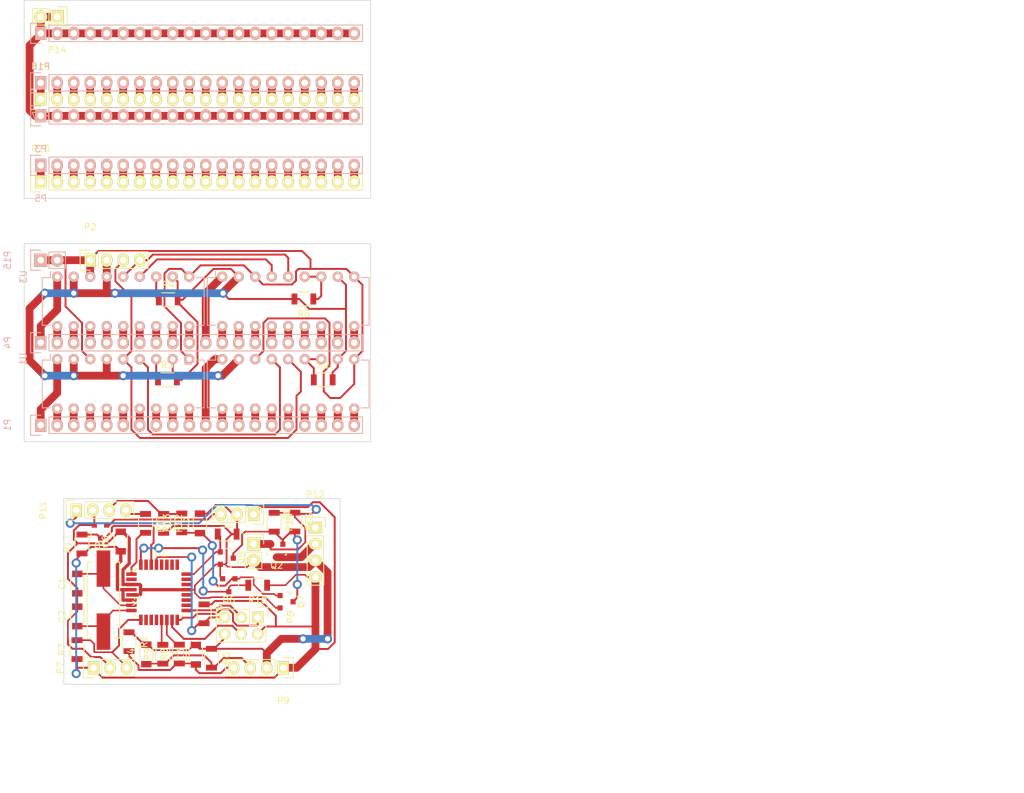
<source format=kicad_pcb>
(kicad_pcb (version 4) (host pcbnew 4.0.2+dfsg1-stable)

  (general
    (links 238)
    (no_connects 5)
    (area 114.690143 41.732999 272.37286 163.568)
    (thickness 1.6)
    (drawings 15)
    (tracks 680)
    (zones 0)
    (modules 53)
    (nets 126)
  )

  (page A4)
  (title_block
    (title Polifemo)
    (date 2016-04-01)
    (rev 1.1)
    (company "Nicola Corna - Polifactory")
    (comment 1 "Copyright 2016 Nicola Corna <nicola@corna.info>")
  )

  (layers
    (0 F.Cu signal)
    (31 B.Cu signal)
    (32 B.Adhes user)
    (33 F.Adhes user)
    (34 B.Paste user)
    (35 F.Paste user)
    (36 B.SilkS user)
    (37 F.SilkS user)
    (38 B.Mask user)
    (39 F.Mask user)
    (40 Dwgs.User user)
    (41 Cmts.User user)
    (42 Eco1.User user)
    (43 Eco2.User user)
    (44 Edge.Cuts user)
    (45 Margin user)
    (46 B.CrtYd user)
    (47 F.CrtYd user)
    (48 B.Fab user)
    (49 F.Fab user)
  )

  (setup
    (last_trace_width 0.3)
    (user_trace_width 0.5)
    (user_trace_width 1.2)
    (trace_clearance 0.25)
    (zone_clearance 0.508)
    (zone_45_only yes)
    (trace_min 0.2)
    (segment_width 0.2)
    (edge_width 0.1)
    (via_size 1.4)
    (via_drill 0.8)
    (via_min_size 0.4)
    (via_min_drill 0.3)
    (uvia_size 0.3)
    (uvia_drill 0.1)
    (uvias_allowed no)
    (uvia_min_size 0.2)
    (uvia_min_drill 0.1)
    (pcb_text_width 0.3)
    (pcb_text_size 1.5 1.5)
    (mod_edge_width 0.15)
    (mod_text_size 1 1)
    (mod_text_width 0.15)
    (pad_size 1.5 1.5)
    (pad_drill 0.6)
    (pad_to_mask_clearance 0)
    (aux_axis_origin 0 0)
    (visible_elements FFFFFF7F)
    (pcbplotparams
      (layerselection 0x01000_80000001)
      (usegerberextensions false)
      (excludeedgelayer true)
      (linewidth 0.100000)
      (plotframeref false)
      (viasonmask false)
      (mode 1)
      (useauxorigin false)
      (hpglpennumber 1)
      (hpglpenspeed 20)
      (hpglpendiameter 15)
      (hpglpenoverlay 2)
      (psnegative false)
      (psa4output false)
      (plotreference true)
      (plotvalue true)
      (plotinvisibletext false)
      (padsonsilk false)
      (subtractmaskfromsilk false)
      (outputformat 1)
      (mirror false)
      (drillshape 0)
      (scaleselection 1)
      (outputdirectory /media/nicola/NicolaUSB3/polifemo/))
  )

  (net 0 "")
  (net 1 GND)
  (net 2 "Net-(C1-Pad2)")
  (net 3 "Net-(C2-Pad1)")
  (net 4 SIG_IN_BAR0)
  (net 5 SIG_IN_BAR1)
  (net 6 "Net-(C5-Pad1)")
  (net 7 ON_COMMAND)
  (net 8 +3V3)
  (net 9 "Net-(IC1-Pad11)")
  (net 10 "Net-(IC1-Pad12)")
  (net 11 1WIRE)
  (net 12 "Net-(IC1-Pad14)")
  (net 13 MOSI)
  (net 14 MISO)
  (net 15 SCK)
  (net 16 "Net-(IC1-Pad18)")
  (net 17 "Net-(IC1-Pad19)")
  (net 18 "Net-(IC1-Pad20)")
  (net 19 "Net-(IC1-Pad22)")
  (net 20 "Net-(IC1-Pad23)")
  (net 21 "Net-(IC1-Pad25)")
  (net 22 "Net-(IC1-Pad26)")
  (net 23 "Net-(IC1-Pad27)")
  (net 24 "Net-(IC1-Pad28)")
  (net 25 RESET)
  (net 26 ATMEGA_RX)
  (net 27 "Net-(IC1-Pad31)")
  (net 28 BUTTON_SENSE)
  (net 29 "Net-(P1-Pad1)")
  (net 30 "Net-(P1-Pad2)")
  (net 31 "Net-(P1-Pad3)")
  (net 32 "Net-(P1-Pad4)")
  (net 33 "Net-(P1-Pad5)")
  (net 34 "Net-(P1-Pad6)")
  (net 35 "Net-(P1-Pad7)")
  (net 36 "Net-(P1-Pad8)")
  (net 37 "Net-(P1-Pad9)")
  (net 38 "Net-(P1-Pad10)")
  (net 39 "Net-(P1-Pad11)")
  (net 40 "Net-(P1-Pad12)")
  (net 41 "Net-(P1-Pad13)")
  (net 42 "Net-(P1-Pad14)")
  (net 43 "Net-(P1-Pad15)")
  (net 44 "Net-(P1-Pad16)")
  (net 45 "Net-(P1-Pad17)")
  (net 46 "Net-(P1-Pad18)")
  (net 47 "Net-(P1-Pad19)")
  (net 48 "Net-(P1-Pad20)")
  (net 49 +BATT)
  (net 50 "Net-(R3-Pad1)")
  (net 51 "Net-(U1-Pad6)")
  (net 52 "Net-(U3-Pad6)")
  (net 53 "Net-(P4-Pad1)")
  (net 54 "Net-(P4-Pad2)")
  (net 55 "Net-(P4-Pad3)")
  (net 56 "Net-(P4-Pad4)")
  (net 57 "Net-(P4-Pad5)")
  (net 58 "Net-(P4-Pad6)")
  (net 59 "Net-(P4-Pad7)")
  (net 60 "Net-(P4-Pad8)")
  (net 61 "Net-(P4-Pad9)")
  (net 62 "Net-(P4-Pad10)")
  (net 63 "Net-(P4-Pad11)")
  (net 64 "Net-(P4-Pad12)")
  (net 65 "Net-(P4-Pad13)")
  (net 66 "Net-(P4-Pad14)")
  (net 67 "Net-(P4-Pad15)")
  (net 68 "Net-(P4-Pad16)")
  (net 69 "Net-(P4-Pad17)")
  (net 70 "Net-(P4-Pad18)")
  (net 71 "Net-(P4-Pad19)")
  (net 72 "Net-(P4-Pad20)")
  (net 73 "Net-(P11-Pad3)")
  (net 74 "Net-(P12-Pad1)")
  (net 75 "Net-(P12-Pad2)")
  (net 76 "Net-(R4-Pad1)")
  (net 77 "Net-(R2-Pad1)")
  (net 78 "Net-(R5-Pad1)")
  (net 79 "Net-(IC1-Pad13)")
  (net 80 "Net-(IC1-Pad2)")
  (net 81 BUTTON_LED_PWM)
  (net 82 "Net-(P13-Pad1)")
  (net 83 "Net-(P13-Pad2)")
  (net 84 "Net-(P13-Pad3)")
  (net 85 "Net-(P13-Pad4)")
  (net 86 "Net-(P13-Pad5)")
  (net 87 "Net-(P13-Pad6)")
  (net 88 "Net-(P13-Pad7)")
  (net 89 "Net-(P13-Pad8)")
  (net 90 "Net-(P13-Pad9)")
  (net 91 "Net-(P13-Pad10)")
  (net 92 "Net-(P13-Pad11)")
  (net 93 "Net-(P13-Pad12)")
  (net 94 "Net-(P13-Pad13)")
  (net 95 "Net-(P13-Pad14)")
  (net 96 "Net-(P13-Pad15)")
  (net 97 "Net-(P13-Pad16)")
  (net 98 "Net-(P13-Pad17)")
  (net 99 "Net-(P13-Pad18)")
  (net 100 "Net-(P13-Pad19)")
  (net 101 "Net-(P13-Pad20)")
  (net 102 "Net-(P17-Pad1)")
  (net 103 "Net-(P17-Pad2)")
  (net 104 "Net-(P17-Pad3)")
  (net 105 "Net-(P17-Pad4)")
  (net 106 "Net-(P17-Pad5)")
  (net 107 "Net-(P17-Pad6)")
  (net 108 "Net-(P17-Pad7)")
  (net 109 "Net-(P17-Pad8)")
  (net 110 "Net-(P17-Pad9)")
  (net 111 "Net-(P17-Pad10)")
  (net 112 "Net-(P17-Pad11)")
  (net 113 "Net-(P17-Pad12)")
  (net 114 "Net-(P17-Pad13)")
  (net 115 "Net-(P17-Pad14)")
  (net 116 "Net-(P17-Pad15)")
  (net 117 "Net-(P17-Pad16)")
  (net 118 "Net-(P17-Pad17)")
  (net 119 "Net-(P17-Pad18)")
  (net 120 "Net-(P17-Pad19)")
  (net 121 "Net-(P17-Pad20)")
  (net 122 "Net-(IC1-Pad10)")
  (net 123 "Net-(IC1-Pad30)")
  (net 124 "Net-(P11-Pad4)")
  (net 125 "Net-(Q2-Pad1)")

  (net_class Default "This is the default net class."
    (clearance 0.25)
    (trace_width 0.3)
    (via_dia 1.4)
    (via_drill 0.8)
    (uvia_dia 0.3)
    (uvia_drill 0.1)
    (add_net +3V3)
    (add_net +BATT)
    (add_net 1WIRE)
    (add_net ATMEGA_RX)
    (add_net BUTTON_LED_PWM)
    (add_net BUTTON_SENSE)
    (add_net GND)
    (add_net MISO)
    (add_net MOSI)
    (add_net "Net-(C1-Pad2)")
    (add_net "Net-(C2-Pad1)")
    (add_net "Net-(C5-Pad1)")
    (add_net "Net-(IC1-Pad10)")
    (add_net "Net-(IC1-Pad11)")
    (add_net "Net-(IC1-Pad12)")
    (add_net "Net-(IC1-Pad13)")
    (add_net "Net-(IC1-Pad14)")
    (add_net "Net-(IC1-Pad18)")
    (add_net "Net-(IC1-Pad19)")
    (add_net "Net-(IC1-Pad2)")
    (add_net "Net-(IC1-Pad20)")
    (add_net "Net-(IC1-Pad22)")
    (add_net "Net-(IC1-Pad23)")
    (add_net "Net-(IC1-Pad25)")
    (add_net "Net-(IC1-Pad26)")
    (add_net "Net-(IC1-Pad27)")
    (add_net "Net-(IC1-Pad28)")
    (add_net "Net-(IC1-Pad30)")
    (add_net "Net-(IC1-Pad31)")
    (add_net "Net-(P1-Pad1)")
    (add_net "Net-(P1-Pad10)")
    (add_net "Net-(P1-Pad11)")
    (add_net "Net-(P1-Pad12)")
    (add_net "Net-(P1-Pad13)")
    (add_net "Net-(P1-Pad14)")
    (add_net "Net-(P1-Pad15)")
    (add_net "Net-(P1-Pad16)")
    (add_net "Net-(P1-Pad17)")
    (add_net "Net-(P1-Pad18)")
    (add_net "Net-(P1-Pad19)")
    (add_net "Net-(P1-Pad2)")
    (add_net "Net-(P1-Pad20)")
    (add_net "Net-(P1-Pad3)")
    (add_net "Net-(P1-Pad4)")
    (add_net "Net-(P1-Pad5)")
    (add_net "Net-(P1-Pad6)")
    (add_net "Net-(P1-Pad7)")
    (add_net "Net-(P1-Pad8)")
    (add_net "Net-(P1-Pad9)")
    (add_net "Net-(P11-Pad3)")
    (add_net "Net-(P11-Pad4)")
    (add_net "Net-(P12-Pad1)")
    (add_net "Net-(P12-Pad2)")
    (add_net "Net-(P13-Pad1)")
    (add_net "Net-(P13-Pad10)")
    (add_net "Net-(P13-Pad11)")
    (add_net "Net-(P13-Pad12)")
    (add_net "Net-(P13-Pad13)")
    (add_net "Net-(P13-Pad14)")
    (add_net "Net-(P13-Pad15)")
    (add_net "Net-(P13-Pad16)")
    (add_net "Net-(P13-Pad17)")
    (add_net "Net-(P13-Pad18)")
    (add_net "Net-(P13-Pad19)")
    (add_net "Net-(P13-Pad2)")
    (add_net "Net-(P13-Pad20)")
    (add_net "Net-(P13-Pad3)")
    (add_net "Net-(P13-Pad4)")
    (add_net "Net-(P13-Pad5)")
    (add_net "Net-(P13-Pad6)")
    (add_net "Net-(P13-Pad7)")
    (add_net "Net-(P13-Pad8)")
    (add_net "Net-(P13-Pad9)")
    (add_net "Net-(P17-Pad1)")
    (add_net "Net-(P17-Pad10)")
    (add_net "Net-(P17-Pad11)")
    (add_net "Net-(P17-Pad12)")
    (add_net "Net-(P17-Pad13)")
    (add_net "Net-(P17-Pad14)")
    (add_net "Net-(P17-Pad15)")
    (add_net "Net-(P17-Pad16)")
    (add_net "Net-(P17-Pad17)")
    (add_net "Net-(P17-Pad18)")
    (add_net "Net-(P17-Pad19)")
    (add_net "Net-(P17-Pad2)")
    (add_net "Net-(P17-Pad20)")
    (add_net "Net-(P17-Pad3)")
    (add_net "Net-(P17-Pad4)")
    (add_net "Net-(P17-Pad5)")
    (add_net "Net-(P17-Pad6)")
    (add_net "Net-(P17-Pad7)")
    (add_net "Net-(P17-Pad8)")
    (add_net "Net-(P17-Pad9)")
    (add_net "Net-(P4-Pad1)")
    (add_net "Net-(P4-Pad10)")
    (add_net "Net-(P4-Pad11)")
    (add_net "Net-(P4-Pad12)")
    (add_net "Net-(P4-Pad13)")
    (add_net "Net-(P4-Pad14)")
    (add_net "Net-(P4-Pad15)")
    (add_net "Net-(P4-Pad16)")
    (add_net "Net-(P4-Pad17)")
    (add_net "Net-(P4-Pad18)")
    (add_net "Net-(P4-Pad19)")
    (add_net "Net-(P4-Pad2)")
    (add_net "Net-(P4-Pad20)")
    (add_net "Net-(P4-Pad3)")
    (add_net "Net-(P4-Pad4)")
    (add_net "Net-(P4-Pad5)")
    (add_net "Net-(P4-Pad6)")
    (add_net "Net-(P4-Pad7)")
    (add_net "Net-(P4-Pad8)")
    (add_net "Net-(P4-Pad9)")
    (add_net "Net-(Q2-Pad1)")
    (add_net "Net-(R2-Pad1)")
    (add_net "Net-(R3-Pad1)")
    (add_net "Net-(R4-Pad1)")
    (add_net "Net-(R5-Pad1)")
    (add_net "Net-(U1-Pad6)")
    (add_net "Net-(U3-Pad6)")
    (add_net ON_COMMAND)
    (add_net RESET)
    (add_net SCK)
    (add_net SIG_IN_BAR0)
    (add_net SIG_IN_BAR1)
  )

  (module Resistors_SMD:R_1206 (layer F.Cu) (tedit 5415CFA7) (tstamp 56EAEF68)
    (at 127.508 125.476 90)
    (descr "Resistor SMD 1206, reflow soldering, Vishay (see dcrcw.pdf)")
    (tags "resistor 1206")
    (path /56B62316/56EAF215)
    (attr smd)
    (fp_text reference R17 (at 0 -2.3 90) (layer F.SilkS)
      (effects (font (size 1 1) (thickness 0.15)))
    )
    (fp_text value 10k (at 0 2.3 90) (layer F.Fab)
      (effects (font (size 1 1) (thickness 0.15)))
    )
    (fp_line (start -2.2 -1.2) (end 2.2 -1.2) (layer F.CrtYd) (width 0.05))
    (fp_line (start -2.2 1.2) (end 2.2 1.2) (layer F.CrtYd) (width 0.05))
    (fp_line (start -2.2 -1.2) (end -2.2 1.2) (layer F.CrtYd) (width 0.05))
    (fp_line (start 2.2 -1.2) (end 2.2 1.2) (layer F.CrtYd) (width 0.05))
    (fp_line (start 1 1.075) (end -1 1.075) (layer F.SilkS) (width 0.15))
    (fp_line (start -1 -1.075) (end 1 -1.075) (layer F.SilkS) (width 0.15))
    (pad 1 smd rect (at -1.45 0 90) (size 0.9 1.7) (layers F.Cu F.Paste F.Mask)
      (net 8 +3V3))
    (pad 2 smd rect (at 1.45 0 90) (size 0.9 1.7) (layers F.Cu F.Paste F.Mask)
      (net 123 "Net-(IC1-Pad30)"))
    (model Resistors_SMD.3dshapes/R_1206.wrl
      (at (xyz 0 0 0))
      (scale (xyz 1 1 1))
      (rotate (xyz 0 0 0))
    )
  )

  (module Pin_Headers:Pin_Header_Straight_1x02 (layer F.Cu) (tedit 54EA090C) (tstamp 56B64AB5)
    (at 153.924 125.476)
    (descr "Through hole pin header")
    (tags "pin header")
    (path /56B62316/56B6349D)
    (fp_text reference P10 (at 0 -5.1) (layer F.SilkS)
      (effects (font (size 1 1) (thickness 0.15)))
    )
    (fp_text value CONN_BATTERY (at 0 -3.1) (layer F.Fab)
      (effects (font (size 1 1) (thickness 0.15)))
    )
    (fp_line (start 1.27 1.27) (end 1.27 3.81) (layer F.SilkS) (width 0.15))
    (fp_line (start 1.55 -1.55) (end 1.55 0) (layer F.SilkS) (width 0.15))
    (fp_line (start -1.75 -1.75) (end -1.75 4.3) (layer F.CrtYd) (width 0.05))
    (fp_line (start 1.75 -1.75) (end 1.75 4.3) (layer F.CrtYd) (width 0.05))
    (fp_line (start -1.75 -1.75) (end 1.75 -1.75) (layer F.CrtYd) (width 0.05))
    (fp_line (start -1.75 4.3) (end 1.75 4.3) (layer F.CrtYd) (width 0.05))
    (fp_line (start 1.27 1.27) (end -1.27 1.27) (layer F.SilkS) (width 0.15))
    (fp_line (start -1.55 0) (end -1.55 -1.55) (layer F.SilkS) (width 0.15))
    (fp_line (start -1.55 -1.55) (end 1.55 -1.55) (layer F.SilkS) (width 0.15))
    (fp_line (start -1.27 1.27) (end -1.27 3.81) (layer F.SilkS) (width 0.15))
    (fp_line (start -1.27 3.81) (end 1.27 3.81) (layer F.SilkS) (width 0.15))
    (pad 1 thru_hole rect (at 0 0) (size 2.032 2.032) (drill 1.016) (layers *.Cu *.Mask F.SilkS)
      (net 49 +BATT))
    (pad 2 thru_hole oval (at 0 2.54) (size 2.032 2.032) (drill 1.016) (layers *.Cu *.Mask F.SilkS)
      (net 1 GND))
    (model Pin_Headers.3dshapes/Pin_Header_Straight_1x02.wrl
      (at (xyz 0 -0.05 0))
      (scale (xyz 1 1 1))
      (rotate (xyz 0 0 90))
    )
  )

  (module Resistors_SMD:R_1206 (layer F.Cu) (tedit 5415CFA7) (tstamp 56B64B56)
    (at 160.274 122.1 270)
    (descr "Resistor SMD 1206, reflow soldering, Vishay (see dcrcw.pdf)")
    (tags "resistor 1206")
    (path /56B62316/56B66C4C)
    (attr smd)
    (fp_text reference R15 (at 0 -2.3 270) (layer F.SilkS)
      (effects (font (size 1 1) (thickness 0.15)))
    )
    (fp_text value 220k (at 0 2.3 270) (layer F.Fab)
      (effects (font (size 1 1) (thickness 0.15)))
    )
    (fp_line (start -2.2 -1.2) (end 2.2 -1.2) (layer F.CrtYd) (width 0.05))
    (fp_line (start -2.2 1.2) (end 2.2 1.2) (layer F.CrtYd) (width 0.05))
    (fp_line (start -2.2 -1.2) (end -2.2 1.2) (layer F.CrtYd) (width 0.05))
    (fp_line (start 2.2 -1.2) (end 2.2 1.2) (layer F.CrtYd) (width 0.05))
    (fp_line (start 1 1.075) (end -1 1.075) (layer F.SilkS) (width 0.15))
    (fp_line (start -1 -1.075) (end 1 -1.075) (layer F.SilkS) (width 0.15))
    (pad 1 smd rect (at -1.45 0 270) (size 0.9 1.7) (layers F.Cu F.Paste F.Mask)
      (net 49 +BATT))
    (pad 2 smd rect (at 1.45 0 270) (size 0.9 1.7) (layers F.Cu F.Paste F.Mask)
      (net 125 "Net-(Q2-Pad1)"))
    (model Resistors_SMD.3dshapes/R_1206.wrl
      (at (xyz 0 0 0))
      (scale (xyz 1 1 1))
      (rotate (xyz 0 0 0))
    )
  )

  (module Resistors_SMD:R_1206 (layer F.Cu) (tedit 5415CFA7) (tstamp 56B64B3E)
    (at 137.287 122.301 270)
    (descr "Resistor SMD 1206, reflow soldering, Vishay (see dcrcw.pdf)")
    (tags "resistor 1206")
    (path /56B62316/56B63455)
    (attr smd)
    (fp_text reference R11 (at 0 -2.3 270) (layer F.SilkS)
      (effects (font (size 1 1) (thickness 0.15)))
    )
    (fp_text value 10 (at 0 2.3 270) (layer F.Fab)
      (effects (font (size 1 1) (thickness 0.15)))
    )
    (fp_line (start -2.2 -1.2) (end 2.2 -1.2) (layer F.CrtYd) (width 0.05))
    (fp_line (start -2.2 1.2) (end 2.2 1.2) (layer F.CrtYd) (width 0.05))
    (fp_line (start -2.2 -1.2) (end -2.2 1.2) (layer F.CrtYd) (width 0.05))
    (fp_line (start 2.2 -1.2) (end 2.2 1.2) (layer F.CrtYd) (width 0.05))
    (fp_line (start 1 1.075) (end -1 1.075) (layer F.SilkS) (width 0.15))
    (fp_line (start -1 -1.075) (end 1 -1.075) (layer F.SilkS) (width 0.15))
    (pad 1 smd rect (at -1.45 0 270) (size 0.9 1.7) (layers F.Cu F.Paste F.Mask)
      (net 124 "Net-(P11-Pad4)"))
    (pad 2 smd rect (at 1.45 0 270) (size 0.9 1.7) (layers F.Cu F.Paste F.Mask)
      (net 81 BUTTON_LED_PWM))
    (model Resistors_SMD.3dshapes/R_1206.wrl
      (at (xyz 0 0 0))
      (scale (xyz 1 1 1))
      (rotate (xyz 0 0 0))
    )
  )

  (module Resistors_SMD:R_1206 (layer F.Cu) (tedit 5415CFA7) (tstamp 56EA9DE0)
    (at 147.447 143.055 270)
    (descr "Resistor SMD 1206, reflow soldering, Vishay (see dcrcw.pdf)")
    (tags "resistor 1206")
    (path /56B62316/56EAA018)
    (attr smd)
    (fp_text reference R6 (at 0 -2.3 270) (layer F.SilkS)
      (effects (font (size 1 1) (thickness 0.15)))
    )
    (fp_text value 1M (at 0 2.3 270) (layer F.Fab)
      (effects (font (size 1 1) (thickness 0.15)))
    )
    (fp_line (start -2.2 -1.2) (end 2.2 -1.2) (layer F.CrtYd) (width 0.05))
    (fp_line (start -2.2 1.2) (end 2.2 1.2) (layer F.CrtYd) (width 0.05))
    (fp_line (start -2.2 -1.2) (end -2.2 1.2) (layer F.CrtYd) (width 0.05))
    (fp_line (start 2.2 -1.2) (end 2.2 1.2) (layer F.CrtYd) (width 0.05))
    (fp_line (start 1 1.075) (end -1 1.075) (layer F.SilkS) (width 0.15))
    (fp_line (start -1 -1.075) (end 1 -1.075) (layer F.SilkS) (width 0.15))
    (pad 1 smd rect (at -1.45 0 270) (size 0.9 1.7) (layers F.Cu F.Paste F.Mask)
      (net 1 GND))
    (pad 2 smd rect (at 1.45 0 270) (size 0.9 1.7) (layers F.Cu F.Paste F.Mask)
      (net 4 SIG_IN_BAR0))
    (model Resistors_SMD.3dshapes/R_1206.wrl
      (at (xyz 0 0 0))
      (scale (xyz 1 1 1))
      (rotate (xyz 0 0 0))
    )
  )

  (module Housings_DIP:DIP-18_W7.62mm (layer B.Cu) (tedit 54130A77) (tstamp 56B64B82)
    (at 149.098 97.028 270)
    (descr "18-lead dip package, row spacing 7.62 mm (300 mils)")
    (tags "dil dip 2.54 300")
    (path /56B5E5F0/56B5F7C0)
    (fp_text reference U2 (at 0 5.22 270) (layer B.SilkS)
      (effects (font (size 1 1) (thickness 0.15)) (justify mirror))
    )
    (fp_text value LM3914 (at 0 3.72 270) (layer B.Fab)
      (effects (font (size 1 1) (thickness 0.15)) (justify mirror))
    )
    (fp_line (start -1.05 2.45) (end -1.05 -22.8) (layer B.CrtYd) (width 0.05))
    (fp_line (start 8.65 2.45) (end 8.65 -22.8) (layer B.CrtYd) (width 0.05))
    (fp_line (start -1.05 2.45) (end 8.65 2.45) (layer B.CrtYd) (width 0.05))
    (fp_line (start -1.05 -22.8) (end 8.65 -22.8) (layer B.CrtYd) (width 0.05))
    (fp_line (start 0.135 2.295) (end 0.135 1.025) (layer B.SilkS) (width 0.15))
    (fp_line (start 7.485 2.295) (end 7.485 1.025) (layer B.SilkS) (width 0.15))
    (fp_line (start 7.485 -22.615) (end 7.485 -21.345) (layer B.SilkS) (width 0.15))
    (fp_line (start 0.135 -22.615) (end 0.135 -21.345) (layer B.SilkS) (width 0.15))
    (fp_line (start 0.135 2.295) (end 7.485 2.295) (layer B.SilkS) (width 0.15))
    (fp_line (start 0.135 -22.615) (end 7.485 -22.615) (layer B.SilkS) (width 0.15))
    (fp_line (start 0.135 1.025) (end -0.8 1.025) (layer B.SilkS) (width 0.15))
    (pad 1 thru_hole oval (at 0 0 270) (size 1.6 1.6) (drill 0.8) (layers *.Cu *.Mask B.SilkS)
      (net 39 "Net-(P1-Pad11)"))
    (pad 2 thru_hole oval (at 0 -2.54 270) (size 1.6 1.6) (drill 0.8) (layers *.Cu *.Mask B.SilkS)
      (net 1 GND))
    (pad 3 thru_hole oval (at 0 -5.08 270) (size 1.6 1.6) (drill 0.8) (layers *.Cu *.Mask B.SilkS)
      (net 8 +3V3))
    (pad 4 thru_hole oval (at 0 -7.62 270) (size 1.6 1.6) (drill 0.8) (layers *.Cu *.Mask B.SilkS)
      (net 51 "Net-(U1-Pad6)"))
    (pad 5 thru_hole oval (at 0 -10.16 270) (size 1.6 1.6) (drill 0.8) (layers *.Cu *.Mask B.SilkS)
      (net 4 SIG_IN_BAR0))
    (pad 6 thru_hole oval (at 0 -12.7 270) (size 1.6 1.6) (drill 0.8) (layers *.Cu *.Mask B.SilkS)
      (net 77 "Net-(R2-Pad1)"))
    (pad 7 thru_hole oval (at 0 -15.24 270) (size 1.6 1.6) (drill 0.8) (layers *.Cu *.Mask B.SilkS)
      (net 77 "Net-(R2-Pad1)"))
    (pad 8 thru_hole oval (at 0 -17.78 270) (size 1.6 1.6) (drill 0.8) (layers *.Cu *.Mask B.SilkS)
      (net 1 GND))
    (pad 9 thru_hole oval (at 0 -20.32 270) (size 1.6 1.6) (drill 0.8) (layers *.Cu *.Mask B.SilkS)
      (net 8 +3V3))
    (pad 10 thru_hole oval (at 7.62 -20.32 270) (size 1.6 1.6) (drill 0.8) (layers *.Cu *.Mask B.SilkS)
      (net 48 "Net-(P1-Pad20)"))
    (pad 11 thru_hole oval (at 7.62 -17.78 270) (size 1.6 1.6) (drill 0.8) (layers *.Cu *.Mask B.SilkS)
      (net 47 "Net-(P1-Pad19)"))
    (pad 12 thru_hole oval (at 7.62 -15.24 270) (size 1.6 1.6) (drill 0.8) (layers *.Cu *.Mask B.SilkS)
      (net 46 "Net-(P1-Pad18)"))
    (pad 13 thru_hole oval (at 7.62 -12.7 270) (size 1.6 1.6) (drill 0.8) (layers *.Cu *.Mask B.SilkS)
      (net 45 "Net-(P1-Pad17)"))
    (pad 14 thru_hole oval (at 7.62 -10.16 270) (size 1.6 1.6) (drill 0.8) (layers *.Cu *.Mask B.SilkS)
      (net 44 "Net-(P1-Pad16)"))
    (pad 15 thru_hole oval (at 7.62 -7.62 270) (size 1.6 1.6) (drill 0.8) (layers *.Cu *.Mask B.SilkS)
      (net 43 "Net-(P1-Pad15)"))
    (pad 16 thru_hole oval (at 7.62 -5.08 270) (size 1.6 1.6) (drill 0.8) (layers *.Cu *.Mask B.SilkS)
      (net 42 "Net-(P1-Pad14)"))
    (pad 17 thru_hole oval (at 7.62 -2.54 270) (size 1.6 1.6) (drill 0.8) (layers *.Cu *.Mask B.SilkS)
      (net 41 "Net-(P1-Pad13)"))
    (pad 18 thru_hole oval (at 7.62 0 270) (size 1.6 1.6) (drill 0.8) (layers *.Cu *.Mask B.SilkS)
      (net 40 "Net-(P1-Pad12)"))
    (model Housings_DIP.3dshapes/DIP-18_W7.62mm.wrl
      (at (xyz 0 0 0))
      (scale (xyz 1 1 1))
      (rotate (xyz 0 0 0))
    )
  )

  (module Housings_DIP:DIP-18_W7.62mm (layer B.Cu) (tedit 54130A77) (tstamp 56B64BAE)
    (at 149.098 84.328 270)
    (descr "18-lead dip package, row spacing 7.62 mm (300 mils)")
    (tags "dil dip 2.54 300")
    (path /56B5E5F0/56B5FE1A)
    (fp_text reference U4 (at 0 5.22 270) (layer B.SilkS)
      (effects (font (size 1 1) (thickness 0.15)) (justify mirror))
    )
    (fp_text value LM3914 (at 0 3.72 270) (layer B.Fab)
      (effects (font (size 1 1) (thickness 0.15)) (justify mirror))
    )
    (fp_line (start -1.05 2.45) (end -1.05 -22.8) (layer B.CrtYd) (width 0.05))
    (fp_line (start 8.65 2.45) (end 8.65 -22.8) (layer B.CrtYd) (width 0.05))
    (fp_line (start -1.05 2.45) (end 8.65 2.45) (layer B.CrtYd) (width 0.05))
    (fp_line (start -1.05 -22.8) (end 8.65 -22.8) (layer B.CrtYd) (width 0.05))
    (fp_line (start 0.135 2.295) (end 0.135 1.025) (layer B.SilkS) (width 0.15))
    (fp_line (start 7.485 2.295) (end 7.485 1.025) (layer B.SilkS) (width 0.15))
    (fp_line (start 7.485 -22.615) (end 7.485 -21.345) (layer B.SilkS) (width 0.15))
    (fp_line (start 0.135 -22.615) (end 0.135 -21.345) (layer B.SilkS) (width 0.15))
    (fp_line (start 0.135 2.295) (end 7.485 2.295) (layer B.SilkS) (width 0.15))
    (fp_line (start 0.135 -22.615) (end 7.485 -22.615) (layer B.SilkS) (width 0.15))
    (fp_line (start 0.135 1.025) (end -0.8 1.025) (layer B.SilkS) (width 0.15))
    (pad 1 thru_hole oval (at 0 0 270) (size 1.6 1.6) (drill 0.8) (layers *.Cu *.Mask B.SilkS)
      (net 63 "Net-(P4-Pad11)"))
    (pad 2 thru_hole oval (at 0 -2.54 270) (size 1.6 1.6) (drill 0.8) (layers *.Cu *.Mask B.SilkS)
      (net 1 GND))
    (pad 3 thru_hole oval (at 0 -5.08 270) (size 1.6 1.6) (drill 0.8) (layers *.Cu *.Mask B.SilkS)
      (net 8 +3V3))
    (pad 4 thru_hole oval (at 0 -7.62 270) (size 1.6 1.6) (drill 0.8) (layers *.Cu *.Mask B.SilkS)
      (net 52 "Net-(U3-Pad6)"))
    (pad 5 thru_hole oval (at 0 -10.16 270) (size 1.6 1.6) (drill 0.8) (layers *.Cu *.Mask B.SilkS)
      (net 5 SIG_IN_BAR1))
    (pad 6 thru_hole oval (at 0 -12.7 270) (size 1.6 1.6) (drill 0.8) (layers *.Cu *.Mask B.SilkS)
      (net 78 "Net-(R5-Pad1)"))
    (pad 7 thru_hole oval (at 0 -15.24 270) (size 1.6 1.6) (drill 0.8) (layers *.Cu *.Mask B.SilkS)
      (net 78 "Net-(R5-Pad1)"))
    (pad 8 thru_hole oval (at 0 -17.78 270) (size 1.6 1.6) (drill 0.8) (layers *.Cu *.Mask B.SilkS)
      (net 1 GND))
    (pad 9 thru_hole oval (at 0 -20.32 270) (size 1.6 1.6) (drill 0.8) (layers *.Cu *.Mask B.SilkS)
      (net 8 +3V3))
    (pad 10 thru_hole oval (at 7.62 -20.32 270) (size 1.6 1.6) (drill 0.8) (layers *.Cu *.Mask B.SilkS)
      (net 72 "Net-(P4-Pad20)"))
    (pad 11 thru_hole oval (at 7.62 -17.78 270) (size 1.6 1.6) (drill 0.8) (layers *.Cu *.Mask B.SilkS)
      (net 71 "Net-(P4-Pad19)"))
    (pad 12 thru_hole oval (at 7.62 -15.24 270) (size 1.6 1.6) (drill 0.8) (layers *.Cu *.Mask B.SilkS)
      (net 70 "Net-(P4-Pad18)"))
    (pad 13 thru_hole oval (at 7.62 -12.7 270) (size 1.6 1.6) (drill 0.8) (layers *.Cu *.Mask B.SilkS)
      (net 69 "Net-(P4-Pad17)"))
    (pad 14 thru_hole oval (at 7.62 -10.16 270) (size 1.6 1.6) (drill 0.8) (layers *.Cu *.Mask B.SilkS)
      (net 68 "Net-(P4-Pad16)"))
    (pad 15 thru_hole oval (at 7.62 -7.62 270) (size 1.6 1.6) (drill 0.8) (layers *.Cu *.Mask B.SilkS)
      (net 67 "Net-(P4-Pad15)"))
    (pad 16 thru_hole oval (at 7.62 -5.08 270) (size 1.6 1.6) (drill 0.8) (layers *.Cu *.Mask B.SilkS)
      (net 66 "Net-(P4-Pad14)"))
    (pad 17 thru_hole oval (at 7.62 -2.54 270) (size 1.6 1.6) (drill 0.8) (layers *.Cu *.Mask B.SilkS)
      (net 65 "Net-(P4-Pad13)"))
    (pad 18 thru_hole oval (at 7.62 0 270) (size 1.6 1.6) (drill 0.8) (layers *.Cu *.Mask B.SilkS)
      (net 64 "Net-(P4-Pad12)"))
    (model Housings_DIP.3dshapes/DIP-18_W7.62mm.wrl
      (at (xyz 0 0 0))
      (scale (xyz 1 1 1))
      (rotate (xyz 0 0 0))
    )
  )

  (module Resistors_SMD:R_1206 (layer F.Cu) (tedit 5415CFA7) (tstamp 56B64B08)
    (at 164.645 100.203)
    (descr "Resistor SMD 1206, reflow soldering, Vishay (see dcrcw.pdf)")
    (tags "resistor 1206")
    (path /56B5E5F0/56B6475B)
    (attr smd)
    (fp_text reference R2 (at 0 -2.3) (layer F.SilkS)
      (effects (font (size 1 1) (thickness 0.15)))
    )
    (fp_text value 680 (at 0 2.3) (layer F.Fab)
      (effects (font (size 1 1) (thickness 0.15)))
    )
    (fp_line (start -2.2 -1.2) (end 2.2 -1.2) (layer F.CrtYd) (width 0.05))
    (fp_line (start -2.2 1.2) (end 2.2 1.2) (layer F.CrtYd) (width 0.05))
    (fp_line (start -2.2 -1.2) (end -2.2 1.2) (layer F.CrtYd) (width 0.05))
    (fp_line (start 2.2 -1.2) (end 2.2 1.2) (layer F.CrtYd) (width 0.05))
    (fp_line (start 1 1.075) (end -1 1.075) (layer F.SilkS) (width 0.15))
    (fp_line (start -1 -1.075) (end 1 -1.075) (layer F.SilkS) (width 0.15))
    (pad 1 smd rect (at -1.45 0) (size 0.9 1.7) (layers F.Cu F.Paste F.Mask)
      (net 77 "Net-(R2-Pad1)"))
    (pad 2 smd rect (at 1.45 0) (size 0.9 1.7) (layers F.Cu F.Paste F.Mask)
      (net 1 GND))
    (model Resistors_SMD.3dshapes/R_1206.wrl
      (at (xyz 0 0 0))
      (scale (xyz 1 1 1))
      (rotate (xyz 0 0 0))
    )
  )

  (module Housings_DIP:DIP-18_W7.62mm (layer B.Cu) (tedit 54130A77) (tstamp 56B64B98)
    (at 123.698 84.328 270)
    (descr "18-lead dip package, row spacing 7.62 mm (300 mils)")
    (tags "dil dip 2.54 300")
    (path /56B5E5F0/56B5FE13)
    (fp_text reference U3 (at 0 5.22 270) (layer B.SilkS)
      (effects (font (size 1 1) (thickness 0.15)) (justify mirror))
    )
    (fp_text value LM3914 (at 0 3.72 270) (layer B.Fab)
      (effects (font (size 1 1) (thickness 0.15)) (justify mirror))
    )
    (fp_line (start -1.05 2.45) (end -1.05 -22.8) (layer B.CrtYd) (width 0.05))
    (fp_line (start 8.65 2.45) (end 8.65 -22.8) (layer B.CrtYd) (width 0.05))
    (fp_line (start -1.05 2.45) (end 8.65 2.45) (layer B.CrtYd) (width 0.05))
    (fp_line (start -1.05 -22.8) (end 8.65 -22.8) (layer B.CrtYd) (width 0.05))
    (fp_line (start 0.135 2.295) (end 0.135 1.025) (layer B.SilkS) (width 0.15))
    (fp_line (start 7.485 2.295) (end 7.485 1.025) (layer B.SilkS) (width 0.15))
    (fp_line (start 7.485 -22.615) (end 7.485 -21.345) (layer B.SilkS) (width 0.15))
    (fp_line (start 0.135 -22.615) (end 0.135 -21.345) (layer B.SilkS) (width 0.15))
    (fp_line (start 0.135 2.295) (end 7.485 2.295) (layer B.SilkS) (width 0.15))
    (fp_line (start 0.135 -22.615) (end 7.485 -22.615) (layer B.SilkS) (width 0.15))
    (fp_line (start 0.135 1.025) (end -0.8 1.025) (layer B.SilkS) (width 0.15))
    (pad 1 thru_hole oval (at 0 0 270) (size 1.6 1.6) (drill 0.8) (layers *.Cu *.Mask B.SilkS)
      (net 53 "Net-(P4-Pad1)"))
    (pad 2 thru_hole oval (at 0 -2.54 270) (size 1.6 1.6) (drill 0.8) (layers *.Cu *.Mask B.SilkS)
      (net 1 GND))
    (pad 3 thru_hole oval (at 0 -5.08 270) (size 1.6 1.6) (drill 0.8) (layers *.Cu *.Mask B.SilkS)
      (net 8 +3V3))
    (pad 4 thru_hole oval (at 0 -7.62 270) (size 1.6 1.6) (drill 0.8) (layers *.Cu *.Mask B.SilkS)
      (net 1 GND))
    (pad 5 thru_hole oval (at 0 -10.16 270) (size 1.6 1.6) (drill 0.8) (layers *.Cu *.Mask B.SilkS)
      (net 5 SIG_IN_BAR1))
    (pad 6 thru_hole oval (at 0 -12.7 270) (size 1.6 1.6) (drill 0.8) (layers *.Cu *.Mask B.SilkS)
      (net 52 "Net-(U3-Pad6)"))
    (pad 7 thru_hole oval (at 0 -15.24 270) (size 1.6 1.6) (drill 0.8) (layers *.Cu *.Mask B.SilkS)
      (net 76 "Net-(R4-Pad1)"))
    (pad 8 thru_hole oval (at 0 -17.78 270) (size 1.6 1.6) (drill 0.8) (layers *.Cu *.Mask B.SilkS)
      (net 1 GND))
    (pad 9 thru_hole oval (at 0 -20.32 270) (size 1.6 1.6) (drill 0.8) (layers *.Cu *.Mask B.SilkS)
      (net 8 +3V3))
    (pad 10 thru_hole oval (at 7.62 -20.32 270) (size 1.6 1.6) (drill 0.8) (layers *.Cu *.Mask B.SilkS)
      (net 62 "Net-(P4-Pad10)"))
    (pad 11 thru_hole oval (at 7.62 -17.78 270) (size 1.6 1.6) (drill 0.8) (layers *.Cu *.Mask B.SilkS)
      (net 61 "Net-(P4-Pad9)"))
    (pad 12 thru_hole oval (at 7.62 -15.24 270) (size 1.6 1.6) (drill 0.8) (layers *.Cu *.Mask B.SilkS)
      (net 60 "Net-(P4-Pad8)"))
    (pad 13 thru_hole oval (at 7.62 -12.7 270) (size 1.6 1.6) (drill 0.8) (layers *.Cu *.Mask B.SilkS)
      (net 59 "Net-(P4-Pad7)"))
    (pad 14 thru_hole oval (at 7.62 -10.16 270) (size 1.6 1.6) (drill 0.8) (layers *.Cu *.Mask B.SilkS)
      (net 58 "Net-(P4-Pad6)"))
    (pad 15 thru_hole oval (at 7.62 -7.62 270) (size 1.6 1.6) (drill 0.8) (layers *.Cu *.Mask B.SilkS)
      (net 57 "Net-(P4-Pad5)"))
    (pad 16 thru_hole oval (at 7.62 -5.08 270) (size 1.6 1.6) (drill 0.8) (layers *.Cu *.Mask B.SilkS)
      (net 56 "Net-(P4-Pad4)"))
    (pad 17 thru_hole oval (at 7.62 -2.54 270) (size 1.6 1.6) (drill 0.8) (layers *.Cu *.Mask B.SilkS)
      (net 55 "Net-(P4-Pad3)"))
    (pad 18 thru_hole oval (at 7.62 0 270) (size 1.6 1.6) (drill 0.8) (layers *.Cu *.Mask B.SilkS)
      (net 54 "Net-(P4-Pad2)"))
    (model Housings_DIP.3dshapes/DIP-18_W7.62mm.wrl
      (at (xyz 0 0 0))
      (scale (xyz 1 1 1))
      (rotate (xyz 0 0 0))
    )
  )

  (module Housings_DIP:DIP-18_W7.62mm (layer B.Cu) (tedit 54130A77) (tstamp 56B64B6C)
    (at 123.698 97.028 270)
    (descr "18-lead dip package, row spacing 7.62 mm (300 mils)")
    (tags "dil dip 2.54 300")
    (path /56B5E5F0/56B5F7B9)
    (fp_text reference U1 (at 0 5.22 270) (layer B.SilkS)
      (effects (font (size 1 1) (thickness 0.15)) (justify mirror))
    )
    (fp_text value LM3914 (at 0 3.72 270) (layer B.Fab)
      (effects (font (size 1 1) (thickness 0.15)) (justify mirror))
    )
    (fp_line (start -1.05 2.45) (end -1.05 -22.8) (layer B.CrtYd) (width 0.05))
    (fp_line (start 8.65 2.45) (end 8.65 -22.8) (layer B.CrtYd) (width 0.05))
    (fp_line (start -1.05 2.45) (end 8.65 2.45) (layer B.CrtYd) (width 0.05))
    (fp_line (start -1.05 -22.8) (end 8.65 -22.8) (layer B.CrtYd) (width 0.05))
    (fp_line (start 0.135 2.295) (end 0.135 1.025) (layer B.SilkS) (width 0.15))
    (fp_line (start 7.485 2.295) (end 7.485 1.025) (layer B.SilkS) (width 0.15))
    (fp_line (start 7.485 -22.615) (end 7.485 -21.345) (layer B.SilkS) (width 0.15))
    (fp_line (start 0.135 -22.615) (end 0.135 -21.345) (layer B.SilkS) (width 0.15))
    (fp_line (start 0.135 2.295) (end 7.485 2.295) (layer B.SilkS) (width 0.15))
    (fp_line (start 0.135 -22.615) (end 7.485 -22.615) (layer B.SilkS) (width 0.15))
    (fp_line (start 0.135 1.025) (end -0.8 1.025) (layer B.SilkS) (width 0.15))
    (pad 1 thru_hole oval (at 0 0 270) (size 1.6 1.6) (drill 0.8) (layers *.Cu *.Mask B.SilkS)
      (net 29 "Net-(P1-Pad1)"))
    (pad 2 thru_hole oval (at 0 -2.54 270) (size 1.6 1.6) (drill 0.8) (layers *.Cu *.Mask B.SilkS)
      (net 1 GND))
    (pad 3 thru_hole oval (at 0 -5.08 270) (size 1.6 1.6) (drill 0.8) (layers *.Cu *.Mask B.SilkS)
      (net 8 +3V3))
    (pad 4 thru_hole oval (at 0 -7.62 270) (size 1.6 1.6) (drill 0.8) (layers *.Cu *.Mask B.SilkS)
      (net 1 GND))
    (pad 5 thru_hole oval (at 0 -10.16 270) (size 1.6 1.6) (drill 0.8) (layers *.Cu *.Mask B.SilkS)
      (net 4 SIG_IN_BAR0))
    (pad 6 thru_hole oval (at 0 -12.7 270) (size 1.6 1.6) (drill 0.8) (layers *.Cu *.Mask B.SilkS)
      (net 51 "Net-(U1-Pad6)"))
    (pad 7 thru_hole oval (at 0 -15.24 270) (size 1.6 1.6) (drill 0.8) (layers *.Cu *.Mask B.SilkS)
      (net 50 "Net-(R3-Pad1)"))
    (pad 8 thru_hole oval (at 0 -17.78 270) (size 1.6 1.6) (drill 0.8) (layers *.Cu *.Mask B.SilkS)
      (net 1 GND))
    (pad 9 thru_hole oval (at 0 -20.32 270) (size 1.6 1.6) (drill 0.8) (layers *.Cu *.Mask B.SilkS)
      (net 8 +3V3))
    (pad 10 thru_hole oval (at 7.62 -20.32 270) (size 1.6 1.6) (drill 0.8) (layers *.Cu *.Mask B.SilkS)
      (net 38 "Net-(P1-Pad10)"))
    (pad 11 thru_hole oval (at 7.62 -17.78 270) (size 1.6 1.6) (drill 0.8) (layers *.Cu *.Mask B.SilkS)
      (net 37 "Net-(P1-Pad9)"))
    (pad 12 thru_hole oval (at 7.62 -15.24 270) (size 1.6 1.6) (drill 0.8) (layers *.Cu *.Mask B.SilkS)
      (net 36 "Net-(P1-Pad8)"))
    (pad 13 thru_hole oval (at 7.62 -12.7 270) (size 1.6 1.6) (drill 0.8) (layers *.Cu *.Mask B.SilkS)
      (net 35 "Net-(P1-Pad7)"))
    (pad 14 thru_hole oval (at 7.62 -10.16 270) (size 1.6 1.6) (drill 0.8) (layers *.Cu *.Mask B.SilkS)
      (net 34 "Net-(P1-Pad6)"))
    (pad 15 thru_hole oval (at 7.62 -7.62 270) (size 1.6 1.6) (drill 0.8) (layers *.Cu *.Mask B.SilkS)
      (net 33 "Net-(P1-Pad5)"))
    (pad 16 thru_hole oval (at 7.62 -5.08 270) (size 1.6 1.6) (drill 0.8) (layers *.Cu *.Mask B.SilkS)
      (net 32 "Net-(P1-Pad4)"))
    (pad 17 thru_hole oval (at 7.62 -2.54 270) (size 1.6 1.6) (drill 0.8) (layers *.Cu *.Mask B.SilkS)
      (net 31 "Net-(P1-Pad3)"))
    (pad 18 thru_hole oval (at 7.62 0 270) (size 1.6 1.6) (drill 0.8) (layers *.Cu *.Mask B.SilkS)
      (net 30 "Net-(P1-Pad2)"))
    (model Housings_DIP.3dshapes/DIP-18_W7.62mm.wrl
      (at (xyz 0 0 0))
      (scale (xyz 1 1 1))
      (rotate (xyz 0 0 0))
    )
  )

  (module Pin_Headers:Pin_Header_Straight_1x20 (layer B.Cu) (tedit 0) (tstamp 56BF7A96)
    (at 121.158 107.188 270)
    (descr "Through hole pin header")
    (tags "pin header")
    (path /56B5E5F0/56B5F7C7)
    (fp_text reference P1 (at 0 5.1 270) (layer B.SilkS)
      (effects (font (size 1 1) (thickness 0.15)) (justify mirror))
    )
    (fp_text value BAR0_BOTTOM_CONN (at 0 3.1 270) (layer B.Fab)
      (effects (font (size 1 1) (thickness 0.15)) (justify mirror))
    )
    (fp_line (start -1.75 1.75) (end -1.75 -50.05) (layer B.CrtYd) (width 0.05))
    (fp_line (start 1.75 1.75) (end 1.75 -50.05) (layer B.CrtYd) (width 0.05))
    (fp_line (start -1.75 1.75) (end 1.75 1.75) (layer B.CrtYd) (width 0.05))
    (fp_line (start -1.75 -50.05) (end 1.75 -50.05) (layer B.CrtYd) (width 0.05))
    (fp_line (start 1.27 -1.27) (end 1.27 -49.53) (layer B.SilkS) (width 0.15))
    (fp_line (start 1.27 -49.53) (end -1.27 -49.53) (layer B.SilkS) (width 0.15))
    (fp_line (start -1.27 -49.53) (end -1.27 -1.27) (layer B.SilkS) (width 0.15))
    (fp_line (start 1.55 1.55) (end 1.55 0) (layer B.SilkS) (width 0.15))
    (fp_line (start 1.27 -1.27) (end -1.27 -1.27) (layer B.SilkS) (width 0.15))
    (fp_line (start -1.55 0) (end -1.55 1.55) (layer B.SilkS) (width 0.15))
    (fp_line (start -1.55 1.55) (end 1.55 1.55) (layer B.SilkS) (width 0.15))
    (pad 1 thru_hole rect (at 0 0 270) (size 2.032 1.7272) (drill 1.016) (layers *.Cu *.Mask B.SilkS)
      (net 29 "Net-(P1-Pad1)"))
    (pad 2 thru_hole oval (at 0 -2.54 270) (size 2.032 1.7272) (drill 1.016) (layers *.Cu *.Mask B.SilkS)
      (net 30 "Net-(P1-Pad2)"))
    (pad 3 thru_hole oval (at 0 -5.08 270) (size 2.032 1.7272) (drill 1.016) (layers *.Cu *.Mask B.SilkS)
      (net 31 "Net-(P1-Pad3)"))
    (pad 4 thru_hole oval (at 0 -7.62 270) (size 2.032 1.7272) (drill 1.016) (layers *.Cu *.Mask B.SilkS)
      (net 32 "Net-(P1-Pad4)"))
    (pad 5 thru_hole oval (at 0 -10.16 270) (size 2.032 1.7272) (drill 1.016) (layers *.Cu *.Mask B.SilkS)
      (net 33 "Net-(P1-Pad5)"))
    (pad 6 thru_hole oval (at 0 -12.7 270) (size 2.032 1.7272) (drill 1.016) (layers *.Cu *.Mask B.SilkS)
      (net 34 "Net-(P1-Pad6)"))
    (pad 7 thru_hole oval (at 0 -15.24 270) (size 2.032 1.7272) (drill 1.016) (layers *.Cu *.Mask B.SilkS)
      (net 35 "Net-(P1-Pad7)"))
    (pad 8 thru_hole oval (at 0 -17.78 270) (size 2.032 1.7272) (drill 1.016) (layers *.Cu *.Mask B.SilkS)
      (net 36 "Net-(P1-Pad8)"))
    (pad 9 thru_hole oval (at 0 -20.32 270) (size 2.032 1.7272) (drill 1.016) (layers *.Cu *.Mask B.SilkS)
      (net 37 "Net-(P1-Pad9)"))
    (pad 10 thru_hole oval (at 0 -22.86 270) (size 2.032 1.7272) (drill 1.016) (layers *.Cu *.Mask B.SilkS)
      (net 38 "Net-(P1-Pad10)"))
    (pad 11 thru_hole oval (at 0 -25.4 270) (size 2.032 1.7272) (drill 1.016) (layers *.Cu *.Mask B.SilkS)
      (net 39 "Net-(P1-Pad11)"))
    (pad 12 thru_hole oval (at 0 -27.94 270) (size 2.032 1.7272) (drill 1.016) (layers *.Cu *.Mask B.SilkS)
      (net 40 "Net-(P1-Pad12)"))
    (pad 13 thru_hole oval (at 0 -30.48 270) (size 2.032 1.7272) (drill 1.016) (layers *.Cu *.Mask B.SilkS)
      (net 41 "Net-(P1-Pad13)"))
    (pad 14 thru_hole oval (at 0 -33.02 270) (size 2.032 1.7272) (drill 1.016) (layers *.Cu *.Mask B.SilkS)
      (net 42 "Net-(P1-Pad14)"))
    (pad 15 thru_hole oval (at 0 -35.56 270) (size 2.032 1.7272) (drill 1.016) (layers *.Cu *.Mask B.SilkS)
      (net 43 "Net-(P1-Pad15)"))
    (pad 16 thru_hole oval (at 0 -38.1 270) (size 2.032 1.7272) (drill 1.016) (layers *.Cu *.Mask B.SilkS)
      (net 44 "Net-(P1-Pad16)"))
    (pad 17 thru_hole oval (at 0 -40.64 270) (size 2.032 1.7272) (drill 1.016) (layers *.Cu *.Mask B.SilkS)
      (net 45 "Net-(P1-Pad17)"))
    (pad 18 thru_hole oval (at 0 -43.18 270) (size 2.032 1.7272) (drill 1.016) (layers *.Cu *.Mask B.SilkS)
      (net 46 "Net-(P1-Pad18)"))
    (pad 19 thru_hole oval (at 0 -45.72 270) (size 2.032 1.7272) (drill 1.016) (layers *.Cu *.Mask B.SilkS)
      (net 47 "Net-(P1-Pad19)"))
    (pad 20 thru_hole oval (at 0 -48.26 270) (size 2.032 1.7272) (drill 1.016) (layers *.Cu *.Mask B.SilkS)
      (net 48 "Net-(P1-Pad20)"))
    (model Pin_Headers.3dshapes/Pin_Header_Straight_1x20.wrl
      (at (xyz 0 -0.95 0))
      (scale (xyz 1 1 1))
      (rotate (xyz 0 0 90))
    )
  )

  (module Housings_QFP:TQFP-32_7x7mm_Pitch0.8mm (layer F.Cu) (tedit 54130A77) (tstamp 56B64A25)
    (at 139.376 132.91)
    (descr "32-Lead Plastic Thin Quad Flatpack (PT) - 7x7x1.0 mm Body, 2.00 mm [TQFP] (see Microchip Packaging Specification 00000049BS.pdf)")
    (tags "QFP 0.8")
    (path /56B62316/56B6331E)
    (attr smd)
    (fp_text reference IC1 (at 0 -6.05) (layer F.SilkS)
      (effects (font (size 1 1) (thickness 0.15)))
    )
    (fp_text value ATMEGA328P-A (at 0 6.05) (layer F.Fab)
      (effects (font (size 1 1) (thickness 0.15)))
    )
    (fp_line (start -5.3 -5.3) (end -5.3 5.3) (layer F.CrtYd) (width 0.05))
    (fp_line (start 5.3 -5.3) (end 5.3 5.3) (layer F.CrtYd) (width 0.05))
    (fp_line (start -5.3 -5.3) (end 5.3 -5.3) (layer F.CrtYd) (width 0.05))
    (fp_line (start -5.3 5.3) (end 5.3 5.3) (layer F.CrtYd) (width 0.05))
    (fp_line (start -3.625 -3.625) (end -3.625 -3.3) (layer F.SilkS) (width 0.15))
    (fp_line (start 3.625 -3.625) (end 3.625 -3.3) (layer F.SilkS) (width 0.15))
    (fp_line (start 3.625 3.625) (end 3.625 3.3) (layer F.SilkS) (width 0.15))
    (fp_line (start -3.625 3.625) (end -3.625 3.3) (layer F.SilkS) (width 0.15))
    (fp_line (start -3.625 -3.625) (end -3.3 -3.625) (layer F.SilkS) (width 0.15))
    (fp_line (start -3.625 3.625) (end -3.3 3.625) (layer F.SilkS) (width 0.15))
    (fp_line (start 3.625 3.625) (end 3.3 3.625) (layer F.SilkS) (width 0.15))
    (fp_line (start 3.625 -3.625) (end 3.3 -3.625) (layer F.SilkS) (width 0.15))
    (fp_line (start -3.625 -3.3) (end -5.05 -3.3) (layer F.SilkS) (width 0.15))
    (pad 1 smd rect (at -4.25 -2.8) (size 1.6 0.55) (layers F.Cu F.Paste F.Mask)
      (net 81 BUTTON_LED_PWM))
    (pad 2 smd rect (at -4.25 -2) (size 1.6 0.55) (layers F.Cu F.Paste F.Mask)
      (net 80 "Net-(IC1-Pad2)"))
    (pad 3 smd rect (at -4.25 -1.2) (size 1.6 0.55) (layers F.Cu F.Paste F.Mask)
      (net 1 GND))
    (pad 4 smd rect (at -4.25 -0.4) (size 1.6 0.55) (layers F.Cu F.Paste F.Mask)
      (net 8 +3V3))
    (pad 5 smd rect (at -4.25 0.4) (size 1.6 0.55) (layers F.Cu F.Paste F.Mask)
      (net 1 GND))
    (pad 6 smd rect (at -4.25 1.2) (size 1.6 0.55) (layers F.Cu F.Paste F.Mask)
      (net 8 +3V3))
    (pad 7 smd rect (at -4.25 2) (size 1.6 0.55) (layers F.Cu F.Paste F.Mask)
      (net 2 "Net-(C1-Pad2)"))
    (pad 8 smd rect (at -4.25 2.8) (size 1.6 0.55) (layers F.Cu F.Paste F.Mask)
      (net 3 "Net-(C2-Pad1)"))
    (pad 9 smd rect (at -2.8 4.25 90) (size 1.6 0.55) (layers F.Cu F.Paste F.Mask)
      (net 11 1WIRE))
    (pad 10 smd rect (at -2 4.25 90) (size 1.6 0.55) (layers F.Cu F.Paste F.Mask)
      (net 122 "Net-(IC1-Pad10)"))
    (pad 11 smd rect (at -1.2 4.25 90) (size 1.6 0.55) (layers F.Cu F.Paste F.Mask)
      (net 9 "Net-(IC1-Pad11)"))
    (pad 12 smd rect (at -0.4 4.25 90) (size 1.6 0.55) (layers F.Cu F.Paste F.Mask)
      (net 10 "Net-(IC1-Pad12)"))
    (pad 13 smd rect (at 0.4 4.25 90) (size 1.6 0.55) (layers F.Cu F.Paste F.Mask)
      (net 79 "Net-(IC1-Pad13)"))
    (pad 14 smd rect (at 1.2 4.25 90) (size 1.6 0.55) (layers F.Cu F.Paste F.Mask)
      (net 12 "Net-(IC1-Pad14)"))
    (pad 15 smd rect (at 2 4.25 90) (size 1.6 0.55) (layers F.Cu F.Paste F.Mask)
      (net 13 MOSI))
    (pad 16 smd rect (at 2.8 4.25 90) (size 1.6 0.55) (layers F.Cu F.Paste F.Mask)
      (net 14 MISO))
    (pad 17 smd rect (at 4.25 2.8) (size 1.6 0.55) (layers F.Cu F.Paste F.Mask)
      (net 15 SCK))
    (pad 18 smd rect (at 4.25 2) (size 1.6 0.55) (layers F.Cu F.Paste F.Mask)
      (net 16 "Net-(IC1-Pad18)"))
    (pad 19 smd rect (at 4.25 1.2) (size 1.6 0.55) (layers F.Cu F.Paste F.Mask)
      (net 17 "Net-(IC1-Pad19)"))
    (pad 20 smd rect (at 4.25 0.4) (size 1.6 0.55) (layers F.Cu F.Paste F.Mask)
      (net 18 "Net-(IC1-Pad20)"))
    (pad 21 smd rect (at 4.25 -0.4) (size 1.6 0.55) (layers F.Cu F.Paste F.Mask)
      (net 1 GND))
    (pad 22 smd rect (at 4.25 -1.2) (size 1.6 0.55) (layers F.Cu F.Paste F.Mask)
      (net 19 "Net-(IC1-Pad22)"))
    (pad 23 smd rect (at 4.25 -2) (size 1.6 0.55) (layers F.Cu F.Paste F.Mask)
      (net 20 "Net-(IC1-Pad23)"))
    (pad 24 smd rect (at 4.25 -2.8) (size 1.6 0.55) (layers F.Cu F.Paste F.Mask)
      (net 7 ON_COMMAND))
    (pad 25 smd rect (at 2.8 -4.25 90) (size 1.6 0.55) (layers F.Cu F.Paste F.Mask)
      (net 21 "Net-(IC1-Pad25)"))
    (pad 26 smd rect (at 2 -4.25 90) (size 1.6 0.55) (layers F.Cu F.Paste F.Mask)
      (net 22 "Net-(IC1-Pad26)"))
    (pad 27 smd rect (at 1.2 -4.25 90) (size 1.6 0.55) (layers F.Cu F.Paste F.Mask)
      (net 23 "Net-(IC1-Pad27)"))
    (pad 28 smd rect (at 0.4 -4.25 90) (size 1.6 0.55) (layers F.Cu F.Paste F.Mask)
      (net 24 "Net-(IC1-Pad28)"))
    (pad 29 smd rect (at -0.4 -4.25 90) (size 1.6 0.55) (layers F.Cu F.Paste F.Mask)
      (net 25 RESET))
    (pad 30 smd rect (at -1.2 -4.25 90) (size 1.6 0.55) (layers F.Cu F.Paste F.Mask)
      (net 123 "Net-(IC1-Pad30)"))
    (pad 31 smd rect (at -2 -4.25 90) (size 1.6 0.55) (layers F.Cu F.Paste F.Mask)
      (net 27 "Net-(IC1-Pad31)"))
    (pad 32 smd rect (at -2.8 -4.25 90) (size 1.6 0.55) (layers F.Cu F.Paste F.Mask)
      (net 28 BUTTON_SENSE))
    (model Housings_QFP.3dshapes/TQFP-32_7x7mm_Pitch0.8mm.wrl
      (at (xyz 0 0 0))
      (scale (xyz 1 1 1))
      (rotate (xyz 0 0 0))
    )
  )

  (module Pin_Headers:Pin_Header_Straight_2x03 (layer F.Cu) (tedit 54EA0A4B) (tstamp 56B64A98)
    (at 154.559 136.779 270)
    (descr "Through hole pin header")
    (tags "pin header")
    (path /56B62316/56B6341B)
    (fp_text reference P6 (at 0 -5.1 270) (layer F.SilkS)
      (effects (font (size 1 1) (thickness 0.15)))
    )
    (fp_text value CONN_ISP (at 0 -3.1 270) (layer F.Fab)
      (effects (font (size 1 1) (thickness 0.15)))
    )
    (fp_line (start -1.27 1.27) (end -1.27 6.35) (layer F.SilkS) (width 0.15))
    (fp_line (start -1.55 -1.55) (end 0 -1.55) (layer F.SilkS) (width 0.15))
    (fp_line (start -1.75 -1.75) (end -1.75 6.85) (layer F.CrtYd) (width 0.05))
    (fp_line (start 4.3 -1.75) (end 4.3 6.85) (layer F.CrtYd) (width 0.05))
    (fp_line (start -1.75 -1.75) (end 4.3 -1.75) (layer F.CrtYd) (width 0.05))
    (fp_line (start -1.75 6.85) (end 4.3 6.85) (layer F.CrtYd) (width 0.05))
    (fp_line (start 1.27 -1.27) (end 1.27 1.27) (layer F.SilkS) (width 0.15))
    (fp_line (start 1.27 1.27) (end -1.27 1.27) (layer F.SilkS) (width 0.15))
    (fp_line (start -1.27 6.35) (end 3.81 6.35) (layer F.SilkS) (width 0.15))
    (fp_line (start 3.81 6.35) (end 3.81 1.27) (layer F.SilkS) (width 0.15))
    (fp_line (start -1.55 -1.55) (end -1.55 0) (layer F.SilkS) (width 0.15))
    (fp_line (start 3.81 -1.27) (end 1.27 -1.27) (layer F.SilkS) (width 0.15))
    (fp_line (start 3.81 1.27) (end 3.81 -1.27) (layer F.SilkS) (width 0.15))
    (pad 1 thru_hole rect (at 0 0 270) (size 1.7272 1.7272) (drill 1.016) (layers *.Cu *.Mask F.SilkS)
      (net 14 MISO))
    (pad 2 thru_hole oval (at 2.54 0 270) (size 1.7272 1.7272) (drill 1.016) (layers *.Cu *.Mask F.SilkS)
      (net 8 +3V3))
    (pad 3 thru_hole oval (at 0 2.54 270) (size 1.7272 1.7272) (drill 1.016) (layers *.Cu *.Mask F.SilkS)
      (net 15 SCK))
    (pad 4 thru_hole oval (at 2.54 2.54 270) (size 1.7272 1.7272) (drill 1.016) (layers *.Cu *.Mask F.SilkS)
      (net 13 MOSI))
    (pad 5 thru_hole oval (at 0 5.08 270) (size 1.7272 1.7272) (drill 1.016) (layers *.Cu *.Mask F.SilkS)
      (net 25 RESET))
    (pad 6 thru_hole oval (at 2.54 5.08 270) (size 1.7272 1.7272) (drill 1.016) (layers *.Cu *.Mask F.SilkS)
      (net 1 GND))
    (model Pin_Headers.3dshapes/Pin_Header_Straight_2x03.wrl
      (at (xyz 0.05 -0.1 0))
      (scale (xyz 1 1 1))
      (rotate (xyz 0 0 90))
    )
  )

  (module Pin_Headers:Pin_Header_Straight_1x03 (layer F.Cu) (tedit 0) (tstamp 56B64AA6)
    (at 153.924 120.904 270)
    (descr "Through hole pin header")
    (tags "pin header")
    (path /56B62316/56B65690)
    (fp_text reference P8 (at 0 -5.1 270) (layer F.SilkS)
      (effects (font (size 1 1) (thickness 0.15)))
    )
    (fp_text value CONN_DISTANCE (at 0 -3.1 270) (layer B.Fab)
      (effects (font (size 1 1) (thickness 0.15)) (justify mirror))
    )
    (fp_line (start -1.75 -1.75) (end -1.75 6.85) (layer F.CrtYd) (width 0.05))
    (fp_line (start 1.75 -1.75) (end 1.75 6.85) (layer F.CrtYd) (width 0.05))
    (fp_line (start -1.75 -1.75) (end 1.75 -1.75) (layer F.CrtYd) (width 0.05))
    (fp_line (start -1.75 6.85) (end 1.75 6.85) (layer F.CrtYd) (width 0.05))
    (fp_line (start -1.27 1.27) (end -1.27 6.35) (layer F.SilkS) (width 0.15))
    (fp_line (start -1.27 6.35) (end 1.27 6.35) (layer F.SilkS) (width 0.15))
    (fp_line (start 1.27 6.35) (end 1.27 1.27) (layer F.SilkS) (width 0.15))
    (fp_line (start 1.55 -1.55) (end 1.55 0) (layer F.SilkS) (width 0.15))
    (fp_line (start 1.27 1.27) (end -1.27 1.27) (layer F.SilkS) (width 0.15))
    (fp_line (start -1.55 0) (end -1.55 -1.55) (layer F.SilkS) (width 0.15))
    (fp_line (start -1.55 -1.55) (end 1.55 -1.55) (layer F.SilkS) (width 0.15))
    (pad 1 thru_hole rect (at 0 0 270) (size 2.032 1.7272) (drill 1.016) (layers *.Cu *.Mask F.SilkS)
      (net 8 +3V3))
    (pad 2 thru_hole oval (at 0 2.54 270) (size 2.032 1.7272) (drill 1.016) (layers *.Cu *.Mask F.SilkS)
      (net 1 GND))
    (pad 3 thru_hole oval (at 0 5.08 270) (size 2.032 1.7272) (drill 1.016) (layers *.Cu *.Mask F.SilkS)
      (net 26 ATMEGA_RX))
    (model Pin_Headers.3dshapes/Pin_Header_Straight_1x03.wrl
      (at (xyz 0 -0.1 0))
      (scale (xyz 1 1 1))
      (rotate (xyz 0 0 90))
    )
  )

  (module Pin_Headers:Pin_Header_Straight_1x03 (layer F.Cu) (tedit 0) (tstamp 56B64A9F)
    (at 129.286 144.526 90)
    (descr "Through hole pin header")
    (tags "pin header")
    (path /56B62316/56B65773)
    (fp_text reference P7 (at 0 -5.1 90) (layer F.SilkS)
      (effects (font (size 1 1) (thickness 0.15)))
    )
    (fp_text value CONN_TEMPERATURE (at 0 -3.1 90) (layer F.Fab)
      (effects (font (size 1 1) (thickness 0.15)))
    )
    (fp_line (start -1.75 -1.75) (end -1.75 6.85) (layer F.CrtYd) (width 0.05))
    (fp_line (start 1.75 -1.75) (end 1.75 6.85) (layer F.CrtYd) (width 0.05))
    (fp_line (start -1.75 -1.75) (end 1.75 -1.75) (layer F.CrtYd) (width 0.05))
    (fp_line (start -1.75 6.85) (end 1.75 6.85) (layer F.CrtYd) (width 0.05))
    (fp_line (start -1.27 1.27) (end -1.27 6.35) (layer F.SilkS) (width 0.15))
    (fp_line (start -1.27 6.35) (end 1.27 6.35) (layer F.SilkS) (width 0.15))
    (fp_line (start 1.27 6.35) (end 1.27 1.27) (layer F.SilkS) (width 0.15))
    (fp_line (start 1.55 -1.55) (end 1.55 0) (layer F.SilkS) (width 0.15))
    (fp_line (start 1.27 1.27) (end -1.27 1.27) (layer F.SilkS) (width 0.15))
    (fp_line (start -1.55 0) (end -1.55 -1.55) (layer F.SilkS) (width 0.15))
    (fp_line (start -1.55 -1.55) (end 1.55 -1.55) (layer F.SilkS) (width 0.15))
    (pad 1 thru_hole rect (at 0 0 90) (size 2.032 1.7272) (drill 1.016) (layers *.Cu *.Mask F.SilkS)
      (net 8 +3V3))
    (pad 2 thru_hole oval (at 0 2.54 90) (size 2.032 1.7272) (drill 1.016) (layers *.Cu *.Mask F.SilkS)
      (net 1 GND))
    (pad 3 thru_hole oval (at 0 5.08 90) (size 2.032 1.7272) (drill 1.016) (layers *.Cu *.Mask F.SilkS)
      (net 11 1WIRE))
    (model Pin_Headers.3dshapes/Pin_Header_Straight_1x03.wrl
      (at (xyz 0 -0.1 0))
      (scale (xyz 1 1 1))
      (rotate (xyz 0 0 90))
    )
  )

  (module Capacitors_SMD:C_1206 (layer F.Cu) (tedit 5415D7BD) (tstamp 56B649E9)
    (at 126.787 131.570999 90)
    (descr "Capacitor SMD 1206, reflow soldering, AVX (see smccp.pdf)")
    (tags "capacitor 1206")
    (path /56B62316/56B6334D)
    (attr smd)
    (fp_text reference C1 (at 0 -2.3 90) (layer F.SilkS)
      (effects (font (size 1 1) (thickness 0.15)))
    )
    (fp_text value 22p (at 0 2.3 90) (layer F.Fab)
      (effects (font (size 1 1) (thickness 0.15)))
    )
    (fp_line (start -2.3 -1.15) (end 2.3 -1.15) (layer F.CrtYd) (width 0.05))
    (fp_line (start -2.3 1.15) (end 2.3 1.15) (layer F.CrtYd) (width 0.05))
    (fp_line (start -2.3 -1.15) (end -2.3 1.15) (layer F.CrtYd) (width 0.05))
    (fp_line (start 2.3 -1.15) (end 2.3 1.15) (layer F.CrtYd) (width 0.05))
    (fp_line (start 1 -1.025) (end -1 -1.025) (layer F.SilkS) (width 0.15))
    (fp_line (start -1 1.025) (end 1 1.025) (layer F.SilkS) (width 0.15))
    (pad 1 smd rect (at -1.5 0 90) (size 1 1.6) (layers F.Cu F.Paste F.Mask)
      (net 1 GND))
    (pad 2 smd rect (at 1.5 0 90) (size 1 1.6) (layers F.Cu F.Paste F.Mask)
      (net 2 "Net-(C1-Pad2)"))
    (model Capacitors_SMD.3dshapes/C_1206.wrl
      (at (xyz 0 0 0))
      (scale (xyz 1 1 1))
      (rotate (xyz 0 0 0))
    )
  )

  (module Capacitors_SMD:C_1206 (layer F.Cu) (tedit 5415D7BD) (tstamp 56B649EF)
    (at 126.787 136.620999 90)
    (descr "Capacitor SMD 1206, reflow soldering, AVX (see smccp.pdf)")
    (tags "capacitor 1206")
    (path /56B62316/56B63346)
    (attr smd)
    (fp_text reference C2 (at 0 -2.3 90) (layer F.SilkS)
      (effects (font (size 1 1) (thickness 0.15)))
    )
    (fp_text value 22p (at 0 2.3 90) (layer F.Fab)
      (effects (font (size 1 1) (thickness 0.15)))
    )
    (fp_line (start -2.3 -1.15) (end 2.3 -1.15) (layer F.CrtYd) (width 0.05))
    (fp_line (start -2.3 1.15) (end 2.3 1.15) (layer F.CrtYd) (width 0.05))
    (fp_line (start -2.3 -1.15) (end -2.3 1.15) (layer F.CrtYd) (width 0.05))
    (fp_line (start 2.3 -1.15) (end 2.3 1.15) (layer F.CrtYd) (width 0.05))
    (fp_line (start 1 -1.025) (end -1 -1.025) (layer F.SilkS) (width 0.15))
    (fp_line (start -1 1.025) (end 1 1.025) (layer F.SilkS) (width 0.15))
    (pad 1 smd rect (at -1.5 0 90) (size 1 1.6) (layers F.Cu F.Paste F.Mask)
      (net 3 "Net-(C2-Pad1)"))
    (pad 2 smd rect (at 1.5 0 90) (size 1 1.6) (layers F.Cu F.Paste F.Mask)
      (net 1 GND))
    (model Capacitors_SMD.3dshapes/C_1206.wrl
      (at (xyz 0 0 0))
      (scale (xyz 1 1 1))
      (rotate (xyz 0 0 0))
    )
  )

  (module Capacitors_SMD:C_1206 (layer F.Cu) (tedit 5415D7BD) (tstamp 56B649F5)
    (at 145.034 142.518 90)
    (descr "Capacitor SMD 1206, reflow soldering, AVX (see smccp.pdf)")
    (tags "capacitor 1206")
    (path /56B62316/56B633E6)
    (attr smd)
    (fp_text reference C3 (at 0 -2.3 90) (layer F.SilkS)
      (effects (font (size 1 1) (thickness 0.15)))
    )
    (fp_text value 1u (at 0 2.3 90) (layer F.Fab)
      (effects (font (size 1 1) (thickness 0.15)))
    )
    (fp_line (start -2.3 -1.15) (end 2.3 -1.15) (layer F.CrtYd) (width 0.05))
    (fp_line (start -2.3 1.15) (end 2.3 1.15) (layer F.CrtYd) (width 0.05))
    (fp_line (start -2.3 -1.15) (end -2.3 1.15) (layer F.CrtYd) (width 0.05))
    (fp_line (start 2.3 -1.15) (end 2.3 1.15) (layer F.CrtYd) (width 0.05))
    (fp_line (start 1 -1.025) (end -1 -1.025) (layer F.SilkS) (width 0.15))
    (fp_line (start -1 1.025) (end 1 1.025) (layer F.SilkS) (width 0.15))
    (pad 1 smd rect (at -1.5 0 90) (size 1 1.6) (layers F.Cu F.Paste F.Mask)
      (net 5 SIG_IN_BAR1))
    (pad 2 smd rect (at 1.5 0 90) (size 1 1.6) (layers F.Cu F.Paste F.Mask)
      (net 1 GND))
    (model Capacitors_SMD.3dshapes/C_1206.wrl
      (at (xyz 0 0 0))
      (scale (xyz 1 1 1))
      (rotate (xyz 0 0 0))
    )
  )

  (module Capacitors_SMD:C_1206 (layer F.Cu) (tedit 5415D7BD) (tstamp 56B649FB)
    (at 137.414 142.47 90)
    (descr "Capacitor SMD 1206, reflow soldering, AVX (see smccp.pdf)")
    (tags "capacitor 1206")
    (path /56B62316/56B633FB)
    (attr smd)
    (fp_text reference C4 (at 0 -2.3 90) (layer F.SilkS)
      (effects (font (size 1 1) (thickness 0.15)))
    )
    (fp_text value 1u (at 0 2.3 90) (layer F.Fab)
      (effects (font (size 1 1) (thickness 0.15)))
    )
    (fp_line (start -2.3 -1.15) (end 2.3 -1.15) (layer F.CrtYd) (width 0.05))
    (fp_line (start -2.3 1.15) (end 2.3 1.15) (layer F.CrtYd) (width 0.05))
    (fp_line (start -2.3 -1.15) (end -2.3 1.15) (layer F.CrtYd) (width 0.05))
    (fp_line (start 2.3 -1.15) (end 2.3 1.15) (layer F.CrtYd) (width 0.05))
    (fp_line (start 1 -1.025) (end -1 -1.025) (layer F.SilkS) (width 0.15))
    (fp_line (start -1 1.025) (end 1 1.025) (layer F.SilkS) (width 0.15))
    (pad 1 smd rect (at -1.5 0 90) (size 1 1.6) (layers F.Cu F.Paste F.Mask)
      (net 4 SIG_IN_BAR0))
    (pad 2 smd rect (at 1.5 0 90) (size 1 1.6) (layers F.Cu F.Paste F.Mask)
      (net 1 GND))
    (model Capacitors_SMD.3dshapes/C_1206.wrl
      (at (xyz 0 0 0))
      (scale (xyz 1 1 1))
      (rotate (xyz 0 0 0))
    )
  )

  (module Capacitors_SMD:C_1206 (layer F.Cu) (tedit 5415D7BD) (tstamp 56B64A01)
    (at 145.669 122.301 90)
    (descr "Capacitor SMD 1206, reflow soldering, AVX (see smccp.pdf)")
    (tags "capacitor 1206")
    (path /56B62316/56B6338F)
    (attr smd)
    (fp_text reference C5 (at 0 -2.3 90) (layer F.SilkS)
      (effects (font (size 1 1) (thickness 0.15)))
    )
    (fp_text value 1u (at 0 2.3 90) (layer F.Fab)
      (effects (font (size 1 1) (thickness 0.15)))
    )
    (fp_line (start -2.3 -1.15) (end 2.3 -1.15) (layer F.CrtYd) (width 0.05))
    (fp_line (start -2.3 1.15) (end 2.3 1.15) (layer F.CrtYd) (width 0.05))
    (fp_line (start -2.3 -1.15) (end -2.3 1.15) (layer F.CrtYd) (width 0.05))
    (fp_line (start 2.3 -1.15) (end 2.3 1.15) (layer F.CrtYd) (width 0.05))
    (fp_line (start 1 -1.025) (end -1 -1.025) (layer F.SilkS) (width 0.15))
    (fp_line (start -1 1.025) (end 1 1.025) (layer F.SilkS) (width 0.15))
    (pad 1 smd rect (at -1.5 0 90) (size 1 1.6) (layers F.Cu F.Paste F.Mask)
      (net 6 "Net-(C5-Pad1)"))
    (pad 2 smd rect (at 1.5 0 90) (size 1 1.6) (layers F.Cu F.Paste F.Mask)
      (net 1 GND))
    (model Capacitors_SMD.3dshapes/C_1206.wrl
      (at (xyz 0 0 0))
      (scale (xyz 1 1 1))
      (rotate (xyz 0 0 0))
    )
  )

  (module Socket_Strips:Socket_Strip_Straight_1x20 (layer B.Cu) (tedit 0) (tstamp 56B64A5E)
    (at 121.158 59.563)
    (descr "Through hole socket strip")
    (tags "socket strip")
    (path /56B5E5F0/56B5F7CE)
    (fp_text reference P3 (at 0 5.1) (layer B.SilkS)
      (effects (font (size 1 1) (thickness 0.15)) (justify mirror))
    )
    (fp_text value BAR0_ANODES (at 0 3.1) (layer B.Fab)
      (effects (font (size 1 1) (thickness 0.15)) (justify mirror))
    )
    (fp_line (start -1.75 1.75) (end -1.75 -1.75) (layer B.CrtYd) (width 0.05))
    (fp_line (start 50.05 1.75) (end 50.05 -1.75) (layer B.CrtYd) (width 0.05))
    (fp_line (start -1.75 1.75) (end 50.05 1.75) (layer B.CrtYd) (width 0.05))
    (fp_line (start -1.75 -1.75) (end 50.05 -1.75) (layer B.CrtYd) (width 0.05))
    (fp_line (start 1.27 -1.27) (end 49.53 -1.27) (layer B.SilkS) (width 0.15))
    (fp_line (start 49.53 -1.27) (end 49.53 1.27) (layer B.SilkS) (width 0.15))
    (fp_line (start 49.53 1.27) (end 1.27 1.27) (layer B.SilkS) (width 0.15))
    (fp_line (start -1.55 -1.55) (end 0 -1.55) (layer B.SilkS) (width 0.15))
    (fp_line (start 1.27 -1.27) (end 1.27 1.27) (layer B.SilkS) (width 0.15))
    (fp_line (start 0 1.55) (end -1.55 1.55) (layer B.SilkS) (width 0.15))
    (fp_line (start -1.55 1.55) (end -1.55 -1.55) (layer B.SilkS) (width 0.15))
    (pad 1 thru_hole rect (at 0 0) (size 1.7272 2.032) (drill 1.016) (layers *.Cu *.Mask B.SilkS)
      (net 8 +3V3))
    (pad 2 thru_hole oval (at 2.54 0) (size 1.7272 2.032) (drill 1.016) (layers *.Cu *.Mask B.SilkS)
      (net 8 +3V3))
    (pad 3 thru_hole oval (at 5.08 0) (size 1.7272 2.032) (drill 1.016) (layers *.Cu *.Mask B.SilkS)
      (net 8 +3V3))
    (pad 4 thru_hole oval (at 7.62 0) (size 1.7272 2.032) (drill 1.016) (layers *.Cu *.Mask B.SilkS)
      (net 8 +3V3))
    (pad 5 thru_hole oval (at 10.16 0) (size 1.7272 2.032) (drill 1.016) (layers *.Cu *.Mask B.SilkS)
      (net 8 +3V3))
    (pad 6 thru_hole oval (at 12.7 0) (size 1.7272 2.032) (drill 1.016) (layers *.Cu *.Mask B.SilkS)
      (net 8 +3V3))
    (pad 7 thru_hole oval (at 15.24 0) (size 1.7272 2.032) (drill 1.016) (layers *.Cu *.Mask B.SilkS)
      (net 8 +3V3))
    (pad 8 thru_hole oval (at 17.78 0) (size 1.7272 2.032) (drill 1.016) (layers *.Cu *.Mask B.SilkS)
      (net 8 +3V3))
    (pad 9 thru_hole oval (at 20.32 0) (size 1.7272 2.032) (drill 1.016) (layers *.Cu *.Mask B.SilkS)
      (net 8 +3V3))
    (pad 10 thru_hole oval (at 22.86 0) (size 1.7272 2.032) (drill 1.016) (layers *.Cu *.Mask B.SilkS)
      (net 8 +3V3))
    (pad 11 thru_hole oval (at 25.4 0) (size 1.7272 2.032) (drill 1.016) (layers *.Cu *.Mask B.SilkS)
      (net 8 +3V3))
    (pad 12 thru_hole oval (at 27.94 0) (size 1.7272 2.032) (drill 1.016) (layers *.Cu *.Mask B.SilkS)
      (net 8 +3V3))
    (pad 13 thru_hole oval (at 30.48 0) (size 1.7272 2.032) (drill 1.016) (layers *.Cu *.Mask B.SilkS)
      (net 8 +3V3))
    (pad 14 thru_hole oval (at 33.02 0) (size 1.7272 2.032) (drill 1.016) (layers *.Cu *.Mask B.SilkS)
      (net 8 +3V3))
    (pad 15 thru_hole oval (at 35.56 0) (size 1.7272 2.032) (drill 1.016) (layers *.Cu *.Mask B.SilkS)
      (net 8 +3V3))
    (pad 16 thru_hole oval (at 38.1 0) (size 1.7272 2.032) (drill 1.016) (layers *.Cu *.Mask B.SilkS)
      (net 8 +3V3))
    (pad 17 thru_hole oval (at 40.64 0) (size 1.7272 2.032) (drill 1.016) (layers *.Cu *.Mask B.SilkS)
      (net 8 +3V3))
    (pad 18 thru_hole oval (at 43.18 0) (size 1.7272 2.032) (drill 1.016) (layers *.Cu *.Mask B.SilkS)
      (net 8 +3V3))
    (pad 19 thru_hole oval (at 45.72 0) (size 1.7272 2.032) (drill 1.016) (layers *.Cu *.Mask B.SilkS)
      (net 8 +3V3))
    (pad 20 thru_hole oval (at 48.26 0) (size 1.7272 2.032) (drill 1.016) (layers *.Cu *.Mask B.SilkS)
      (net 8 +3V3))
    (model Socket_Strips.3dshapes/Socket_Strip_Straight_1x20.wrl
      (at (xyz 0.95 0 0))
      (scale (xyz 1 1 1))
      (rotate (xyz 0 0 180))
    )
  )

  (module Socket_Strips:Socket_Strip_Straight_1x20 (layer B.Cu) (tedit 0) (tstamp 56B64A8E)
    (at 121.158 67.183)
    (descr "Through hole socket strip")
    (tags "socket strip")
    (path /56B5E5F0/56BB4CAA)
    (fp_text reference P5 (at 0 5.1) (layer B.SilkS)
      (effects (font (size 1 1) (thickness 0.15)) (justify mirror))
    )
    (fp_text value BAR0_CATHODES (at 0 3.1) (layer B.Fab)
      (effects (font (size 1 1) (thickness 0.15)) (justify mirror))
    )
    (fp_line (start -1.75 1.75) (end -1.75 -1.75) (layer B.CrtYd) (width 0.05))
    (fp_line (start 50.05 1.75) (end 50.05 -1.75) (layer B.CrtYd) (width 0.05))
    (fp_line (start -1.75 1.75) (end 50.05 1.75) (layer B.CrtYd) (width 0.05))
    (fp_line (start -1.75 -1.75) (end 50.05 -1.75) (layer B.CrtYd) (width 0.05))
    (fp_line (start 1.27 -1.27) (end 49.53 -1.27) (layer B.SilkS) (width 0.15))
    (fp_line (start 49.53 -1.27) (end 49.53 1.27) (layer B.SilkS) (width 0.15))
    (fp_line (start 49.53 1.27) (end 1.27 1.27) (layer B.SilkS) (width 0.15))
    (fp_line (start -1.55 -1.55) (end 0 -1.55) (layer B.SilkS) (width 0.15))
    (fp_line (start 1.27 -1.27) (end 1.27 1.27) (layer B.SilkS) (width 0.15))
    (fp_line (start 0 1.55) (end -1.55 1.55) (layer B.SilkS) (width 0.15))
    (fp_line (start -1.55 1.55) (end -1.55 -1.55) (layer B.SilkS) (width 0.15))
    (pad 1 thru_hole rect (at 0 0) (size 1.7272 2.032) (drill 1.016) (layers *.Cu *.Mask B.SilkS)
      (net 82 "Net-(P13-Pad1)"))
    (pad 2 thru_hole oval (at 2.54 0) (size 1.7272 2.032) (drill 1.016) (layers *.Cu *.Mask B.SilkS)
      (net 83 "Net-(P13-Pad2)"))
    (pad 3 thru_hole oval (at 5.08 0) (size 1.7272 2.032) (drill 1.016) (layers *.Cu *.Mask B.SilkS)
      (net 84 "Net-(P13-Pad3)"))
    (pad 4 thru_hole oval (at 7.62 0) (size 1.7272 2.032) (drill 1.016) (layers *.Cu *.Mask B.SilkS)
      (net 85 "Net-(P13-Pad4)"))
    (pad 5 thru_hole oval (at 10.16 0) (size 1.7272 2.032) (drill 1.016) (layers *.Cu *.Mask B.SilkS)
      (net 86 "Net-(P13-Pad5)"))
    (pad 6 thru_hole oval (at 12.7 0) (size 1.7272 2.032) (drill 1.016) (layers *.Cu *.Mask B.SilkS)
      (net 87 "Net-(P13-Pad6)"))
    (pad 7 thru_hole oval (at 15.24 0) (size 1.7272 2.032) (drill 1.016) (layers *.Cu *.Mask B.SilkS)
      (net 88 "Net-(P13-Pad7)"))
    (pad 8 thru_hole oval (at 17.78 0) (size 1.7272 2.032) (drill 1.016) (layers *.Cu *.Mask B.SilkS)
      (net 89 "Net-(P13-Pad8)"))
    (pad 9 thru_hole oval (at 20.32 0) (size 1.7272 2.032) (drill 1.016) (layers *.Cu *.Mask B.SilkS)
      (net 90 "Net-(P13-Pad9)"))
    (pad 10 thru_hole oval (at 22.86 0) (size 1.7272 2.032) (drill 1.016) (layers *.Cu *.Mask B.SilkS)
      (net 91 "Net-(P13-Pad10)"))
    (pad 11 thru_hole oval (at 25.4 0) (size 1.7272 2.032) (drill 1.016) (layers *.Cu *.Mask B.SilkS)
      (net 92 "Net-(P13-Pad11)"))
    (pad 12 thru_hole oval (at 27.94 0) (size 1.7272 2.032) (drill 1.016) (layers *.Cu *.Mask B.SilkS)
      (net 93 "Net-(P13-Pad12)"))
    (pad 13 thru_hole oval (at 30.48 0) (size 1.7272 2.032) (drill 1.016) (layers *.Cu *.Mask B.SilkS)
      (net 94 "Net-(P13-Pad13)"))
    (pad 14 thru_hole oval (at 33.02 0) (size 1.7272 2.032) (drill 1.016) (layers *.Cu *.Mask B.SilkS)
      (net 95 "Net-(P13-Pad14)"))
    (pad 15 thru_hole oval (at 35.56 0) (size 1.7272 2.032) (drill 1.016) (layers *.Cu *.Mask B.SilkS)
      (net 96 "Net-(P13-Pad15)"))
    (pad 16 thru_hole oval (at 38.1 0) (size 1.7272 2.032) (drill 1.016) (layers *.Cu *.Mask B.SilkS)
      (net 97 "Net-(P13-Pad16)"))
    (pad 17 thru_hole oval (at 40.64 0) (size 1.7272 2.032) (drill 1.016) (layers *.Cu *.Mask B.SilkS)
      (net 98 "Net-(P13-Pad17)"))
    (pad 18 thru_hole oval (at 43.18 0) (size 1.7272 2.032) (drill 1.016) (layers *.Cu *.Mask B.SilkS)
      (net 99 "Net-(P13-Pad18)"))
    (pad 19 thru_hole oval (at 45.72 0) (size 1.7272 2.032) (drill 1.016) (layers *.Cu *.Mask B.SilkS)
      (net 100 "Net-(P13-Pad19)"))
    (pad 20 thru_hole oval (at 48.26 0) (size 1.7272 2.032) (drill 1.016) (layers *.Cu *.Mask B.SilkS)
      (net 101 "Net-(P13-Pad20)"))
    (model Socket_Strips.3dshapes/Socket_Strip_Straight_1x20.wrl
      (at (xyz 0.95 0 0))
      (scale (xyz 1 1 1))
      (rotate (xyz 0 0 180))
    )
  )

  (module Pin_Headers:Pin_Header_Straight_1x04 (layer F.Cu) (tedit 0) (tstamp 56B64AC4)
    (at 163.449 122.936)
    (descr "Through hole pin header")
    (tags "pin header")
    (path /56B62316/56B633BD)
    (fp_text reference P12 (at 0 -5.1) (layer F.SilkS)
      (effects (font (size 1 1) (thickness 0.15)))
    )
    (fp_text value CONN_SWITCHING_REGULATOR (at 0 -3.1) (layer F.Fab)
      (effects (font (size 1 1) (thickness 0.15)))
    )
    (fp_line (start -1.75 -1.75) (end -1.75 9.4) (layer F.CrtYd) (width 0.05))
    (fp_line (start 1.75 -1.75) (end 1.75 9.4) (layer F.CrtYd) (width 0.05))
    (fp_line (start -1.75 -1.75) (end 1.75 -1.75) (layer F.CrtYd) (width 0.05))
    (fp_line (start -1.75 9.4) (end 1.75 9.4) (layer F.CrtYd) (width 0.05))
    (fp_line (start -1.27 1.27) (end -1.27 8.89) (layer F.SilkS) (width 0.15))
    (fp_line (start 1.27 1.27) (end 1.27 8.89) (layer F.SilkS) (width 0.15))
    (fp_line (start 1.55 -1.55) (end 1.55 0) (layer F.SilkS) (width 0.15))
    (fp_line (start -1.27 8.89) (end 1.27 8.89) (layer F.SilkS) (width 0.15))
    (fp_line (start 1.27 1.27) (end -1.27 1.27) (layer F.SilkS) (width 0.15))
    (fp_line (start -1.55 0) (end -1.55 -1.55) (layer F.SilkS) (width 0.15))
    (fp_line (start -1.55 -1.55) (end 1.55 -1.55) (layer F.SilkS) (width 0.15))
    (pad 1 thru_hole rect (at 0 0) (size 2.032 1.7272) (drill 1.016) (layers *.Cu *.Mask F.SilkS)
      (net 74 "Net-(P12-Pad1)"))
    (pad 2 thru_hole oval (at 0 2.54) (size 2.032 1.7272) (drill 1.016) (layers *.Cu *.Mask F.SilkS)
      (net 75 "Net-(P12-Pad2)"))
    (pad 3 thru_hole oval (at 0 5.08) (size 2.032 1.7272) (drill 1.016) (layers *.Cu *.Mask F.SilkS)
      (net 1 GND))
    (pad 4 thru_hole oval (at 0 7.62) (size 2.032 1.7272) (drill 1.016) (layers *.Cu *.Mask F.SilkS)
      (net 8 +3V3))
    (model Pin_Headers.3dshapes/Pin_Header_Straight_1x04.wrl
      (at (xyz 0 -0.15 0))
      (scale (xyz 1 1 1))
      (rotate (xyz 0 0 90))
    )
  )

  (module Resistors_SMD:R_1206 (layer F.Cu) (tedit 5415CFA7) (tstamp 56B64B0E)
    (at 140.663 100.203)
    (descr "Resistor SMD 1206, reflow soldering, Vishay (see dcrcw.pdf)")
    (tags "resistor 1206")
    (path /56B5E5F0/56B5F7FB)
    (attr smd)
    (fp_text reference R3 (at 0 -2.3) (layer F.SilkS)
      (effects (font (size 1 1) (thickness 0.15)))
    )
    (fp_text value 680 (at 0 2.3) (layer F.Fab)
      (effects (font (size 1 1) (thickness 0.15)))
    )
    (fp_line (start -2.2 -1.2) (end 2.2 -1.2) (layer F.CrtYd) (width 0.05))
    (fp_line (start -2.2 1.2) (end 2.2 1.2) (layer F.CrtYd) (width 0.05))
    (fp_line (start -2.2 -1.2) (end -2.2 1.2) (layer F.CrtYd) (width 0.05))
    (fp_line (start 2.2 -1.2) (end 2.2 1.2) (layer F.CrtYd) (width 0.05))
    (fp_line (start 1 1.075) (end -1 1.075) (layer F.SilkS) (width 0.15))
    (fp_line (start -1 -1.075) (end 1 -1.075) (layer F.SilkS) (width 0.15))
    (pad 1 smd rect (at -1.45 0) (size 0.9 1.7) (layers F.Cu F.Paste F.Mask)
      (net 50 "Net-(R3-Pad1)"))
    (pad 2 smd rect (at 1.45 0) (size 0.9 1.7) (layers F.Cu F.Paste F.Mask)
      (net 1 GND))
    (model Resistors_SMD.3dshapes/R_1206.wrl
      (at (xyz 0 0 0))
      (scale (xyz 1 1 1))
      (rotate (xyz 0 0 0))
    )
  )

  (module Resistors_SMD:R_1206 (layer F.Cu) (tedit 5415CFA7) (tstamp 56B64B14)
    (at 140.79 87.884)
    (descr "Resistor SMD 1206, reflow soldering, Vishay (see dcrcw.pdf)")
    (tags "resistor 1206")
    (path /56B5E5F0/56B64952)
    (attr smd)
    (fp_text reference R4 (at 0 -2.3) (layer F.SilkS)
      (effects (font (size 1 1) (thickness 0.15)))
    )
    (fp_text value 680 (at 0 2.3) (layer F.Fab)
      (effects (font (size 1 1) (thickness 0.15)))
    )
    (fp_line (start -2.2 -1.2) (end 2.2 -1.2) (layer F.CrtYd) (width 0.05))
    (fp_line (start -2.2 1.2) (end 2.2 1.2) (layer F.CrtYd) (width 0.05))
    (fp_line (start -2.2 -1.2) (end -2.2 1.2) (layer F.CrtYd) (width 0.05))
    (fp_line (start 2.2 -1.2) (end 2.2 1.2) (layer F.CrtYd) (width 0.05))
    (fp_line (start 1 1.075) (end -1 1.075) (layer F.SilkS) (width 0.15))
    (fp_line (start -1 -1.075) (end 1 -1.075) (layer F.SilkS) (width 0.15))
    (pad 1 smd rect (at -1.45 0) (size 0.9 1.7) (layers F.Cu F.Paste F.Mask)
      (net 76 "Net-(R4-Pad1)"))
    (pad 2 smd rect (at 1.45 0) (size 0.9 1.7) (layers F.Cu F.Paste F.Mask)
      (net 1 GND))
    (model Resistors_SMD.3dshapes/R_1206.wrl
      (at (xyz 0 0 0))
      (scale (xyz 1 1 1))
      (rotate (xyz 0 0 0))
    )
  )

  (module Resistors_SMD:R_1206 (layer F.Cu) (tedit 5415CFA7) (tstamp 56B64B1A)
    (at 161.671 87.757 180)
    (descr "Resistor SMD 1206, reflow soldering, Vishay (see dcrcw.pdf)")
    (tags "resistor 1206")
    (path /56B5E5F0/56B64990)
    (attr smd)
    (fp_text reference R5 (at 0 -2.3 180) (layer F.SilkS)
      (effects (font (size 1 1) (thickness 0.15)))
    )
    (fp_text value 680 (at 0 2.3 180) (layer F.Fab)
      (effects (font (size 1 1) (thickness 0.15)))
    )
    (fp_line (start -2.2 -1.2) (end 2.2 -1.2) (layer F.CrtYd) (width 0.05))
    (fp_line (start -2.2 1.2) (end 2.2 1.2) (layer F.CrtYd) (width 0.05))
    (fp_line (start -2.2 -1.2) (end -2.2 1.2) (layer F.CrtYd) (width 0.05))
    (fp_line (start 2.2 -1.2) (end 2.2 1.2) (layer F.CrtYd) (width 0.05))
    (fp_line (start 1 1.075) (end -1 1.075) (layer F.SilkS) (width 0.15))
    (fp_line (start -1 -1.075) (end 1 -1.075) (layer F.SilkS) (width 0.15))
    (pad 1 smd rect (at -1.45 0 180) (size 0.9 1.7) (layers F.Cu F.Paste F.Mask)
      (net 78 "Net-(R5-Pad1)"))
    (pad 2 smd rect (at 1.45 0 180) (size 0.9 1.7) (layers F.Cu F.Paste F.Mask)
      (net 1 GND))
    (model Resistors_SMD.3dshapes/R_1206.wrl
      (at (xyz 0 0 0))
      (scale (xyz 1 1 1))
      (rotate (xyz 0 0 0))
    )
  )

  (module Resistors_SMD:R_1206 (layer F.Cu) (tedit 5415CFA7) (tstamp 56B64B26)
    (at 126.746 141.732 90)
    (descr "Resistor SMD 1206, reflow soldering, Vishay (see dcrcw.pdf)")
    (tags "resistor 1206")
    (path /56B62316/56B63433)
    (attr smd)
    (fp_text reference R7 (at 0 -2.3 90) (layer F.SilkS)
      (effects (font (size 1 1) (thickness 0.15)))
    )
    (fp_text value 4k7 (at 0 2.3 90) (layer F.Fab)
      (effects (font (size 1 1) (thickness 0.15)))
    )
    (fp_line (start -2.2 -1.2) (end 2.2 -1.2) (layer F.CrtYd) (width 0.05))
    (fp_line (start -2.2 1.2) (end 2.2 1.2) (layer F.CrtYd) (width 0.05))
    (fp_line (start -2.2 -1.2) (end -2.2 1.2) (layer F.CrtYd) (width 0.05))
    (fp_line (start 2.2 -1.2) (end 2.2 1.2) (layer F.CrtYd) (width 0.05))
    (fp_line (start 1 1.075) (end -1 1.075) (layer F.SilkS) (width 0.15))
    (fp_line (start -1 -1.075) (end 1 -1.075) (layer F.SilkS) (width 0.15))
    (pad 1 smd rect (at -1.45 0 90) (size 0.9 1.7) (layers F.Cu F.Paste F.Mask)
      (net 8 +3V3))
    (pad 2 smd rect (at 1.45 0 90) (size 0.9 1.7) (layers F.Cu F.Paste F.Mask)
      (net 11 1WIRE))
    (model Resistors_SMD.3dshapes/R_1206.wrl
      (at (xyz 0 0 0))
      (scale (xyz 1 1 1))
      (rotate (xyz 0 0 0))
    )
  )

  (module Resistors_SMD:R_1206 (layer F.Cu) (tedit 5415CFA7) (tstamp 56B64B2C)
    (at 142.494 142.42 90)
    (descr "Resistor SMD 1206, reflow soldering, Vishay (see dcrcw.pdf)")
    (tags "resistor 1206")
    (path /56B62316/56B633DF)
    (attr smd)
    (fp_text reference R8 (at 0 -2.3 90) (layer F.SilkS)
      (effects (font (size 1 1) (thickness 0.15)))
    )
    (fp_text value 33k (at 0 2.3 90) (layer F.Fab)
      (effects (font (size 1 1) (thickness 0.15)))
    )
    (fp_line (start -2.2 -1.2) (end 2.2 -1.2) (layer F.CrtYd) (width 0.05))
    (fp_line (start -2.2 1.2) (end 2.2 1.2) (layer F.CrtYd) (width 0.05))
    (fp_line (start -2.2 -1.2) (end -2.2 1.2) (layer F.CrtYd) (width 0.05))
    (fp_line (start 2.2 -1.2) (end 2.2 1.2) (layer F.CrtYd) (width 0.05))
    (fp_line (start 1 1.075) (end -1 1.075) (layer F.SilkS) (width 0.15))
    (fp_line (start -1 -1.075) (end 1 -1.075) (layer F.SilkS) (width 0.15))
    (pad 1 smd rect (at -1.45 0 90) (size 0.9 1.7) (layers F.Cu F.Paste F.Mask)
      (net 5 SIG_IN_BAR1))
    (pad 2 smd rect (at 1.45 0 90) (size 0.9 1.7) (layers F.Cu F.Paste F.Mask)
      (net 12 "Net-(IC1-Pad14)"))
    (model Resistors_SMD.3dshapes/R_1206.wrl
      (at (xyz 0 0 0))
      (scale (xyz 1 1 1))
      (rotate (xyz 0 0 0))
    )
  )

  (module Resistors_SMD:R_1206 (layer F.Cu) (tedit 5415CFA7) (tstamp 56B64B32)
    (at 139.954 142.441 90)
    (descr "Resistor SMD 1206, reflow soldering, Vishay (see dcrcw.pdf)")
    (tags "resistor 1206")
    (path /56B62316/56B633F4)
    (attr smd)
    (fp_text reference R9 (at 0 -2.3 90) (layer F.SilkS)
      (effects (font (size 1 1) (thickness 0.15)))
    )
    (fp_text value 33k (at 0 2.3 90) (layer F.Fab)
      (effects (font (size 1 1) (thickness 0.15)))
    )
    (fp_line (start -2.2 -1.2) (end 2.2 -1.2) (layer F.CrtYd) (width 0.05))
    (fp_line (start -2.2 1.2) (end 2.2 1.2) (layer F.CrtYd) (width 0.05))
    (fp_line (start -2.2 -1.2) (end -2.2 1.2) (layer F.CrtYd) (width 0.05))
    (fp_line (start 2.2 -1.2) (end 2.2 1.2) (layer F.CrtYd) (width 0.05))
    (fp_line (start 1 1.075) (end -1 1.075) (layer F.SilkS) (width 0.15))
    (fp_line (start -1 -1.075) (end 1 -1.075) (layer F.SilkS) (width 0.15))
    (pad 1 smd rect (at -1.45 0 90) (size 0.9 1.7) (layers F.Cu F.Paste F.Mask)
      (net 4 SIG_IN_BAR0))
    (pad 2 smd rect (at 1.45 0 90) (size 0.9 1.7) (layers F.Cu F.Paste F.Mask)
      (net 79 "Net-(IC1-Pad13)"))
    (model Resistors_SMD.3dshapes/R_1206.wrl
      (at (xyz 0 0 0))
      (scale (xyz 1 1 1))
      (rotate (xyz 0 0 0))
    )
  )

  (module Resistors_SMD:R_1206 (layer F.Cu) (tedit 5415CFA7) (tstamp 56B64B38)
    (at 154.559 131.826 180)
    (descr "Resistor SMD 1206, reflow soldering, Vishay (see dcrcw.pdf)")
    (tags "resistor 1206")
    (path /56B62316/56B633AE)
    (attr smd)
    (fp_text reference R10 (at 0 -2.3 180) (layer F.SilkS)
      (effects (font (size 1 1) (thickness 0.15)))
    )
    (fp_text value 33k (at 0 2.3 180) (layer F.Fab)
      (effects (font (size 1 1) (thickness 0.15)))
    )
    (fp_line (start -2.2 -1.2) (end 2.2 -1.2) (layer F.CrtYd) (width 0.05))
    (fp_line (start -2.2 1.2) (end 2.2 1.2) (layer F.CrtYd) (width 0.05))
    (fp_line (start -2.2 -1.2) (end -2.2 1.2) (layer F.CrtYd) (width 0.05))
    (fp_line (start 2.2 -1.2) (end 2.2 1.2) (layer F.CrtYd) (width 0.05))
    (fp_line (start 1 1.075) (end -1 1.075) (layer F.SilkS) (width 0.15))
    (fp_line (start -1 -1.075) (end 1 -1.075) (layer F.SilkS) (width 0.15))
    (pad 1 smd rect (at -1.45 0 180) (size 0.9 1.7) (layers F.Cu F.Paste F.Mask)
      (net 8 +3V3))
    (pad 2 smd rect (at 1.45 0 180) (size 0.9 1.7) (layers F.Cu F.Paste F.Mask)
      (net 28 BUTTON_SENSE))
    (model Resistors_SMD.3dshapes/R_1206.wrl
      (at (xyz 0 0 0))
      (scale (xyz 1 1 1))
      (rotate (xyz 0 0 0))
    )
  )

  (module Resistors_SMD:R_1206 (layer F.Cu) (tedit 5415CFA7) (tstamp 56B64B44)
    (at 140.081 122.301 270)
    (descr "Resistor SMD 1206, reflow soldering, Vishay (see dcrcw.pdf)")
    (tags "resistor 1206")
    (path /56B62316/56B63368)
    (attr smd)
    (fp_text reference R12 (at 0 -2.3 270) (layer F.SilkS)
      (effects (font (size 1 1) (thickness 0.15)))
    )
    (fp_text value 33k (at 0 2.3 270) (layer F.Fab)
      (effects (font (size 1 1) (thickness 0.15)))
    )
    (fp_line (start -2.2 -1.2) (end 2.2 -1.2) (layer F.CrtYd) (width 0.05))
    (fp_line (start -2.2 1.2) (end 2.2 1.2) (layer F.CrtYd) (width 0.05))
    (fp_line (start -2.2 -1.2) (end -2.2 1.2) (layer F.CrtYd) (width 0.05))
    (fp_line (start 2.2 -1.2) (end 2.2 1.2) (layer F.CrtYd) (width 0.05))
    (fp_line (start 1 1.075) (end -1 1.075) (layer F.SilkS) (width 0.15))
    (fp_line (start -1 -1.075) (end 1 -1.075) (layer F.SilkS) (width 0.15))
    (pad 1 smd rect (at -1.45 0 270) (size 0.9 1.7) (layers F.Cu F.Paste F.Mask)
      (net 73 "Net-(P11-Pad3)"))
    (pad 2 smd rect (at 1.45 0 270) (size 0.9 1.7) (layers F.Cu F.Paste F.Mask)
      (net 1 GND))
    (model Resistors_SMD.3dshapes/R_1206.wrl
      (at (xyz 0 0 0))
      (scale (xyz 1 1 1))
      (rotate (xyz 0 0 0))
    )
  )

  (module Resistors_SMD:R_1206 (layer F.Cu) (tedit 5415CFA7) (tstamp 56B64B4A)
    (at 142.875 122.227 90)
    (descr "Resistor SMD 1206, reflow soldering, Vishay (see dcrcw.pdf)")
    (tags "resistor 1206")
    (path /56B62316/56B63388)
    (attr smd)
    (fp_text reference R13 (at 0 -2.3 90) (layer F.SilkS)
      (effects (font (size 1 1) (thickness 0.15)))
    )
    (fp_text value 10k (at 0 2.3 90) (layer F.Fab)
      (effects (font (size 1 1) (thickness 0.15)))
    )
    (fp_line (start -2.2 -1.2) (end 2.2 -1.2) (layer F.CrtYd) (width 0.05))
    (fp_line (start -2.2 1.2) (end 2.2 1.2) (layer F.CrtYd) (width 0.05))
    (fp_line (start -2.2 -1.2) (end -2.2 1.2) (layer F.CrtYd) (width 0.05))
    (fp_line (start 2.2 -1.2) (end 2.2 1.2) (layer F.CrtYd) (width 0.05))
    (fp_line (start 1 1.075) (end -1 1.075) (layer F.SilkS) (width 0.15))
    (fp_line (start -1 -1.075) (end 1 -1.075) (layer F.SilkS) (width 0.15))
    (pad 1 smd rect (at -1.45 0 90) (size 0.9 1.7) (layers F.Cu F.Paste F.Mask)
      (net 6 "Net-(C5-Pad1)"))
    (pad 2 smd rect (at 1.45 0 90) (size 0.9 1.7) (layers F.Cu F.Paste F.Mask)
      (net 73 "Net-(P11-Pad3)"))
    (model Resistors_SMD.3dshapes/R_1206.wrl
      (at (xyz 0 0 0))
      (scale (xyz 1 1 1))
      (rotate (xyz 0 0 0))
    )
  )

  (module Resistors_SMD:R_1206 (layer F.Cu) (tedit 5415CFA7) (tstamp 56B64B50)
    (at 157.099 122.121 270)
    (descr "Resistor SMD 1206, reflow soldering, Vishay (see dcrcw.pdf)")
    (tags "resistor 1206")
    (path /56B62316/56B670B8)
    (attr smd)
    (fp_text reference R14 (at 0 -2.3 270) (layer F.SilkS)
      (effects (font (size 1 1) (thickness 0.15)))
    )
    (fp_text value 220k (at 0 2.3 270) (layer F.Fab)
      (effects (font (size 1 1) (thickness 0.15)))
    )
    (fp_line (start -2.2 -1.2) (end 2.2 -1.2) (layer F.CrtYd) (width 0.05))
    (fp_line (start -2.2 1.2) (end 2.2 1.2) (layer F.CrtYd) (width 0.05))
    (fp_line (start -2.2 -1.2) (end -2.2 1.2) (layer F.CrtYd) (width 0.05))
    (fp_line (start 2.2 -1.2) (end 2.2 1.2) (layer F.CrtYd) (width 0.05))
    (fp_line (start 1 1.075) (end -1 1.075) (layer F.SilkS) (width 0.15))
    (fp_line (start -1 -1.075) (end 1 -1.075) (layer F.SilkS) (width 0.15))
    (pad 1 smd rect (at -1.45 0 270) (size 0.9 1.7) (layers F.Cu F.Paste F.Mask)
      (net 49 +BATT))
    (pad 2 smd rect (at 1.45 0 270) (size 0.9 1.7) (layers F.Cu F.Paste F.Mask)
      (net 125 "Net-(Q2-Pad1)"))
    (model Resistors_SMD.3dshapes/R_1206.wrl
      (at (xyz 0 0 0))
      (scale (xyz 1 1 1))
      (rotate (xyz 0 0 0))
    )
  )

  (module Crystals:Crystal_HC49-SD_SMD (layer F.Cu) (tedit 0) (tstamp 56B64BB4)
    (at 130.81 134.112 270)
    (descr "Crystal, Quarz, HC49-SD, SMD,")
    (tags "Crystal, Quarz, HC49-SD, SMD,")
    (path /56B62316/56B63333)
    (attr smd)
    (fp_text reference Y1 (at 0 -5.08 270) (layer F.SilkS)
      (effects (font (size 1 1) (thickness 0.15)))
    )
    (fp_text value Crystal (at 2.54 5.08 270) (layer F.Fab)
      (effects (font (size 1 1) (thickness 0.15)))
    )
    (fp_circle (center 0 0) (end 0.8509 0) (layer F.Adhes) (width 0.381))
    (fp_circle (center 0 0) (end 0.50038 0) (layer F.Adhes) (width 0.381))
    (fp_circle (center 0 0) (end 0.14986 0.0508) (layer F.Adhes) (width 0.381))
    (fp_line (start -5.84962 2.49936) (end 5.84962 2.49936) (layer F.SilkS) (width 0.15))
    (fp_line (start 5.84962 -2.49936) (end -5.84962 -2.49936) (layer F.SilkS) (width 0.15))
    (fp_line (start 5.84962 2.49936) (end 5.84962 1.651) (layer F.SilkS) (width 0.15))
    (fp_line (start 5.84962 -2.49936) (end 5.84962 -1.651) (layer F.SilkS) (width 0.15))
    (fp_line (start -5.84962 2.49936) (end -5.84962 1.651) (layer F.SilkS) (width 0.15))
    (fp_line (start -5.84962 -2.49936) (end -5.84962 -1.651) (layer F.SilkS) (width 0.15))
    (pad 1 smd rect (at -4.84886 0 270) (size 5.6007 2.10058) (layers F.Cu F.Paste F.Mask)
      (net 2 "Net-(C1-Pad2)"))
    (pad 2 smd rect (at 4.84886 0 270) (size 5.6007 2.10058) (layers F.Cu F.Paste F.Mask)
      (net 3 "Net-(C2-Pad1)"))
  )

  (module TO_SOT_Packages_SMD:SOT-23 (layer F.Cu) (tedit 553634F8) (tstamp 56B7C51B)
    (at 150.114 131.826 180)
    (descr "SOT-23, Standard")
    (tags SOT-23)
    (path /56B62316/56B7109A)
    (attr smd)
    (fp_text reference Q6 (at 0 -2.25 180) (layer F.SilkS)
      (effects (font (size 1 1) (thickness 0.15)))
    )
    (fp_text value Q_NMOS_GSD (at 0 2.3 180) (layer F.Fab)
      (effects (font (size 1 1) (thickness 0.15)))
    )
    (fp_line (start -1.65 -1.6) (end 1.65 -1.6) (layer F.CrtYd) (width 0.05))
    (fp_line (start 1.65 -1.6) (end 1.65 1.6) (layer F.CrtYd) (width 0.05))
    (fp_line (start 1.65 1.6) (end -1.65 1.6) (layer F.CrtYd) (width 0.05))
    (fp_line (start -1.65 1.6) (end -1.65 -1.6) (layer F.CrtYd) (width 0.05))
    (fp_line (start 1.29916 -0.65024) (end 1.2509 -0.65024) (layer F.SilkS) (width 0.15))
    (fp_line (start -1.49982 0.0508) (end -1.49982 -0.65024) (layer F.SilkS) (width 0.15))
    (fp_line (start -1.49982 -0.65024) (end -1.2509 -0.65024) (layer F.SilkS) (width 0.15))
    (fp_line (start 1.29916 -0.65024) (end 1.49982 -0.65024) (layer F.SilkS) (width 0.15))
    (fp_line (start 1.49982 -0.65024) (end 1.49982 0.0508) (layer F.SilkS) (width 0.15))
    (pad 1 smd rect (at -0.95 1.00076 180) (size 0.8001 0.8001) (layers F.Cu F.Paste F.Mask)
      (net 6 "Net-(C5-Pad1)"))
    (pad 2 smd rect (at 0.95 1.00076 180) (size 0.8001 0.8001) (layers F.Cu F.Paste F.Mask)
      (net 1 GND))
    (pad 3 smd rect (at 0 -0.99822 180) (size 0.8001 0.8001) (layers F.Cu F.Paste F.Mask)
      (net 28 BUTTON_SENSE))
    (model TO_SOT_Packages_SMD.3dshapes/SOT-23.wrl
      (at (xyz 0 0 0))
      (scale (xyz 1 1 1))
      (rotate (xyz 0 0 0))
    )
  )

  (module TO_SOT_Packages_SMD:SOT-23 (layer F.Cu) (tedit 553634F8) (tstamp 56B7C521)
    (at 159.004 134.366 270)
    (descr "SOT-23, Standard")
    (tags SOT-23)
    (path /56B62316/56B71105)
    (attr smd)
    (fp_text reference Q7 (at 0 -2.25 270) (layer F.SilkS)
      (effects (font (size 1 1) (thickness 0.15)))
    )
    (fp_text value Q_NMOS_GSD (at 0 2.3 270) (layer F.Fab)
      (effects (font (size 1 1) (thickness 0.15)))
    )
    (fp_line (start -1.65 -1.6) (end 1.65 -1.6) (layer F.CrtYd) (width 0.05))
    (fp_line (start 1.65 -1.6) (end 1.65 1.6) (layer F.CrtYd) (width 0.05))
    (fp_line (start 1.65 1.6) (end -1.65 1.6) (layer F.CrtYd) (width 0.05))
    (fp_line (start -1.65 1.6) (end -1.65 -1.6) (layer F.CrtYd) (width 0.05))
    (fp_line (start 1.29916 -0.65024) (end 1.2509 -0.65024) (layer F.SilkS) (width 0.15))
    (fp_line (start -1.49982 0.0508) (end -1.49982 -0.65024) (layer F.SilkS) (width 0.15))
    (fp_line (start -1.49982 -0.65024) (end -1.2509 -0.65024) (layer F.SilkS) (width 0.15))
    (fp_line (start 1.29916 -0.65024) (end 1.49982 -0.65024) (layer F.SilkS) (width 0.15))
    (fp_line (start 1.49982 -0.65024) (end 1.49982 0.0508) (layer F.SilkS) (width 0.15))
    (pad 1 smd rect (at -0.95 1.00076 270) (size 0.8001 0.8001) (layers F.Cu F.Paste F.Mask)
      (net 6 "Net-(C5-Pad1)"))
    (pad 2 smd rect (at 0.95 1.00076 270) (size 0.8001 0.8001) (layers F.Cu F.Paste F.Mask)
      (net 1 GND))
    (pad 3 smd rect (at 0 -0.99822 270) (size 0.8001 0.8001) (layers F.Cu F.Paste F.Mask)
      (net 125 "Net-(Q2-Pad1)"))
    (model TO_SOT_Packages_SMD.3dshapes/SOT-23.wrl
      (at (xyz 0 0 0))
      (scale (xyz 1 1 1))
      (rotate (xyz 0 0 0))
    )
  )

  (module TO_SOT_Packages_SMD:SOT-23 (layer F.Cu) (tedit 553634F8) (tstamp 56B7C527)
    (at 149.794 127.65024 270)
    (descr "SOT-23, Standard")
    (tags SOT-23)
    (path /56B62316/56B7118E)
    (attr smd)
    (fp_text reference Q8 (at 0 -2.25 270) (layer F.SilkS)
      (effects (font (size 1 1) (thickness 0.15)))
    )
    (fp_text value Q_NMOS_GSD (at 0 2.3 270) (layer F.Fab)
      (effects (font (size 1 1) (thickness 0.15)))
    )
    (fp_line (start -1.65 -1.6) (end 1.65 -1.6) (layer F.CrtYd) (width 0.05))
    (fp_line (start 1.65 -1.6) (end 1.65 1.6) (layer F.CrtYd) (width 0.05))
    (fp_line (start 1.65 1.6) (end -1.65 1.6) (layer F.CrtYd) (width 0.05))
    (fp_line (start -1.65 1.6) (end -1.65 -1.6) (layer F.CrtYd) (width 0.05))
    (fp_line (start 1.29916 -0.65024) (end 1.2509 -0.65024) (layer F.SilkS) (width 0.15))
    (fp_line (start -1.49982 0.0508) (end -1.49982 -0.65024) (layer F.SilkS) (width 0.15))
    (fp_line (start -1.49982 -0.65024) (end -1.2509 -0.65024) (layer F.SilkS) (width 0.15))
    (fp_line (start 1.29916 -0.65024) (end 1.49982 -0.65024) (layer F.SilkS) (width 0.15))
    (fp_line (start 1.49982 -0.65024) (end 1.49982 0.0508) (layer F.SilkS) (width 0.15))
    (pad 1 smd rect (at -0.95 1.00076 270) (size 0.8001 0.8001) (layers F.Cu F.Paste F.Mask)
      (net 7 ON_COMMAND))
    (pad 2 smd rect (at 0.95 1.00076 270) (size 0.8001 0.8001) (layers F.Cu F.Paste F.Mask)
      (net 1 GND))
    (pad 3 smd rect (at 0 -0.99822 270) (size 0.8001 0.8001) (layers F.Cu F.Paste F.Mask)
      (net 125 "Net-(Q2-Pad1)"))
    (model TO_SOT_Packages_SMD.3dshapes/SOT-23.wrl
      (at (xyz 0 0 0))
      (scale (xyz 1 1 1))
      (rotate (xyz 0 0 0))
    )
  )

  (module Capacitors_SMD:C_1206 (layer F.Cu) (tedit 5415D7BD) (tstamp 56B849F7)
    (at 133.477 125.095 90)
    (descr "Capacitor SMD 1206, reflow soldering, AVX (see smccp.pdf)")
    (tags "capacitor 1206")
    (path /56B62316/56B84D22)
    (attr smd)
    (fp_text reference C6 (at 0 -2.3 90) (layer F.SilkS)
      (effects (font (size 1 1) (thickness 0.15)))
    )
    (fp_text value 1u (at 0 2.3 90) (layer F.Fab)
      (effects (font (size 1 1) (thickness 0.15)))
    )
    (fp_line (start -2.3 -1.15) (end 2.3 -1.15) (layer F.CrtYd) (width 0.05))
    (fp_line (start -2.3 1.15) (end 2.3 1.15) (layer F.CrtYd) (width 0.05))
    (fp_line (start -2.3 -1.15) (end -2.3 1.15) (layer F.CrtYd) (width 0.05))
    (fp_line (start 2.3 -1.15) (end 2.3 1.15) (layer F.CrtYd) (width 0.05))
    (fp_line (start 1 -1.025) (end -1 -1.025) (layer F.SilkS) (width 0.15))
    (fp_line (start -1 1.025) (end 1 1.025) (layer F.SilkS) (width 0.15))
    (pad 1 smd rect (at -1.5 0 90) (size 1 1.6) (layers F.Cu F.Paste F.Mask)
      (net 8 +3V3))
    (pad 2 smd rect (at 1.5 0 90) (size 1 1.6) (layers F.Cu F.Paste F.Mask)
      (net 1 GND))
    (model Capacitors_SMD.3dshapes/C_1206.wrl
      (at (xyz 0 0 0))
      (scale (xyz 1 1 1))
      (rotate (xyz 0 0 0))
    )
  )

  (module Resistors_SMD:R_1206 (layer F.Cu) (tedit 5415CFA7) (tstamp 56B849FD)
    (at 146.304 136.218 270)
    (descr "Resistor SMD 1206, reflow soldering, Vishay (see dcrcw.pdf)")
    (tags "resistor 1206")
    (path /56B62316/56B84870)
    (attr smd)
    (fp_text reference R16 (at 0 -2.3 270) (layer F.SilkS)
      (effects (font (size 1 1) (thickness 0.15)))
    )
    (fp_text value 10k (at 0 2.3 270) (layer F.Fab)
      (effects (font (size 1 1) (thickness 0.15)))
    )
    (fp_line (start -2.2 -1.2) (end 2.2 -1.2) (layer F.CrtYd) (width 0.05))
    (fp_line (start -2.2 1.2) (end 2.2 1.2) (layer F.CrtYd) (width 0.05))
    (fp_line (start -2.2 -1.2) (end -2.2 1.2) (layer F.CrtYd) (width 0.05))
    (fp_line (start 2.2 -1.2) (end 2.2 1.2) (layer F.CrtYd) (width 0.05))
    (fp_line (start 1 1.075) (end -1 1.075) (layer F.SilkS) (width 0.15))
    (fp_line (start -1 -1.075) (end 1 -1.075) (layer F.SilkS) (width 0.15))
    (pad 1 smd rect (at -1.45 0 270) (size 0.9 1.7) (layers F.Cu F.Paste F.Mask)
      (net 8 +3V3))
    (pad 2 smd rect (at 1.45 0 270) (size 0.9 1.7) (layers F.Cu F.Paste F.Mask)
      (net 25 RESET))
    (model Resistors_SMD.3dshapes/R_1206.wrl
      (at (xyz 0 0 0))
      (scale (xyz 1 1 1))
      (rotate (xyz 0 0 0))
    )
  )

  (module Socket_Strips:Socket_Strip_Straight_1x20 (layer F.Cu) (tedit 0) (tstamp 56BF55A4)
    (at 121.158 69.723)
    (descr "Through hole socket strip")
    (tags "socket strip")
    (path /56B5E5F0/56BB52ED)
    (fp_text reference P13 (at 0 -5.1) (layer F.SilkS)
      (effects (font (size 1 1) (thickness 0.15)))
    )
    (fp_text value BAR0_TOP_CONN (at 0 -3.1) (layer F.Fab)
      (effects (font (size 1 1) (thickness 0.15)))
    )
    (fp_line (start -1.75 -1.75) (end -1.75 1.75) (layer F.CrtYd) (width 0.05))
    (fp_line (start 50.05 -1.75) (end 50.05 1.75) (layer F.CrtYd) (width 0.05))
    (fp_line (start -1.75 -1.75) (end 50.05 -1.75) (layer F.CrtYd) (width 0.05))
    (fp_line (start -1.75 1.75) (end 50.05 1.75) (layer F.CrtYd) (width 0.05))
    (fp_line (start 1.27 1.27) (end 49.53 1.27) (layer F.SilkS) (width 0.15))
    (fp_line (start 49.53 1.27) (end 49.53 -1.27) (layer F.SilkS) (width 0.15))
    (fp_line (start 49.53 -1.27) (end 1.27 -1.27) (layer F.SilkS) (width 0.15))
    (fp_line (start -1.55 1.55) (end 0 1.55) (layer F.SilkS) (width 0.15))
    (fp_line (start 1.27 1.27) (end 1.27 -1.27) (layer F.SilkS) (width 0.15))
    (fp_line (start 0 -1.55) (end -1.55 -1.55) (layer F.SilkS) (width 0.15))
    (fp_line (start -1.55 -1.55) (end -1.55 1.55) (layer F.SilkS) (width 0.15))
    (pad 1 thru_hole rect (at 0 0) (size 1.7272 2.032) (drill 1.016) (layers *.Cu *.Mask F.SilkS)
      (net 82 "Net-(P13-Pad1)"))
    (pad 2 thru_hole oval (at 2.54 0) (size 1.7272 2.032) (drill 1.016) (layers *.Cu *.Mask F.SilkS)
      (net 83 "Net-(P13-Pad2)"))
    (pad 3 thru_hole oval (at 5.08 0) (size 1.7272 2.032) (drill 1.016) (layers *.Cu *.Mask F.SilkS)
      (net 84 "Net-(P13-Pad3)"))
    (pad 4 thru_hole oval (at 7.62 0) (size 1.7272 2.032) (drill 1.016) (layers *.Cu *.Mask F.SilkS)
      (net 85 "Net-(P13-Pad4)"))
    (pad 5 thru_hole oval (at 10.16 0) (size 1.7272 2.032) (drill 1.016) (layers *.Cu *.Mask F.SilkS)
      (net 86 "Net-(P13-Pad5)"))
    (pad 6 thru_hole oval (at 12.7 0) (size 1.7272 2.032) (drill 1.016) (layers *.Cu *.Mask F.SilkS)
      (net 87 "Net-(P13-Pad6)"))
    (pad 7 thru_hole oval (at 15.24 0) (size 1.7272 2.032) (drill 1.016) (layers *.Cu *.Mask F.SilkS)
      (net 88 "Net-(P13-Pad7)"))
    (pad 8 thru_hole oval (at 17.78 0) (size 1.7272 2.032) (drill 1.016) (layers *.Cu *.Mask F.SilkS)
      (net 89 "Net-(P13-Pad8)"))
    (pad 9 thru_hole oval (at 20.32 0) (size 1.7272 2.032) (drill 1.016) (layers *.Cu *.Mask F.SilkS)
      (net 90 "Net-(P13-Pad9)"))
    (pad 10 thru_hole oval (at 22.86 0) (size 1.7272 2.032) (drill 1.016) (layers *.Cu *.Mask F.SilkS)
      (net 91 "Net-(P13-Pad10)"))
    (pad 11 thru_hole oval (at 25.4 0) (size 1.7272 2.032) (drill 1.016) (layers *.Cu *.Mask F.SilkS)
      (net 92 "Net-(P13-Pad11)"))
    (pad 12 thru_hole oval (at 27.94 0) (size 1.7272 2.032) (drill 1.016) (layers *.Cu *.Mask F.SilkS)
      (net 93 "Net-(P13-Pad12)"))
    (pad 13 thru_hole oval (at 30.48 0) (size 1.7272 2.032) (drill 1.016) (layers *.Cu *.Mask F.SilkS)
      (net 94 "Net-(P13-Pad13)"))
    (pad 14 thru_hole oval (at 33.02 0) (size 1.7272 2.032) (drill 1.016) (layers *.Cu *.Mask F.SilkS)
      (net 95 "Net-(P13-Pad14)"))
    (pad 15 thru_hole oval (at 35.56 0) (size 1.7272 2.032) (drill 1.016) (layers *.Cu *.Mask F.SilkS)
      (net 96 "Net-(P13-Pad15)"))
    (pad 16 thru_hole oval (at 38.1 0) (size 1.7272 2.032) (drill 1.016) (layers *.Cu *.Mask F.SilkS)
      (net 97 "Net-(P13-Pad16)"))
    (pad 17 thru_hole oval (at 40.64 0) (size 1.7272 2.032) (drill 1.016) (layers *.Cu *.Mask F.SilkS)
      (net 98 "Net-(P13-Pad17)"))
    (pad 18 thru_hole oval (at 43.18 0) (size 1.7272 2.032) (drill 1.016) (layers *.Cu *.Mask F.SilkS)
      (net 99 "Net-(P13-Pad18)"))
    (pad 19 thru_hole oval (at 45.72 0) (size 1.7272 2.032) (drill 1.016) (layers *.Cu *.Mask F.SilkS)
      (net 100 "Net-(P13-Pad19)"))
    (pad 20 thru_hole oval (at 48.26 0) (size 1.7272 2.032) (drill 1.016) (layers *.Cu *.Mask F.SilkS)
      (net 101 "Net-(P13-Pad20)"))
    (model Socket_Strips.3dshapes/Socket_Strip_Straight_1x20.wrl
      (at (xyz 0.95 0 0))
      (scale (xyz 1 1 1))
      (rotate (xyz 0 0 180))
    )
  )

  (module Socket_Strips:Socket_Strip_Straight_1x02 (layer F.Cu) (tedit 54E9F75E) (tstamp 56BF55AA)
    (at 123.698 44.323 180)
    (descr "Through hole socket strip")
    (tags "socket strip")
    (path /56B5E5F0/56BF6243)
    (fp_text reference P14 (at 0 -5.1 180) (layer F.SilkS)
      (effects (font (size 1 1) (thickness 0.15)))
    )
    (fp_text value 3V3_TOP_CONN (at 0 -3.1 180) (layer F.Fab)
      (effects (font (size 1 1) (thickness 0.15)))
    )
    (fp_line (start -1.55 1.55) (end 0 1.55) (layer F.SilkS) (width 0.15))
    (fp_line (start 3.81 1.27) (end 1.27 1.27) (layer F.SilkS) (width 0.15))
    (fp_line (start -1.75 -1.75) (end -1.75 1.75) (layer F.CrtYd) (width 0.05))
    (fp_line (start 4.3 -1.75) (end 4.3 1.75) (layer F.CrtYd) (width 0.05))
    (fp_line (start -1.75 -1.75) (end 4.3 -1.75) (layer F.CrtYd) (width 0.05))
    (fp_line (start -1.75 1.75) (end 4.3 1.75) (layer F.CrtYd) (width 0.05))
    (fp_line (start 1.27 1.27) (end 1.27 -1.27) (layer F.SilkS) (width 0.15))
    (fp_line (start 0 -1.55) (end -1.55 -1.55) (layer F.SilkS) (width 0.15))
    (fp_line (start -1.55 -1.55) (end -1.55 1.55) (layer F.SilkS) (width 0.15))
    (fp_line (start 1.27 -1.27) (end 3.81 -1.27) (layer F.SilkS) (width 0.15))
    (fp_line (start 3.81 -1.27) (end 3.81 1.27) (layer F.SilkS) (width 0.15))
    (pad 1 thru_hole rect (at 0 0 180) (size 2.032 2.032) (drill 1.016) (layers *.Cu *.Mask F.SilkS)
      (net 8 +3V3))
    (pad 2 thru_hole oval (at 2.54 0 180) (size 2.032 2.032) (drill 1.016) (layers *.Cu *.Mask F.SilkS)
      (net 8 +3V3))
    (model Socket_Strips.3dshapes/Socket_Strip_Straight_1x02.wrl
      (at (xyz 0.05 0 0))
      (scale (xyz 1 1 1))
      (rotate (xyz 0 0 180))
    )
  )

  (module Pin_Headers:Pin_Header_Straight_1x02 (layer B.Cu) (tedit 54EA090C) (tstamp 56BF55B0)
    (at 121.158 81.788 270)
    (descr "Through hole pin header")
    (tags "pin header")
    (path /56B5E5F0/56BF62C8)
    (fp_text reference P15 (at 0 5.1 270) (layer B.SilkS)
      (effects (font (size 1 1) (thickness 0.15)) (justify mirror))
    )
    (fp_text value 3V3_BOTTOM_CONN (at 0 3.1 270) (layer B.Fab)
      (effects (font (size 1 1) (thickness 0.15)) (justify mirror))
    )
    (fp_line (start 1.27 -1.27) (end 1.27 -3.81) (layer B.SilkS) (width 0.15))
    (fp_line (start 1.55 1.55) (end 1.55 0) (layer B.SilkS) (width 0.15))
    (fp_line (start -1.75 1.75) (end -1.75 -4.3) (layer B.CrtYd) (width 0.05))
    (fp_line (start 1.75 1.75) (end 1.75 -4.3) (layer B.CrtYd) (width 0.05))
    (fp_line (start -1.75 1.75) (end 1.75 1.75) (layer B.CrtYd) (width 0.05))
    (fp_line (start -1.75 -4.3) (end 1.75 -4.3) (layer B.CrtYd) (width 0.05))
    (fp_line (start 1.27 -1.27) (end -1.27 -1.27) (layer B.SilkS) (width 0.15))
    (fp_line (start -1.55 0) (end -1.55 1.55) (layer B.SilkS) (width 0.15))
    (fp_line (start -1.55 1.55) (end 1.55 1.55) (layer B.SilkS) (width 0.15))
    (fp_line (start -1.27 -1.27) (end -1.27 -3.81) (layer B.SilkS) (width 0.15))
    (fp_line (start -1.27 -3.81) (end 1.27 -3.81) (layer B.SilkS) (width 0.15))
    (pad 1 thru_hole rect (at 0 0 270) (size 2.032 2.032) (drill 1.016) (layers *.Cu *.Mask B.SilkS)
      (net 8 +3V3))
    (pad 2 thru_hole oval (at 0 -2.54 270) (size 2.032 2.032) (drill 1.016) (layers *.Cu *.Mask B.SilkS)
      (net 8 +3V3))
    (model Pin_Headers.3dshapes/Pin_Header_Straight_1x02.wrl
      (at (xyz 0 -0.05 0))
      (scale (xyz 1 1 1))
      (rotate (xyz 0 0 90))
    )
  )

  (module Socket_Strips:Socket_Strip_Straight_1x20 (layer B.Cu) (tedit 0) (tstamp 56BF55C8)
    (at 121.158 46.863)
    (descr "Through hole socket strip")
    (tags "socket strip")
    (path /56B5E5F0/56BF5B90)
    (fp_text reference P16 (at 0 5.1) (layer B.SilkS)
      (effects (font (size 1 1) (thickness 0.15)) (justify mirror))
    )
    (fp_text value BAR1_ANODES (at 0 3.1) (layer B.Fab)
      (effects (font (size 1 1) (thickness 0.15)) (justify mirror))
    )
    (fp_line (start -1.75 1.75) (end -1.75 -1.75) (layer B.CrtYd) (width 0.05))
    (fp_line (start 50.05 1.75) (end 50.05 -1.75) (layer B.CrtYd) (width 0.05))
    (fp_line (start -1.75 1.75) (end 50.05 1.75) (layer B.CrtYd) (width 0.05))
    (fp_line (start -1.75 -1.75) (end 50.05 -1.75) (layer B.CrtYd) (width 0.05))
    (fp_line (start 1.27 -1.27) (end 49.53 -1.27) (layer B.SilkS) (width 0.15))
    (fp_line (start 49.53 -1.27) (end 49.53 1.27) (layer B.SilkS) (width 0.15))
    (fp_line (start 49.53 1.27) (end 1.27 1.27) (layer B.SilkS) (width 0.15))
    (fp_line (start -1.55 -1.55) (end 0 -1.55) (layer B.SilkS) (width 0.15))
    (fp_line (start 1.27 -1.27) (end 1.27 1.27) (layer B.SilkS) (width 0.15))
    (fp_line (start 0 1.55) (end -1.55 1.55) (layer B.SilkS) (width 0.15))
    (fp_line (start -1.55 1.55) (end -1.55 -1.55) (layer B.SilkS) (width 0.15))
    (pad 1 thru_hole rect (at 0 0) (size 1.7272 2.032) (drill 1.016) (layers *.Cu *.Mask B.SilkS)
      (net 8 +3V3))
    (pad 2 thru_hole oval (at 2.54 0) (size 1.7272 2.032) (drill 1.016) (layers *.Cu *.Mask B.SilkS)
      (net 8 +3V3))
    (pad 3 thru_hole oval (at 5.08 0) (size 1.7272 2.032) (drill 1.016) (layers *.Cu *.Mask B.SilkS)
      (net 8 +3V3))
    (pad 4 thru_hole oval (at 7.62 0) (size 1.7272 2.032) (drill 1.016) (layers *.Cu *.Mask B.SilkS)
      (net 8 +3V3))
    (pad 5 thru_hole oval (at 10.16 0) (size 1.7272 2.032) (drill 1.016) (layers *.Cu *.Mask B.SilkS)
      (net 8 +3V3))
    (pad 6 thru_hole oval (at 12.7 0) (size 1.7272 2.032) (drill 1.016) (layers *.Cu *.Mask B.SilkS)
      (net 8 +3V3))
    (pad 7 thru_hole oval (at 15.24 0) (size 1.7272 2.032) (drill 1.016) (layers *.Cu *.Mask B.SilkS)
      (net 8 +3V3))
    (pad 8 thru_hole oval (at 17.78 0) (size 1.7272 2.032) (drill 1.016) (layers *.Cu *.Mask B.SilkS)
      (net 8 +3V3))
    (pad 9 thru_hole oval (at 20.32 0) (size 1.7272 2.032) (drill 1.016) (layers *.Cu *.Mask B.SilkS)
      (net 8 +3V3))
    (pad 10 thru_hole oval (at 22.86 0) (size 1.7272 2.032) (drill 1.016) (layers *.Cu *.Mask B.SilkS)
      (net 8 +3V3))
    (pad 11 thru_hole oval (at 25.4 0) (size 1.7272 2.032) (drill 1.016) (layers *.Cu *.Mask B.SilkS)
      (net 8 +3V3))
    (pad 12 thru_hole oval (at 27.94 0) (size 1.7272 2.032) (drill 1.016) (layers *.Cu *.Mask B.SilkS)
      (net 8 +3V3))
    (pad 13 thru_hole oval (at 30.48 0) (size 1.7272 2.032) (drill 1.016) (layers *.Cu *.Mask B.SilkS)
      (net 8 +3V3))
    (pad 14 thru_hole oval (at 33.02 0) (size 1.7272 2.032) (drill 1.016) (layers *.Cu *.Mask B.SilkS)
      (net 8 +3V3))
    (pad 15 thru_hole oval (at 35.56 0) (size 1.7272 2.032) (drill 1.016) (layers *.Cu *.Mask B.SilkS)
      (net 8 +3V3))
    (pad 16 thru_hole oval (at 38.1 0) (size 1.7272 2.032) (drill 1.016) (layers *.Cu *.Mask B.SilkS)
      (net 8 +3V3))
    (pad 17 thru_hole oval (at 40.64 0) (size 1.7272 2.032) (drill 1.016) (layers *.Cu *.Mask B.SilkS)
      (net 8 +3V3))
    (pad 18 thru_hole oval (at 43.18 0) (size 1.7272 2.032) (drill 1.016) (layers *.Cu *.Mask B.SilkS)
      (net 8 +3V3))
    (pad 19 thru_hole oval (at 45.72 0) (size 1.7272 2.032) (drill 1.016) (layers *.Cu *.Mask B.SilkS)
      (net 8 +3V3))
    (pad 20 thru_hole oval (at 48.26 0) (size 1.7272 2.032) (drill 1.016) (layers *.Cu *.Mask B.SilkS)
      (net 8 +3V3))
    (model Socket_Strips.3dshapes/Socket_Strip_Straight_1x20.wrl
      (at (xyz 0.95 0 0))
      (scale (xyz 1 1 1))
      (rotate (xyz 0 0 180))
    )
  )

  (module Socket_Strips:Socket_Strip_Straight_1x20 (layer B.Cu) (tedit 0) (tstamp 56BF55E0)
    (at 121.158 54.483)
    (descr "Through hole socket strip")
    (tags "socket strip")
    (path /56B5E5F0/56BF5BAF)
    (fp_text reference P17 (at 0 5.1) (layer B.SilkS)
      (effects (font (size 1 1) (thickness 0.15)) (justify mirror))
    )
    (fp_text value BAR1_CATHODES (at 0 3.1) (layer B.Fab)
      (effects (font (size 1 1) (thickness 0.15)) (justify mirror))
    )
    (fp_line (start -1.75 1.75) (end -1.75 -1.75) (layer B.CrtYd) (width 0.05))
    (fp_line (start 50.05 1.75) (end 50.05 -1.75) (layer B.CrtYd) (width 0.05))
    (fp_line (start -1.75 1.75) (end 50.05 1.75) (layer B.CrtYd) (width 0.05))
    (fp_line (start -1.75 -1.75) (end 50.05 -1.75) (layer B.CrtYd) (width 0.05))
    (fp_line (start 1.27 -1.27) (end 49.53 -1.27) (layer B.SilkS) (width 0.15))
    (fp_line (start 49.53 -1.27) (end 49.53 1.27) (layer B.SilkS) (width 0.15))
    (fp_line (start 49.53 1.27) (end 1.27 1.27) (layer B.SilkS) (width 0.15))
    (fp_line (start -1.55 -1.55) (end 0 -1.55) (layer B.SilkS) (width 0.15))
    (fp_line (start 1.27 -1.27) (end 1.27 1.27) (layer B.SilkS) (width 0.15))
    (fp_line (start 0 1.55) (end -1.55 1.55) (layer B.SilkS) (width 0.15))
    (fp_line (start -1.55 1.55) (end -1.55 -1.55) (layer B.SilkS) (width 0.15))
    (pad 1 thru_hole rect (at 0 0) (size 1.7272 2.032) (drill 1.016) (layers *.Cu *.Mask B.SilkS)
      (net 102 "Net-(P17-Pad1)"))
    (pad 2 thru_hole oval (at 2.54 0) (size 1.7272 2.032) (drill 1.016) (layers *.Cu *.Mask B.SilkS)
      (net 103 "Net-(P17-Pad2)"))
    (pad 3 thru_hole oval (at 5.08 0) (size 1.7272 2.032) (drill 1.016) (layers *.Cu *.Mask B.SilkS)
      (net 104 "Net-(P17-Pad3)"))
    (pad 4 thru_hole oval (at 7.62 0) (size 1.7272 2.032) (drill 1.016) (layers *.Cu *.Mask B.SilkS)
      (net 105 "Net-(P17-Pad4)"))
    (pad 5 thru_hole oval (at 10.16 0) (size 1.7272 2.032) (drill 1.016) (layers *.Cu *.Mask B.SilkS)
      (net 106 "Net-(P17-Pad5)"))
    (pad 6 thru_hole oval (at 12.7 0) (size 1.7272 2.032) (drill 1.016) (layers *.Cu *.Mask B.SilkS)
      (net 107 "Net-(P17-Pad6)"))
    (pad 7 thru_hole oval (at 15.24 0) (size 1.7272 2.032) (drill 1.016) (layers *.Cu *.Mask B.SilkS)
      (net 108 "Net-(P17-Pad7)"))
    (pad 8 thru_hole oval (at 17.78 0) (size 1.7272 2.032) (drill 1.016) (layers *.Cu *.Mask B.SilkS)
      (net 109 "Net-(P17-Pad8)"))
    (pad 9 thru_hole oval (at 20.32 0) (size 1.7272 2.032) (drill 1.016) (layers *.Cu *.Mask B.SilkS)
      (net 110 "Net-(P17-Pad9)"))
    (pad 10 thru_hole oval (at 22.86 0) (size 1.7272 2.032) (drill 1.016) (layers *.Cu *.Mask B.SilkS)
      (net 111 "Net-(P17-Pad10)"))
    (pad 11 thru_hole oval (at 25.4 0) (size 1.7272 2.032) (drill 1.016) (layers *.Cu *.Mask B.SilkS)
      (net 112 "Net-(P17-Pad11)"))
    (pad 12 thru_hole oval (at 27.94 0) (size 1.7272 2.032) (drill 1.016) (layers *.Cu *.Mask B.SilkS)
      (net 113 "Net-(P17-Pad12)"))
    (pad 13 thru_hole oval (at 30.48 0) (size 1.7272 2.032) (drill 1.016) (layers *.Cu *.Mask B.SilkS)
      (net 114 "Net-(P17-Pad13)"))
    (pad 14 thru_hole oval (at 33.02 0) (size 1.7272 2.032) (drill 1.016) (layers *.Cu *.Mask B.SilkS)
      (net 115 "Net-(P17-Pad14)"))
    (pad 15 thru_hole oval (at 35.56 0) (size 1.7272 2.032) (drill 1.016) (layers *.Cu *.Mask B.SilkS)
      (net 116 "Net-(P17-Pad15)"))
    (pad 16 thru_hole oval (at 38.1 0) (size 1.7272 2.032) (drill 1.016) (layers *.Cu *.Mask B.SilkS)
      (net 117 "Net-(P17-Pad16)"))
    (pad 17 thru_hole oval (at 40.64 0) (size 1.7272 2.032) (drill 1.016) (layers *.Cu *.Mask B.SilkS)
      (net 118 "Net-(P17-Pad17)"))
    (pad 18 thru_hole oval (at 43.18 0) (size 1.7272 2.032) (drill 1.016) (layers *.Cu *.Mask B.SilkS)
      (net 119 "Net-(P17-Pad18)"))
    (pad 19 thru_hole oval (at 45.72 0) (size 1.7272 2.032) (drill 1.016) (layers *.Cu *.Mask B.SilkS)
      (net 120 "Net-(P17-Pad19)"))
    (pad 20 thru_hole oval (at 48.26 0) (size 1.7272 2.032) (drill 1.016) (layers *.Cu *.Mask B.SilkS)
      (net 121 "Net-(P17-Pad20)"))
    (model Socket_Strips.3dshapes/Socket_Strip_Straight_1x20.wrl
      (at (xyz 0.95 0 0))
      (scale (xyz 1 1 1))
      (rotate (xyz 0 0 180))
    )
  )

  (module Socket_Strips:Socket_Strip_Straight_1x20 (layer F.Cu) (tedit 0) (tstamp 56BF55F8)
    (at 121.158 57.023)
    (descr "Through hole socket strip")
    (tags "socket strip")
    (path /56B5E5F0/56BF5BB5)
    (fp_text reference P18 (at 0 -5.1) (layer F.SilkS)
      (effects (font (size 1 1) (thickness 0.15)))
    )
    (fp_text value BAR1_TOP_CONN (at 0 -3.1) (layer F.Fab)
      (effects (font (size 1 1) (thickness 0.15)))
    )
    (fp_line (start -1.75 -1.75) (end -1.75 1.75) (layer F.CrtYd) (width 0.05))
    (fp_line (start 50.05 -1.75) (end 50.05 1.75) (layer F.CrtYd) (width 0.05))
    (fp_line (start -1.75 -1.75) (end 50.05 -1.75) (layer F.CrtYd) (width 0.05))
    (fp_line (start -1.75 1.75) (end 50.05 1.75) (layer F.CrtYd) (width 0.05))
    (fp_line (start 1.27 1.27) (end 49.53 1.27) (layer F.SilkS) (width 0.15))
    (fp_line (start 49.53 1.27) (end 49.53 -1.27) (layer F.SilkS) (width 0.15))
    (fp_line (start 49.53 -1.27) (end 1.27 -1.27) (layer F.SilkS) (width 0.15))
    (fp_line (start -1.55 1.55) (end 0 1.55) (layer F.SilkS) (width 0.15))
    (fp_line (start 1.27 1.27) (end 1.27 -1.27) (layer F.SilkS) (width 0.15))
    (fp_line (start 0 -1.55) (end -1.55 -1.55) (layer F.SilkS) (width 0.15))
    (fp_line (start -1.55 -1.55) (end -1.55 1.55) (layer F.SilkS) (width 0.15))
    (pad 1 thru_hole rect (at 0 0) (size 1.7272 2.032) (drill 1.016) (layers *.Cu *.Mask F.SilkS)
      (net 102 "Net-(P17-Pad1)"))
    (pad 2 thru_hole oval (at 2.54 0) (size 1.7272 2.032) (drill 1.016) (layers *.Cu *.Mask F.SilkS)
      (net 103 "Net-(P17-Pad2)"))
    (pad 3 thru_hole oval (at 5.08 0) (size 1.7272 2.032) (drill 1.016) (layers *.Cu *.Mask F.SilkS)
      (net 104 "Net-(P17-Pad3)"))
    (pad 4 thru_hole oval (at 7.62 0) (size 1.7272 2.032) (drill 1.016) (layers *.Cu *.Mask F.SilkS)
      (net 105 "Net-(P17-Pad4)"))
    (pad 5 thru_hole oval (at 10.16 0) (size 1.7272 2.032) (drill 1.016) (layers *.Cu *.Mask F.SilkS)
      (net 106 "Net-(P17-Pad5)"))
    (pad 6 thru_hole oval (at 12.7 0) (size 1.7272 2.032) (drill 1.016) (layers *.Cu *.Mask F.SilkS)
      (net 107 "Net-(P17-Pad6)"))
    (pad 7 thru_hole oval (at 15.24 0) (size 1.7272 2.032) (drill 1.016) (layers *.Cu *.Mask F.SilkS)
      (net 108 "Net-(P17-Pad7)"))
    (pad 8 thru_hole oval (at 17.78 0) (size 1.7272 2.032) (drill 1.016) (layers *.Cu *.Mask F.SilkS)
      (net 109 "Net-(P17-Pad8)"))
    (pad 9 thru_hole oval (at 20.32 0) (size 1.7272 2.032) (drill 1.016) (layers *.Cu *.Mask F.SilkS)
      (net 110 "Net-(P17-Pad9)"))
    (pad 10 thru_hole oval (at 22.86 0) (size 1.7272 2.032) (drill 1.016) (layers *.Cu *.Mask F.SilkS)
      (net 111 "Net-(P17-Pad10)"))
    (pad 11 thru_hole oval (at 25.4 0) (size 1.7272 2.032) (drill 1.016) (layers *.Cu *.Mask F.SilkS)
      (net 112 "Net-(P17-Pad11)"))
    (pad 12 thru_hole oval (at 27.94 0) (size 1.7272 2.032) (drill 1.016) (layers *.Cu *.Mask F.SilkS)
      (net 113 "Net-(P17-Pad12)"))
    (pad 13 thru_hole oval (at 30.48 0) (size 1.7272 2.032) (drill 1.016) (layers *.Cu *.Mask F.SilkS)
      (net 114 "Net-(P17-Pad13)"))
    (pad 14 thru_hole oval (at 33.02 0) (size 1.7272 2.032) (drill 1.016) (layers *.Cu *.Mask F.SilkS)
      (net 115 "Net-(P17-Pad14)"))
    (pad 15 thru_hole oval (at 35.56 0) (size 1.7272 2.032) (drill 1.016) (layers *.Cu *.Mask F.SilkS)
      (net 116 "Net-(P17-Pad15)"))
    (pad 16 thru_hole oval (at 38.1 0) (size 1.7272 2.032) (drill 1.016) (layers *.Cu *.Mask F.SilkS)
      (net 117 "Net-(P17-Pad16)"))
    (pad 17 thru_hole oval (at 40.64 0) (size 1.7272 2.032) (drill 1.016) (layers *.Cu *.Mask F.SilkS)
      (net 118 "Net-(P17-Pad17)"))
    (pad 18 thru_hole oval (at 43.18 0) (size 1.7272 2.032) (drill 1.016) (layers *.Cu *.Mask F.SilkS)
      (net 119 "Net-(P17-Pad18)"))
    (pad 19 thru_hole oval (at 45.72 0) (size 1.7272 2.032) (drill 1.016) (layers *.Cu *.Mask F.SilkS)
      (net 120 "Net-(P17-Pad19)"))
    (pad 20 thru_hole oval (at 48.26 0) (size 1.7272 2.032) (drill 1.016) (layers *.Cu *.Mask F.SilkS)
      (net 121 "Net-(P17-Pad20)"))
    (model Socket_Strips.3dshapes/Socket_Strip_Straight_1x20.wrl
      (at (xyz 0.95 0 0))
      (scale (xyz 1 1 1))
      (rotate (xyz 0 0 180))
    )
  )

  (module Pin_Headers:Pin_Header_Straight_1x20 (layer B.Cu) (tedit 0) (tstamp 56BF7AAD)
    (at 121.158 94.488 270)
    (descr "Through hole pin header")
    (tags "pin header")
    (path /56B5E5F0/56B5FE21)
    (fp_text reference P4 (at 0 5.1 270) (layer B.SilkS)
      (effects (font (size 1 1) (thickness 0.15)) (justify mirror))
    )
    (fp_text value BAR1_BOTTOM_CONN (at 0 3.1 270) (layer B.Fab)
      (effects (font (size 1 1) (thickness 0.15)) (justify mirror))
    )
    (fp_line (start -1.75 1.75) (end -1.75 -50.05) (layer B.CrtYd) (width 0.05))
    (fp_line (start 1.75 1.75) (end 1.75 -50.05) (layer B.CrtYd) (width 0.05))
    (fp_line (start -1.75 1.75) (end 1.75 1.75) (layer B.CrtYd) (width 0.05))
    (fp_line (start -1.75 -50.05) (end 1.75 -50.05) (layer B.CrtYd) (width 0.05))
    (fp_line (start 1.27 -1.27) (end 1.27 -49.53) (layer B.SilkS) (width 0.15))
    (fp_line (start 1.27 -49.53) (end -1.27 -49.53) (layer B.SilkS) (width 0.15))
    (fp_line (start -1.27 -49.53) (end -1.27 -1.27) (layer B.SilkS) (width 0.15))
    (fp_line (start 1.55 1.55) (end 1.55 0) (layer B.SilkS) (width 0.15))
    (fp_line (start 1.27 -1.27) (end -1.27 -1.27) (layer B.SilkS) (width 0.15))
    (fp_line (start -1.55 0) (end -1.55 1.55) (layer B.SilkS) (width 0.15))
    (fp_line (start -1.55 1.55) (end 1.55 1.55) (layer B.SilkS) (width 0.15))
    (pad 1 thru_hole rect (at 0 0 270) (size 2.032 1.7272) (drill 1.016) (layers *.Cu *.Mask B.SilkS)
      (net 53 "Net-(P4-Pad1)"))
    (pad 2 thru_hole oval (at 0 -2.54 270) (size 2.032 1.7272) (drill 1.016) (layers *.Cu *.Mask B.SilkS)
      (net 54 "Net-(P4-Pad2)"))
    (pad 3 thru_hole oval (at 0 -5.08 270) (size 2.032 1.7272) (drill 1.016) (layers *.Cu *.Mask B.SilkS)
      (net 55 "Net-(P4-Pad3)"))
    (pad 4 thru_hole oval (at 0 -7.62 270) (size 2.032 1.7272) (drill 1.016) (layers *.Cu *.Mask B.SilkS)
      (net 56 "Net-(P4-Pad4)"))
    (pad 5 thru_hole oval (at 0 -10.16 270) (size 2.032 1.7272) (drill 1.016) (layers *.Cu *.Mask B.SilkS)
      (net 57 "Net-(P4-Pad5)"))
    (pad 6 thru_hole oval (at 0 -12.7 270) (size 2.032 1.7272) (drill 1.016) (layers *.Cu *.Mask B.SilkS)
      (net 58 "Net-(P4-Pad6)"))
    (pad 7 thru_hole oval (at 0 -15.24 270) (size 2.032 1.7272) (drill 1.016) (layers *.Cu *.Mask B.SilkS)
      (net 59 "Net-(P4-Pad7)"))
    (pad 8 thru_hole oval (at 0 -17.78 270) (size 2.032 1.7272) (drill 1.016) (layers *.Cu *.Mask B.SilkS)
      (net 60 "Net-(P4-Pad8)"))
    (pad 9 thru_hole oval (at 0 -20.32 270) (size 2.032 1.7272) (drill 1.016) (layers *.Cu *.Mask B.SilkS)
      (net 61 "Net-(P4-Pad9)"))
    (pad 10 thru_hole oval (at 0 -22.86 270) (size 2.032 1.7272) (drill 1.016) (layers *.Cu *.Mask B.SilkS)
      (net 62 "Net-(P4-Pad10)"))
    (pad 11 thru_hole oval (at 0 -25.4 270) (size 2.032 1.7272) (drill 1.016) (layers *.Cu *.Mask B.SilkS)
      (net 63 "Net-(P4-Pad11)"))
    (pad 12 thru_hole oval (at 0 -27.94 270) (size 2.032 1.7272) (drill 1.016) (layers *.Cu *.Mask B.SilkS)
      (net 64 "Net-(P4-Pad12)"))
    (pad 13 thru_hole oval (at 0 -30.48 270) (size 2.032 1.7272) (drill 1.016) (layers *.Cu *.Mask B.SilkS)
      (net 65 "Net-(P4-Pad13)"))
    (pad 14 thru_hole oval (at 0 -33.02 270) (size 2.032 1.7272) (drill 1.016) (layers *.Cu *.Mask B.SilkS)
      (net 66 "Net-(P4-Pad14)"))
    (pad 15 thru_hole oval (at 0 -35.56 270) (size 2.032 1.7272) (drill 1.016) (layers *.Cu *.Mask B.SilkS)
      (net 67 "Net-(P4-Pad15)"))
    (pad 16 thru_hole oval (at 0 -38.1 270) (size 2.032 1.7272) (drill 1.016) (layers *.Cu *.Mask B.SilkS)
      (net 68 "Net-(P4-Pad16)"))
    (pad 17 thru_hole oval (at 0 -40.64 270) (size 2.032 1.7272) (drill 1.016) (layers *.Cu *.Mask B.SilkS)
      (net 69 "Net-(P4-Pad17)"))
    (pad 18 thru_hole oval (at 0 -43.18 270) (size 2.032 1.7272) (drill 1.016) (layers *.Cu *.Mask B.SilkS)
      (net 70 "Net-(P4-Pad18)"))
    (pad 19 thru_hole oval (at 0 -45.72 270) (size 2.032 1.7272) (drill 1.016) (layers *.Cu *.Mask B.SilkS)
      (net 71 "Net-(P4-Pad19)"))
    (pad 20 thru_hole oval (at 0 -48.26 270) (size 2.032 1.7272) (drill 1.016) (layers *.Cu *.Mask B.SilkS)
      (net 72 "Net-(P4-Pad20)"))
    (model Pin_Headers.3dshapes/Pin_Header_Straight_1x20.wrl
      (at (xyz 0 -0.95 0))
      (scale (xyz 1 1 1))
      (rotate (xyz 0 0 90))
    )
  )

  (module Socket_Strips:Socket_Strip_Straight_1x04 (layer F.Cu) (tedit 0) (tstamp 56E936DA)
    (at 128.778 81.788)
    (descr "Through hole socket strip")
    (tags "socket strip")
    (path /56B5E5F0/56E9452D)
    (fp_text reference P2 (at 0 -5.1) (layer F.SilkS)
      (effects (font (size 1 1) (thickness 0.15)))
    )
    (fp_text value CONN_BLADE (at 0 -3.1) (layer F.Fab)
      (effects (font (size 1 1) (thickness 0.15)))
    )
    (fp_line (start -1.75 -1.75) (end -1.75 1.75) (layer F.CrtYd) (width 0.05))
    (fp_line (start 9.4 -1.75) (end 9.4 1.75) (layer F.CrtYd) (width 0.05))
    (fp_line (start -1.75 -1.75) (end 9.4 -1.75) (layer F.CrtYd) (width 0.05))
    (fp_line (start -1.75 1.75) (end 9.4 1.75) (layer F.CrtYd) (width 0.05))
    (fp_line (start 1.27 -1.27) (end 8.89 -1.27) (layer F.SilkS) (width 0.15))
    (fp_line (start 1.27 1.27) (end 8.89 1.27) (layer F.SilkS) (width 0.15))
    (fp_line (start -1.55 1.55) (end 0 1.55) (layer F.SilkS) (width 0.15))
    (fp_line (start 8.89 -1.27) (end 8.89 1.27) (layer F.SilkS) (width 0.15))
    (fp_line (start 1.27 1.27) (end 1.27 -1.27) (layer F.SilkS) (width 0.15))
    (fp_line (start 0 -1.55) (end -1.55 -1.55) (layer F.SilkS) (width 0.15))
    (fp_line (start -1.55 -1.55) (end -1.55 1.55) (layer F.SilkS) (width 0.15))
    (pad 1 thru_hole rect (at 0 0) (size 1.7272 2.032) (drill 1.016) (layers *.Cu *.Mask F.SilkS)
      (net 8 +3V3))
    (pad 2 thru_hole oval (at 2.54 0) (size 1.7272 2.032) (drill 1.016) (layers *.Cu *.Mask F.SilkS)
      (net 1 GND))
    (pad 3 thru_hole oval (at 5.08 0) (size 1.7272 2.032) (drill 1.016) (layers *.Cu *.Mask F.SilkS)
      (net 4 SIG_IN_BAR0))
    (pad 4 thru_hole oval (at 7.62 0) (size 1.7272 2.032) (drill 1.016) (layers *.Cu *.Mask F.SilkS)
      (net 5 SIG_IN_BAR1))
    (model Socket_Strips.3dshapes/Socket_Strip_Straight_1x04.wrl
      (at (xyz 0.15 0 0))
      (scale (xyz 1 1 1))
      (rotate (xyz 0 0 180))
    )
  )

  (module Socket_Strips:Socket_Strip_Straight_1x04 (layer F.Cu) (tedit 0) (tstamp 56E936E1)
    (at 158.496 144.526 180)
    (descr "Through hole socket strip")
    (tags "socket strip")
    (path /56B62316/56E93C30)
    (fp_text reference P9 (at 0 -5.1 180) (layer F.SilkS)
      (effects (font (size 1 1) (thickness 0.15)))
    )
    (fp_text value CONN_HANDLE (at 0 -3.1 180) (layer F.Fab)
      (effects (font (size 1 1) (thickness 0.15)))
    )
    (fp_line (start -1.75 -1.75) (end -1.75 1.75) (layer F.CrtYd) (width 0.05))
    (fp_line (start 9.4 -1.75) (end 9.4 1.75) (layer F.CrtYd) (width 0.05))
    (fp_line (start -1.75 -1.75) (end 9.4 -1.75) (layer F.CrtYd) (width 0.05))
    (fp_line (start -1.75 1.75) (end 9.4 1.75) (layer F.CrtYd) (width 0.05))
    (fp_line (start 1.27 -1.27) (end 8.89 -1.27) (layer F.SilkS) (width 0.15))
    (fp_line (start 1.27 1.27) (end 8.89 1.27) (layer F.SilkS) (width 0.15))
    (fp_line (start -1.55 1.55) (end 0 1.55) (layer F.SilkS) (width 0.15))
    (fp_line (start 8.89 -1.27) (end 8.89 1.27) (layer F.SilkS) (width 0.15))
    (fp_line (start 1.27 1.27) (end 1.27 -1.27) (layer F.SilkS) (width 0.15))
    (fp_line (start 0 -1.55) (end -1.55 -1.55) (layer F.SilkS) (width 0.15))
    (fp_line (start -1.55 -1.55) (end -1.55 1.55) (layer F.SilkS) (width 0.15))
    (pad 1 thru_hole rect (at 0 0 180) (size 1.7272 2.032) (drill 1.016) (layers *.Cu *.Mask F.SilkS)
      (net 8 +3V3))
    (pad 2 thru_hole oval (at 2.54 0 180) (size 1.7272 2.032) (drill 1.016) (layers *.Cu *.Mask F.SilkS)
      (net 1 GND))
    (pad 3 thru_hole oval (at 5.08 0 180) (size 1.7272 2.032) (drill 1.016) (layers *.Cu *.Mask F.SilkS)
      (net 4 SIG_IN_BAR0))
    (pad 4 thru_hole oval (at 7.62 0 180) (size 1.7272 2.032) (drill 1.016) (layers *.Cu *.Mask F.SilkS)
      (net 5 SIG_IN_BAR1))
    (model Socket_Strips.3dshapes/Socket_Strip_Straight_1x04.wrl
      (at (xyz 0.15 0 0))
      (scale (xyz 1 1 1))
      (rotate (xyz 0 0 180))
    )
  )

  (module Resistors_SMD:R_1206 (layer F.Cu) (tedit 5415CFA7) (tstamp 56EA9DDA)
    (at 134.747 140.515 270)
    (descr "Resistor SMD 1206, reflow soldering, Vishay (see dcrcw.pdf)")
    (tags "resistor 1206")
    (path /56B62316/56EA9D9E)
    (attr smd)
    (fp_text reference R1 (at 0 -2.3 270) (layer F.SilkS)
      (effects (font (size 1 1) (thickness 0.15)))
    )
    (fp_text value 1M (at 0 2.3 270) (layer F.Fab)
      (effects (font (size 1 1) (thickness 0.15)))
    )
    (fp_line (start -2.2 -1.2) (end 2.2 -1.2) (layer F.CrtYd) (width 0.05))
    (fp_line (start -2.2 1.2) (end 2.2 1.2) (layer F.CrtYd) (width 0.05))
    (fp_line (start -2.2 -1.2) (end -2.2 1.2) (layer F.CrtYd) (width 0.05))
    (fp_line (start 2.2 -1.2) (end 2.2 1.2) (layer F.CrtYd) (width 0.05))
    (fp_line (start 1 1.075) (end -1 1.075) (layer F.SilkS) (width 0.15))
    (fp_line (start -1 -1.075) (end 1 -1.075) (layer F.SilkS) (width 0.15))
    (pad 1 smd rect (at -1.45 0 270) (size 0.9 1.7) (layers F.Cu F.Paste F.Mask)
      (net 1 GND))
    (pad 2 smd rect (at 1.45 0 270) (size 0.9 1.7) (layers F.Cu F.Paste F.Mask)
      (net 5 SIG_IN_BAR1))
    (model Resistors_SMD.3dshapes/R_1206.wrl
      (at (xyz 0 0 0))
      (scale (xyz 1 1 1))
      (rotate (xyz 0 0 0))
    )
  )

  (module TO_SOT_Packages_SMD:SOT-23 (layer F.Cu) (tedit 553634F8) (tstamp 56EAEF62)
    (at 130.363 123.55576 180)
    (descr "SOT-23, Standard")
    (tags SOT-23)
    (path /56B62316/56EAEF48)
    (attr smd)
    (fp_text reference Q1 (at 0 -2.25 180) (layer F.SilkS)
      (effects (font (size 1 1) (thickness 0.15)))
    )
    (fp_text value Q_NMOS_GSD (at 0 2.3 180) (layer F.Fab)
      (effects (font (size 1 1) (thickness 0.15)))
    )
    (fp_line (start -1.65 -1.6) (end 1.65 -1.6) (layer F.CrtYd) (width 0.05))
    (fp_line (start 1.65 -1.6) (end 1.65 1.6) (layer F.CrtYd) (width 0.05))
    (fp_line (start 1.65 1.6) (end -1.65 1.6) (layer F.CrtYd) (width 0.05))
    (fp_line (start -1.65 1.6) (end -1.65 -1.6) (layer F.CrtYd) (width 0.05))
    (fp_line (start 1.29916 -0.65024) (end 1.2509 -0.65024) (layer F.SilkS) (width 0.15))
    (fp_line (start -1.49982 0.0508) (end -1.49982 -0.65024) (layer F.SilkS) (width 0.15))
    (fp_line (start -1.49982 -0.65024) (end -1.2509 -0.65024) (layer F.SilkS) (width 0.15))
    (fp_line (start 1.29916 -0.65024) (end 1.49982 -0.65024) (layer F.SilkS) (width 0.15))
    (fp_line (start 1.49982 -0.65024) (end 1.49982 0.0508) (layer F.SilkS) (width 0.15))
    (pad 1 smd rect (at -0.95 1.00076 180) (size 0.8001 0.8001) (layers F.Cu F.Paste F.Mask)
      (net 26 ATMEGA_RX))
    (pad 2 smd rect (at 0.95 1.00076 180) (size 0.8001 0.8001) (layers F.Cu F.Paste F.Mask)
      (net 1 GND))
    (pad 3 smd rect (at 0 -0.99822 180) (size 0.8001 0.8001) (layers F.Cu F.Paste F.Mask)
      (net 123 "Net-(IC1-Pad30)"))
    (model TO_SOT_Packages_SMD.3dshapes/SOT-23.wrl
      (at (xyz 0 0 0))
      (scale (xyz 1 1 1))
      (rotate (xyz 0 0 0))
    )
  )

  (module Pin_Headers:Pin_Header_Straight_1x04 (layer F.Cu) (tedit 0) (tstamp 56FE757E)
    (at 126.619 120.269 90)
    (descr "Through hole pin header")
    (tags "pin header")
    (path /56B62316/56FE3FCB)
    (fp_text reference P11 (at 0 -5.1 90) (layer F.SilkS)
      (effects (font (size 1 1) (thickness 0.15)))
    )
    (fp_text value CONN_BUTTON (at 0 -3.1 90) (layer F.Fab)
      (effects (font (size 1 1) (thickness 0.15)))
    )
    (fp_line (start -1.75 -1.75) (end -1.75 9.4) (layer F.CrtYd) (width 0.05))
    (fp_line (start 1.75 -1.75) (end 1.75 9.4) (layer F.CrtYd) (width 0.05))
    (fp_line (start -1.75 -1.75) (end 1.75 -1.75) (layer F.CrtYd) (width 0.05))
    (fp_line (start -1.75 9.4) (end 1.75 9.4) (layer F.CrtYd) (width 0.05))
    (fp_line (start -1.27 1.27) (end -1.27 8.89) (layer F.SilkS) (width 0.15))
    (fp_line (start 1.27 1.27) (end 1.27 8.89) (layer F.SilkS) (width 0.15))
    (fp_line (start 1.55 -1.55) (end 1.55 0) (layer F.SilkS) (width 0.15))
    (fp_line (start -1.27 8.89) (end 1.27 8.89) (layer F.SilkS) (width 0.15))
    (fp_line (start 1.27 1.27) (end -1.27 1.27) (layer F.SilkS) (width 0.15))
    (fp_line (start -1.55 0) (end -1.55 -1.55) (layer F.SilkS) (width 0.15))
    (fp_line (start -1.55 -1.55) (end 1.55 -1.55) (layer F.SilkS) (width 0.15))
    (pad 1 thru_hole rect (at 0 0 90) (size 2.032 1.7272) (drill 1.016) (layers *.Cu *.Mask F.SilkS)
      (net 49 +BATT))
    (pad 2 thru_hole oval (at 0 2.54 90) (size 2.032 1.7272) (drill 1.016) (layers *.Cu *.Mask F.SilkS)
      (net 1 GND))
    (pad 3 thru_hole oval (at 0 5.08 90) (size 2.032 1.7272) (drill 1.016) (layers *.Cu *.Mask F.SilkS)
      (net 73 "Net-(P11-Pad3)"))
    (pad 4 thru_hole oval (at 0 7.62 90) (size 2.032 1.7272) (drill 1.016) (layers *.Cu *.Mask F.SilkS)
      (net 124 "Net-(P11-Pad4)"))
    (model Pin_Headers.3dshapes/Pin_Header_Straight_1x04.wrl
      (at (xyz 0 -0.15 0))
      (scale (xyz 1 1 1))
      (rotate (xyz 0 0 90))
    )
  )

  (module Resistors_SMD:R_1206 (layer F.Cu) (tedit 5415CFA7) (tstamp 56FE758A)
    (at 149.86 123.952)
    (descr "Resistor SMD 1206, reflow soldering, Vishay (see dcrcw.pdf)")
    (tags "resistor 1206")
    (path /56B62316/56FE3DE6)
    (attr smd)
    (fp_text reference R18 (at 0 -2.3) (layer F.SilkS)
      (effects (font (size 1 1) (thickness 0.15)))
    )
    (fp_text value 33k (at 0 2.3) (layer F.Fab)
      (effects (font (size 1 1) (thickness 0.15)))
    )
    (fp_line (start -2.2 -1.2) (end 2.2 -1.2) (layer F.CrtYd) (width 0.05))
    (fp_line (start -2.2 1.2) (end 2.2 1.2) (layer F.CrtYd) (width 0.05))
    (fp_line (start -2.2 -1.2) (end -2.2 1.2) (layer F.CrtYd) (width 0.05))
    (fp_line (start 2.2 -1.2) (end 2.2 1.2) (layer F.CrtYd) (width 0.05))
    (fp_line (start 1 1.075) (end -1 1.075) (layer F.SilkS) (width 0.15))
    (fp_line (start -1 -1.075) (end 1 -1.075) (layer F.SilkS) (width 0.15))
    (pad 1 smd rect (at -1.45 0) (size 0.9 1.7) (layers F.Cu F.Paste F.Mask)
      (net 7 ON_COMMAND))
    (pad 2 smd rect (at 1.45 0) (size 0.9 1.7) (layers F.Cu F.Paste F.Mask)
      (net 1 GND))
    (model Resistors_SMD.3dshapes/R_1206.wrl
      (at (xyz 0 0 0))
      (scale (xyz 1 1 1))
      (rotate (xyz 0 0 0))
    )
  )

  (module TO_SOT_Packages_SMD:SOT-23 (layer F.Cu) (tedit 553634F8) (tstamp 56FE774A)
    (at 157.48 126.50978 180)
    (descr "SOT-23, Standard")
    (tags SOT-23)
    (path /56B62316/56FE823D)
    (attr smd)
    (fp_text reference Q2 (at 0 -2.25 180) (layer F.SilkS)
      (effects (font (size 1 1) (thickness 0.15)))
    )
    (fp_text value Q_PMOS_GSD (at 0 2.3 180) (layer F.Fab)
      (effects (font (size 1 1) (thickness 0.15)))
    )
    (fp_line (start -1.65 -1.6) (end 1.65 -1.6) (layer F.CrtYd) (width 0.05))
    (fp_line (start 1.65 -1.6) (end 1.65 1.6) (layer F.CrtYd) (width 0.05))
    (fp_line (start 1.65 1.6) (end -1.65 1.6) (layer F.CrtYd) (width 0.05))
    (fp_line (start -1.65 1.6) (end -1.65 -1.6) (layer F.CrtYd) (width 0.05))
    (fp_line (start 1.29916 -0.65024) (end 1.2509 -0.65024) (layer F.SilkS) (width 0.15))
    (fp_line (start -1.49982 0.0508) (end -1.49982 -0.65024) (layer F.SilkS) (width 0.15))
    (fp_line (start -1.49982 -0.65024) (end -1.2509 -0.65024) (layer F.SilkS) (width 0.15))
    (fp_line (start 1.29916 -0.65024) (end 1.49982 -0.65024) (layer F.SilkS) (width 0.15))
    (fp_line (start 1.49982 -0.65024) (end 1.49982 0.0508) (layer F.SilkS) (width 0.15))
    (pad 1 smd rect (at -0.95 1.00076 180) (size 0.8001 0.8001) (layers F.Cu F.Paste F.Mask)
      (net 125 "Net-(Q2-Pad1)"))
    (pad 2 smd rect (at 0.95 1.00076 180) (size 0.8001 0.8001) (layers F.Cu F.Paste F.Mask)
      (net 49 +BATT))
    (pad 3 smd rect (at 0 -0.99822 180) (size 0.8001 0.8001) (layers F.Cu F.Paste F.Mask)
      (net 75 "Net-(P12-Pad2)"))
    (model TO_SOT_Packages_SMD.3dshapes/SOT-23.wrl
      (at (xyz 0 0 0))
      (scale (xyz 1 1 1))
      (rotate (xyz 0 0 0))
    )
  )

  (gr_text "Copyright 2016 Nicola Corna <nicola@corna.info>\n\nThis documentation describes Open Hardware and is licensed under the\nCERN OHL v. 1.2.\n\nYou may redistribute and modify this documentation under the terms of the\nCERN OHL v.1.2. (http://ohwr.org/cernohl). This documentation is distributed\nWITHOUT ANY EXPRESS OR IMPLIED WARRANTY, INCLUDING OF\nMERCHANTABILITY, SATISFACTORY QUALITY AND FITNESS FOR A\nPARTICULAR PURPOSE. Please see the CERN OHL v.1.2 for applicable\nconditions" (at 227.33 150.368) (layer Dwgs.User)
    (effects (font (size 1.5 1.5) (thickness 0.3)))
  )
  (gr_line (start 118.618 72.263) (end 118.618 41.783) (layer Edge.Cuts) (width 0.1))
  (gr_line (start 171.958 72.263) (end 118.618 72.263) (layer Edge.Cuts) (width 0.1))
  (gr_line (start 171.958 72.263) (end 171.958 41.783) (layer Edge.Cuts) (width 0.1))
  (gr_line (start 171.958 79.248) (end 171.958 109.728) (layer Edge.Cuts) (width 0.1))
  (gr_line (start 118.618 109.728) (end 118.618 79.248) (layer Edge.Cuts) (width 0.1))
  (gr_line (start 171.958 109.728) (end 118.618 109.728) (layer Edge.Cuts) (width 0.1))
  (gr_line (start 171.958 79.248) (end 118.618 79.248) (layer Edge.Cuts) (width 0.1))
  (gr_line (start 118.618 41.783) (end 171.958 41.783) (layer Edge.Cuts) (width 0.1))
  (gr_line (start 124.714 118.491) (end 124.714 119.126) (layer Edge.Cuts) (width 0.1))
  (gr_line (start 167.259 118.491) (end 124.714 118.491) (layer Edge.Cuts) (width 0.1))
  (gr_line (start 167.259 147.066) (end 167.259 118.491) (layer Edge.Cuts) (width 0.1))
  (gr_line (start 166.624 147.066) (end 167.259 147.066) (layer Edge.Cuts) (width 0.1))
  (gr_line (start 124.714 147.066) (end 166.624 147.066) (layer Edge.Cuts) (width 0.1))
  (gr_line (start 124.714 119.126) (end 124.714 147.066) (layer Edge.Cuts) (width 0.1))

  (segment (start 151.384 120.904) (end 151.384 123.878) (width 0.3) (layer F.Cu) (net 1))
  (segment (start 151.384 123.878) (end 151.31 123.952) (width 0.3) (layer F.Cu) (net 1))
  (segment (start 125.349 130.832999) (end 125.349 126.85662) (width 0.3) (layer F.Cu) (net 1))
  (segment (start 125.349 126.85662) (end 126.833809 125.371811) (width 0.3) (layer F.Cu) (net 1))
  (segment (start 131.400189 125.371811) (end 133.177 123.595) (width 0.3) (layer F.Cu) (net 1))
  (segment (start 126.257999 124.796001) (end 126.833809 125.371811) (width 0.3) (layer F.Cu) (net 1))
  (segment (start 126.257999 123.381003) (end 126.257999 124.796001) (width 0.3) (layer F.Cu) (net 1))
  (segment (start 127.084002 122.555) (end 126.257999 123.381003) (width 0.3) (layer F.Cu) (net 1))
  (segment (start 129.413 122.555) (end 127.084002 122.555) (width 0.3) (layer F.Cu) (net 1))
  (segment (start 133.177 123.595) (end 133.477 123.595) (width 0.3) (layer F.Cu) (net 1))
  (segment (start 126.833809 125.371811) (end 131.400189 125.371811) (width 0.3) (layer F.Cu) (net 1))
  (segment (start 149.559996 128.60024) (end 149.768001 128.392235) (width 0.3) (layer F.Cu) (net 1))
  (segment (start 149.768001 128.392235) (end 149.768001 124.743999) (width 0.3) (layer F.Cu) (net 1))
  (segment (start 149.768001 124.743999) (end 150.56 123.952) (width 0.3) (layer F.Cu) (net 1))
  (segment (start 151.31 123.952) (end 150.56 123.952) (width 0.3) (layer F.Cu) (net 1))
  (segment (start 150.56 123.952) (end 149.309999 122.701999) (width 0.3) (layer F.Cu) (net 1))
  (segment (start 149.309999 122.701999) (end 141.530001 122.701999) (width 0.3) (layer F.Cu) (net 1))
  (segment (start 140.081 123.751) (end 140.481 123.751) (width 0.3) (layer F.Cu) (net 1))
  (segment (start 140.481 123.751) (end 141.530001 122.701999) (width 0.3) (layer F.Cu) (net 1))
  (segment (start 151.384 120.904) (end 150.783414 120.904) (width 0.3) (layer F.Cu) (net 1))
  (segment (start 150.783414 120.904) (end 149.367404 119.48799) (width 0.3) (layer F.Cu) (net 1))
  (segment (start 149.367404 119.48799) (end 148.08201 119.48799) (width 0.3) (layer F.Cu) (net 1))
  (segment (start 148.08201 119.48799) (end 146.769 120.801) (width 0.3) (layer F.Cu) (net 1))
  (segment (start 146.769 120.801) (end 145.669 120.801) (width 0.3) (layer F.Cu) (net 1))
  (segment (start 129.413 122.555) (end 129.413 120.523) (width 0.3) (layer F.Cu) (net 1))
  (segment (start 129.413 120.523) (end 129.159 120.269) (width 0.3) (layer F.Cu) (net 1))
  (segment (start 161.544 140.081) (end 165.315001 140.081) (width 1.2) (layer B.Cu) (net 1))
  (via (at 165.315001 140.081) (size 1.4) (drill 0.8) (layers F.Cu B.Cu) (net 1))
  (via (at 161.544 140.081) (size 1.4) (drill 0.8) (layers F.Cu B.Cu) (net 1))
  (segment (start 157.35319 135.316) (end 158.00324 135.316) (width 0.25) (layer F.Cu) (net 1))
  (segment (start 147.323504 133.6675) (end 155.70469 133.6675) (width 0.25) (layer F.Cu) (net 1))
  (segment (start 145.660998 133.790002) (end 147.201002 133.790002) (width 0.25) (layer F.Cu) (net 1))
  (segment (start 144.88348 132.51) (end 144.88348 133.012484) (width 0.25) (layer F.Cu) (net 1))
  (segment (start 155.70469 133.6675) (end 157.35319 135.316) (width 0.25) (layer F.Cu) (net 1))
  (segment (start 144.88348 133.012484) (end 145.660998 133.790002) (width 0.25) (layer F.Cu) (net 1))
  (segment (start 147.201002 133.790002) (end 147.323504 133.6675) (width 0.25) (layer F.Cu) (net 1))
  (segment (start 148.79324 128.60024) (end 148.14319 128.60024) (width 0.25) (layer F.Cu) (net 1))
  (segment (start 148.14319 128.60024) (end 144.88348 131.85995) (width 0.25) (layer F.Cu) (net 1))
  (segment (start 144.88348 131.85995) (end 144.88348 132.51) (width 0.25) (layer F.Cu) (net 1))
  (segment (start 126.048998 141.605) (end 127.635 141.605) (width 0.3) (layer F.Cu) (net 1))
  (segment (start 130.3274 142.875) (end 128.905 142.875) (width 0.3) (layer F.Cu) (net 1))
  (segment (start 128.905 142.875) (end 127.635 141.605) (width 0.3) (layer F.Cu) (net 1))
  (segment (start 131.826 144.3736) (end 130.3274 142.875) (width 0.3) (layer F.Cu) (net 1))
  (segment (start 125.349 140.335) (end 125.349 137.308999) (width 0.25) (layer F.Cu) (net 1))
  (segment (start 125.349 140.335) (end 125.349 140.905002) (width 0.3) (layer F.Cu) (net 1))
  (segment (start 125.349 140.905002) (end 126.048998 141.605) (width 0.3) (layer F.Cu) (net 1))
  (segment (start 147.447 141.605) (end 155.251 141.605) (width 0.3) (layer F.Cu) (net 1))
  (segment (start 155.251 141.605) (end 155.956 142.31) (width 0.3) (layer F.Cu) (net 1))
  (segment (start 126.787 133.070999) (end 126.787 132.270999) (width 0.3) (layer F.Cu) (net 1))
  (segment (start 126.787 132.270999) (end 125.349 130.832999) (width 0.3) (layer F.Cu) (net 1))
  (segment (start 133.477 123.595) (end 133.777 123.595) (width 0.5) (layer F.Cu) (net 1))
  (segment (start 133.777 123.595) (end 134.777001 124.595001) (width 0.5) (layer F.Cu) (net 1))
  (segment (start 134.777001 124.595001) (end 134.777001 128.483997) (width 0.5) (layer F.Cu) (net 1))
  (segment (start 133.826 131.71) (end 135.126 131.71) (width 0.5) (layer F.Cu) (net 1))
  (segment (start 134.777001 128.483997) (end 133.825982 129.435017) (width 0.5) (layer F.Cu) (net 1))
  (segment (start 133.825982 129.435017) (end 133.826 131.71) (width 0.5) (layer F.Cu) (net 1))
  (segment (start 136.525 131.809) (end 136.525 132.461) (width 0.5) (layer F.Cu) (net 1))
  (segment (start 136.525 132.461) (end 136.525 133.211) (width 0.5) (layer F.Cu) (net 1))
  (segment (start 143.626 132.51) (end 136.574 132.51) (width 0.5) (layer F.Cu) (net 1))
  (segment (start 136.574 132.51) (end 136.525 132.461) (width 0.5) (layer F.Cu) (net 1))
  (segment (start 136.525 133.211) (end 136.426 133.31) (width 0.5) (layer F.Cu) (net 1))
  (segment (start 136.426 133.31) (end 135.126 133.31) (width 0.5) (layer F.Cu) (net 1))
  (segment (start 135.126 131.71) (end 136.426 131.71) (width 0.5) (layer F.Cu) (net 1))
  (segment (start 136.426 131.71) (end 136.525 131.809) (width 0.5) (layer F.Cu) (net 1))
  (segment (start 147.447 141.605) (end 147.847 141.605) (width 0.3) (layer F.Cu) (net 1))
  (segment (start 147.847 141.605) (end 149.479 139.973) (width 0.3) (layer F.Cu) (net 1))
  (segment (start 149.479 139.973) (end 149.479 139.319) (width 0.3) (layer F.Cu) (net 1))
  (segment (start 147.447 141.605) (end 145.621 141.605) (width 0.3) (layer F.Cu) (net 1))
  (segment (start 145.621 141.605) (end 145.034 141.018) (width 0.3) (layer F.Cu) (net 1))
  (segment (start 131.826 144.526) (end 131.826 144.6784) (width 0.3) (layer F.Cu) (net 1))
  (segment (start 134.747 139.065) (end 135.147 139.065) (width 0.3) (layer F.Cu) (net 1))
  (segment (start 135.147 139.065) (end 137.052 140.97) (width 0.3) (layer F.Cu) (net 1))
  (segment (start 137.052 140.97) (end 137.414 140.97) (width 0.3) (layer F.Cu) (net 1))
  (segment (start 166.095 100.203) (end 166.095 99.053) (width 0.3) (layer F.Cu) (net 1))
  (segment (start 166.095 99.053) (end 166.878 98.27) (width 0.3) (layer F.Cu) (net 1))
  (segment (start 166.878 98.27) (end 166.878 98.15937) (width 0.3) (layer F.Cu) (net 1))
  (segment (start 166.878 98.15937) (end 166.878 97.028) (width 0.3) (layer F.Cu) (net 1))
  (segment (start 142.24 87.884) (end 142.24 88.284) (width 0.3) (layer F.Cu) (net 1))
  (segment (start 142.24 88.284) (end 145.29439 91.33839) (width 0.3) (layer F.Cu) (net 1))
  (segment (start 145.29439 91.33839) (end 145.29439 97.77161) (width 0.3) (layer F.Cu) (net 1))
  (segment (start 145.29439 97.77161) (end 142.863 100.203) (width 0.3) (layer F.Cu) (net 1))
  (segment (start 142.863 100.203) (end 142.113 100.203) (width 0.3) (layer F.Cu) (net 1))
  (segment (start 168.148 85.598) (end 168.148 89.281) (width 0.3) (layer F.Cu) (net 1))
  (segment (start 160.221 87.757) (end 160.971 87.757) (width 0.3) (layer F.Cu) (net 1))
  (segment (start 168.148 89.281) (end 168.148 95.758) (width 0.3) (layer F.Cu) (net 1))
  (segment (start 160.971 87.757) (end 162.495 89.281) (width 0.3) (layer F.Cu) (net 1))
  (segment (start 162.495 89.281) (end 168.148 89.281) (width 0.3) (layer F.Cu) (net 1))
  (segment (start 160.221 87.757) (end 150.114008 87.757) (width 0.3) (layer F.Cu) (net 1))
  (segment (start 150.114008 87.757) (end 149.225008 86.868) (width 0.3) (layer F.Cu) (net 1))
  (segment (start 166.878 84.328) (end 168.148 85.598) (width 0.3) (layer F.Cu) (net 1))
  (segment (start 148.463 99.568) (end 149.098 99.568) (width 1.2) (layer F.Cu) (net 1))
  (segment (start 149.098 99.568) (end 151.638 97.028) (width 1.2) (layer F.Cu) (net 1))
  (segment (start 133.858 99.568) (end 148.463 99.568) (width 1.2) (layer B.Cu) (net 1))
  (via (at 148.463 99.568) (size 1.4) (drill 0.8) (layers F.Cu B.Cu) (net 1))
  (segment (start 142.24 87.884) (end 142.99 87.884) (width 0.3) (layer F.Cu) (net 1))
  (segment (start 142.99 87.884) (end 147.746001 83.127999) (width 0.3) (layer F.Cu) (net 1))
  (segment (start 147.746001 83.127999) (end 150.437999 83.127999) (width 0.3) (layer F.Cu) (net 1))
  (segment (start 150.437999 83.127999) (end 150.838001 83.528001) (width 0.3) (layer F.Cu) (net 1))
  (segment (start 150.838001 83.528001) (end 151.638 84.328) (width 0.3) (layer F.Cu) (net 1))
  (segment (start 149.225008 86.740992) (end 149.225008 86.868) (width 1.2) (layer F.Cu) (net 1))
  (segment (start 151.638 84.328) (end 149.225008 86.740992) (width 1.2) (layer F.Cu) (net 1))
  (segment (start 132.588 86.868) (end 149.225008 86.868) (width 1.2) (layer B.Cu) (net 1))
  (via (at 149.225008 86.868) (size 1.4) (drill 0.8) (layers F.Cu B.Cu) (net 1))
  (segment (start 141.478 97.028) (end 141.478 99.568) (width 0.3) (layer F.Cu) (net 1))
  (segment (start 141.478 99.568) (end 142.113 100.203) (width 0.3) (layer F.Cu) (net 1))
  (segment (start 142.24 87.884) (end 142.24 85.09) (width 0.3) (layer F.Cu) (net 1))
  (segment (start 142.24 85.09) (end 141.478 84.328) (width 0.3) (layer F.Cu) (net 1))
  (segment (start 132.588 86.868) (end 131.318 86.868) (width 1.2) (layer F.Cu) (net 1))
  (segment (start 131.318 86.868) (end 126.238 86.868) (width 1.2) (layer F.Cu) (net 1))
  (segment (start 131.318 84.328) (end 131.318 85.45937) (width 1.2) (layer F.Cu) (net 1))
  (segment (start 131.318 85.45937) (end 131.318 86.868) (width 1.2) (layer F.Cu) (net 1))
  (segment (start 126.238 84.328) (end 126.238 86.868) (width 1.2) (layer F.Cu) (net 1))
  (segment (start 126.238 97.028) (end 126.238 99.568) (width 1.2) (layer F.Cu) (net 1))
  (segment (start 126.238 99.568) (end 131.318 99.568) (width 1.2) (layer F.Cu) (net 1))
  (segment (start 131.318 99.568) (end 133.858 99.568) (width 1.2) (layer F.Cu) (net 1))
  (segment (start 131.318 97.028) (end 131.318 99.568) (width 1.2) (layer F.Cu) (net 1))
  (segment (start 121.793 99.568) (end 126.238 99.568) (width 1.2) (layer B.Cu) (net 1))
  (via (at 126.238 99.568) (size 1.4) (drill 0.8) (layers F.Cu B.Cu) (net 1))
  (segment (start 121.793 86.868) (end 119.444399 89.216601) (width 1.2) (layer F.Cu) (net 1))
  (segment (start 119.444399 89.216601) (end 119.444399 97.219399) (width 1.2) (layer F.Cu) (net 1))
  (segment (start 119.444399 97.219399) (end 121.793 99.568) (width 1.2) (layer F.Cu) (net 1))
  (via (at 121.793 99.568) (size 1.4) (drill 0.8) (layers F.Cu B.Cu) (net 1))
  (segment (start 126.238 86.868) (end 121.793 86.868) (width 1.2) (layer B.Cu) (net 1))
  (via (at 121.793 86.868) (size 1.4) (drill 0.8) (layers F.Cu B.Cu) (net 1))
  (via (at 126.238 86.868) (size 1.4) (drill 0.8) (layers F.Cu B.Cu) (net 1))
  (via (at 132.588 86.868) (size 1.4) (drill 0.8) (layers F.Cu B.Cu) (net 1))
  (via (at 133.858 99.568) (size 1.4) (drill 0.8) (layers F.Cu B.Cu) (net 1))
  (segment (start 168.148 95.758) (end 166.878 97.028) (width 0.3) (layer F.Cu) (net 1))
  (segment (start 131.318 81.788) (end 131.318 84.328) (width 1.2) (layer F.Cu) (net 1))
  (segment (start 165.315001 139.232472) (end 165.315001 140.081) (width 1.2) (layer F.Cu) (net 1))
  (segment (start 163.449 128.016) (end 163.48481 128.016) (width 1.2) (layer F.Cu) (net 1))
  (segment (start 163.48481 128.016) (end 165.315001 129.846191) (width 1.2) (layer F.Cu) (net 1))
  (segment (start 165.315001 129.846191) (end 165.315001 139.232472) (width 1.2) (layer F.Cu) (net 1))
  (segment (start 137.414 140.97) (end 137.714 140.97) (width 0.25) (layer F.Cu) (net 1))
  (segment (start 137.714 140.97) (end 138.560001 141.816001) (width 0.25) (layer F.Cu) (net 1))
  (segment (start 138.560001 141.816001) (end 143.935999 141.816001) (width 0.25) (layer F.Cu) (net 1))
  (segment (start 143.935999 141.816001) (end 144.734 141.018) (width 0.25) (layer F.Cu) (net 1))
  (segment (start 144.734 141.018) (end 145.034 141.018) (width 0.25) (layer F.Cu) (net 1))
  (segment (start 155.956 144.526) (end 155.956 142.31) (width 1.2) (layer F.Cu) (net 1))
  (segment (start 155.956 142.31) (end 158.185 140.081) (width 1.2) (layer F.Cu) (net 1))
  (segment (start 158.185 140.081) (end 161.544 140.081) (width 1.2) (layer F.Cu) (net 1))
  (segment (start 126.787 135.870999) (end 126.787 135.120999) (width 0.25) (layer F.Cu) (net 1))
  (segment (start 125.349 137.308999) (end 126.787 135.870999) (width 0.25) (layer F.Cu) (net 1))
  (segment (start 131.826 144.526) (end 131.826 144.3736) (width 0.25) (layer F.Cu) (net 1))
  (segment (start 163.6014 128.016) (end 163.449 128.016) (width 0.25) (layer F.Cu) (net 1))
  (segment (start 162.433001 129.031999) (end 163.449 128.016) (width 1.2) (layer F.Cu) (net 1))
  (segment (start 154.939999 129.031999) (end 162.433001 129.031999) (width 1.2) (layer F.Cu) (net 1))
  (segment (start 153.924 128.016) (end 154.939999 129.031999) (width 1.2) (layer F.Cu) (net 1))
  (segment (start 144.676 132.51) (end 143.626 132.51) (width 0.25) (layer F.Cu) (net 1))
  (segment (start 144.88348 132.51) (end 144.676 132.51) (width 0.25) (layer F.Cu) (net 1))
  (segment (start 148.79324 128.60024) (end 148.79324 130.45448) (width 0.25) (layer F.Cu) (net 1))
  (segment (start 148.79324 130.45448) (end 149.164 130.82524) (width 0.25) (layer F.Cu) (net 1))
  (segment (start 148.79324 128.60024) (end 149.559996 128.60024) (width 0.25) (layer F.Cu) (net 1))
  (segment (start 149.559996 128.60024) (end 149.991755 129.031999) (width 0.25) (layer F.Cu) (net 1))
  (segment (start 149.991755 129.031999) (end 152.908001 129.031999) (width 0.25) (layer F.Cu) (net 1))
  (segment (start 152.908001 129.031999) (end 153.924 128.016) (width 0.25) (layer F.Cu) (net 1))
  (segment (start 155.956 144.526) (end 155.956 144.3736) (width 0.25) (layer F.Cu) (net 1))
  (segment (start 126.787 135.120999) (end 127.087 135.120999) (width 0.25) (layer F.Cu) (net 1))
  (segment (start 126.787 133.070999) (end 126.787 135.120999) (width 0.25) (layer F.Cu) (net 1))
  (segment (start 130.81 132.31349) (end 130.81 129.26314) (width 0.25) (layer F.Cu) (net 2))
  (segment (start 133.40651 134.91) (end 130.81 132.31349) (width 0.25) (layer F.Cu) (net 2))
  (segment (start 135.126 134.91) (end 133.40651 134.91) (width 0.25) (layer F.Cu) (net 2))
  (segment (start 126.787 130.070999) (end 130.002141 130.070999) (width 0.25) (layer F.Cu) (net 2))
  (segment (start 130.002141 130.070999) (end 130.81 129.26314) (width 0.25) (layer F.Cu) (net 2))
  (segment (start 130.81 138.96086) (end 130.81 137.2108) (width 0.25) (layer F.Cu) (net 3))
  (segment (start 130.81 137.2108) (end 132.3108 135.71) (width 0.25) (layer F.Cu) (net 3))
  (segment (start 132.3108 135.71) (end 134.076 135.71) (width 0.25) (layer F.Cu) (net 3))
  (segment (start 134.076 135.71) (end 135.126 135.71) (width 0.25) (layer F.Cu) (net 3))
  (segment (start 126.787 138.120999) (end 129.970139 138.120999) (width 0.25) (layer F.Cu) (net 3))
  (segment (start 129.970139 138.120999) (end 130.81 138.96086) (width 0.25) (layer F.Cu) (net 3))
  (segment (start 147.447 144.505) (end 147.847 144.505) (width 0.3) (layer F.Cu) (net 4))
  (segment (start 147.847 144.505) (end 149.332001 143.019999) (width 0.3) (layer F.Cu) (net 4))
  (segment (start 149.332001 143.019999) (end 149.538001 143.019999) (width 0.3) (layer F.Cu) (net 4))
  (segment (start 139.954 143.891) (end 140.354 143.891) (width 0.3) (layer F.Cu) (net 4))
  (segment (start 140.354 143.891) (end 141.624 142.621) (width 0.3) (layer F.Cu) (net 4))
  (segment (start 141.624 142.621) (end 146.313 142.621) (width 0.3) (layer F.Cu) (net 4))
  (segment (start 146.313 142.621) (end 147.447 143.755) (width 0.3) (layer F.Cu) (net 4))
  (segment (start 147.447 143.755) (end 147.447 144.505) (width 0.3) (layer F.Cu) (net 4))
  (segment (start 153.416 144.526) (end 153.416 144.3736) (width 0.3) (layer F.Cu) (net 4))
  (segment (start 153.416 144.3736) (end 152.062399 143.019999) (width 0.3) (layer F.Cu) (net 4))
  (segment (start 152.062399 143.019999) (end 149.538001 143.019999) (width 0.3) (layer F.Cu) (net 4))
  (segment (start 153.416 144.526) (end 152.815414 144.526) (width 0.3) (layer F.Cu) (net 4))
  (segment (start 152.815413 144.526) (end 153.416 144.526) (width 0.3) (layer F.Cu) (net 4))
  (segment (start 132.657999 85.032999) (end 135.12161 87.49661) (width 0.3) (layer F.Cu) (net 4))
  (segment (start 135.12161 95.76439) (end 134.657999 96.228001) (width 0.3) (layer F.Cu) (net 4))
  (segment (start 135.12161 87.49661) (end 135.12161 95.76439) (width 0.3) (layer F.Cu) (net 4))
  (segment (start 134.657999 96.228001) (end 133.858 97.028) (width 0.3) (layer F.Cu) (net 4))
  (segment (start 133.858 81.9404) (end 132.657999 83.140401) (width 0.3) (layer F.Cu) (net 4))
  (segment (start 132.657999 83.140401) (end 132.657999 85.032999) (width 0.3) (layer F.Cu) (net 4))
  (segment (start 133.858 81.788) (end 133.858 81.9404) (width 0.3) (layer F.Cu) (net 4))
  (segment (start 156.691394 109.15402) (end 159.231394 109.15402) (width 0.3) (layer F.Cu) (net 4))
  (segment (start 159.231394 109.15402) (end 160.53439 107.851024) (width 0.3) (layer F.Cu) (net 4))
  (segment (start 160.53439 107.851024) (end 160.53439 102.671612) (width 0.3) (layer F.Cu) (net 4))
  (segment (start 160.53439 102.671612) (end 161.198001 102.008001) (width 0.3) (layer F.Cu) (net 4))
  (segment (start 161.198001 102.008001) (end 161.198001 98.968001) (width 0.3) (layer F.Cu) (net 4))
  (segment (start 161.198001 98.968001) (end 160.057999 97.827999) (width 0.3) (layer F.Cu) (net 4))
  (segment (start 160.057999 97.827999) (end 159.258 97.028) (width 0.3) (layer F.Cu) (net 4))
  (segment (start 135.12161 98.29161) (end 134.657999 97.827999) (width 0.3) (layer F.Cu) (net 4))
  (segment (start 156.691394 109.15402) (end 136.424606 109.15402) (width 0.3) (layer F.Cu) (net 4))
  (segment (start 136.424606 109.15402) (end 135.12161 107.851024) (width 0.3) (layer F.Cu) (net 4))
  (segment (start 135.12161 107.851024) (end 135.12161 98.29161) (width 0.3) (layer F.Cu) (net 4))
  (segment (start 134.657999 97.827999) (end 133.858 97.028) (width 0.3) (layer F.Cu) (net 4))
  (segment (start 153.416 144.272) (end 153.416 144.4244) (width 0.25) (layer F.Cu) (net 4))
  (segment (start 139.954 143.891) (end 137.493 143.891) (width 0.25) (layer F.Cu) (net 4))
  (segment (start 137.493 143.891) (end 137.414 143.97) (width 0.25) (layer F.Cu) (net 4))
  (segment (start 145.034 144.018) (end 145.034 144.818) (width 0.3) (layer F.Cu) (net 5))
  (segment (start 145.034 144.818) (end 145.571001 145.355001) (width 0.3) (layer F.Cu) (net 5))
  (segment (start 145.571001 145.355001) (end 148.883399 145.355001) (width 0.3) (layer F.Cu) (net 5))
  (segment (start 148.883399 145.355001) (end 149.7124 144.526) (width 0.3) (layer F.Cu) (net 5))
  (segment (start 149.7124 144.526) (end 150.876 144.526) (width 0.3) (layer F.Cu) (net 5))
  (segment (start 134.747 141.965) (end 134.747 142.715) (width 0.3) (layer F.Cu) (net 5))
  (segment (start 142.094 143.87) (end 142.494 143.87) (width 0.3) (layer F.Cu) (net 5))
  (segment (start 134.747 142.715) (end 136.213999 144.181999) (width 0.3) (layer F.Cu) (net 5))
  (segment (start 136.213999 144.181999) (end 136.213999 144.790001) (width 0.3) (layer F.Cu) (net 5))
  (segment (start 136.213999 144.790001) (end 136.293999 144.870001) (width 0.3) (layer F.Cu) (net 5))
  (segment (start 136.293999 144.870001) (end 141.093999 144.870001) (width 0.3) (layer F.Cu) (net 5))
  (segment (start 141.093999 144.870001) (end 142.094 143.87) (width 0.3) (layer F.Cu) (net 5))
  (segment (start 150.368 144.018) (end 150.876 144.526) (width 0.3) (layer F.Cu) (net 5))
  (segment (start 159.258 83.19663) (end 159.258 84.328) (width 0.3) (layer F.Cu) (net 5))
  (segment (start 159.258 81.429998) (end 159.258 83.19663) (width 0.3) (layer F.Cu) (net 5))
  (segment (start 158.750003 80.922001) (end 159.258 81.429998) (width 0.3) (layer F.Cu) (net 5))
  (segment (start 138.427599 80.922001) (end 158.750003 80.922001) (width 0.3) (layer F.Cu) (net 5))
  (segment (start 137.5616 81.788) (end 138.427599 80.922001) (width 0.3) (layer F.Cu) (net 5))
  (segment (start 136.398 81.788) (end 137.5616 81.788) (width 0.3) (layer F.Cu) (net 5))
  (segment (start 136.398 81.788) (end 133.858 84.328) (width 0.3) (layer F.Cu) (net 5))
  (segment (start 142.494 143.87) (end 144.886 143.87) (width 0.25) (layer F.Cu) (net 5))
  (segment (start 144.886 143.87) (end 145.034 144.018) (width 0.25) (layer F.Cu) (net 5))
  (segment (start 147.574 125.406) (end 147.574 125.73) (width 0.3) (layer F.Cu) (net 6))
  (segment (start 145.969 123.801) (end 147.574 125.406) (width 0.3) (layer F.Cu) (net 6))
  (segment (start 147.701 125.857) (end 147.574 125.73) (width 0.3) (layer B.Cu) (net 6))
  (segment (start 147.701 131.191) (end 147.701 125.857) (width 0.3) (layer B.Cu) (net 6))
  (segment (start 145.669 123.801) (end 145.969 123.801) (width 0.3) (layer F.Cu) (net 6))
  (via (at 147.574 125.73) (size 1.4) (drill 0.8) (layers F.Cu B.Cu) (net 6))
  (segment (start 149.541001 131.890999) (end 150.60676 130.82524) (width 0.3) (layer F.Cu) (net 6))
  (segment (start 150.60676 130.82524) (end 151.064 130.82524) (width 0.3) (layer F.Cu) (net 6))
  (segment (start 147.701 131.191) (end 148.400999 131.890999) (width 0.3) (layer F.Cu) (net 6))
  (segment (start 148.400999 131.890999) (end 149.541001 131.890999) (width 0.3) (layer F.Cu) (net 6))
  (via (at 147.701 131.191) (size 1.4) (drill 0.8) (layers F.Cu B.Cu) (net 6))
  (segment (start 151.71405 130.82524) (end 151.064 130.82524) (width 0.25) (layer F.Cu) (net 6))
  (segment (start 151.938291 130.600999) (end 151.71405 130.82524) (width 0.25) (layer F.Cu) (net 6))
  (segment (start 153.859001 130.600999) (end 151.938291 130.600999) (width 0.25) (layer F.Cu) (net 6))
  (segment (start 153.934001 130.675999) (end 153.859001 130.600999) (width 0.25) (layer F.Cu) (net 6))
  (segment (start 155.375487 133.167489) (end 153.934001 131.726003) (width 0.25) (layer F.Cu) (net 6))
  (segment (start 153.934001 131.726003) (end 153.934001 130.675999) (width 0.25) (layer F.Cu) (net 6))
  (segment (start 157.104679 133.167489) (end 155.375487 133.167489) (width 0.25) (layer F.Cu) (net 6))
  (segment (start 158.00324 133.416) (end 157.35319 133.416) (width 0.25) (layer F.Cu) (net 6))
  (segment (start 157.35319 133.416) (end 157.104679 133.167489) (width 0.25) (layer F.Cu) (net 6))
  (segment (start 142.494 123.751) (end 145.619 123.751) (width 0.25) (layer F.Cu) (net 6))
  (segment (start 145.619 123.751) (end 145.669 123.801) (width 0.25) (layer F.Cu) (net 6))
  (segment (start 148.41 123.952) (end 148.79324 124.33524) (width 0.3) (layer F.Cu) (net 7))
  (segment (start 148.79324 124.33524) (end 148.79324 126.70024) (width 0.3) (layer F.Cu) (net 7))
  (segment (start 148.918 126.57548) (end 148.79324 126.70024) (width 0.3) (layer F.Cu) (net 7))
  (segment (start 144.73343 130.11) (end 144.676 130.11) (width 0.25) (layer F.Cu) (net 7))
  (segment (start 148.14319 126.70024) (end 144.73343 130.11) (width 0.25) (layer F.Cu) (net 7))
  (segment (start 148.79324 126.70024) (end 148.14319 126.70024) (width 0.25) (layer F.Cu) (net 7))
  (segment (start 144.676 130.11) (end 143.626 130.11) (width 0.25) (layer F.Cu) (net 7))
  (segment (start 126.746 143.182) (end 126.746 144.526) (width 0.3) (layer F.Cu) (net 8))
  (segment (start 126.746 144.526) (end 126.746 145.288) (width 0.3) (layer F.Cu) (net 8))
  (segment (start 129.286 144.526) (end 128.1224 144.526) (width 0.3) (layer F.Cu) (net 8))
  (segment (start 128.1224 144.526) (end 126.746 144.526) (width 0.3) (layer F.Cu) (net 8))
  (segment (start 165.387403 141.6366) (end 163.449 141.6366) (width 0.3) (layer F.Cu) (net 8))
  (segment (start 166.415002 140.609001) (end 165.387403 141.6366) (width 0.3) (layer F.Cu) (net 8))
  (segment (start 166.415002 121.353) (end 166.415002 140.609001) (width 0.3) (layer F.Cu) (net 8))
  (segment (start 164.104001 119.041999) (end 166.415002 121.353) (width 0.3) (layer F.Cu) (net 8))
  (segment (start 162.289999 119.799999) (end 163.047999 119.041999) (width 0.3) (layer F.Cu) (net 8))
  (segment (start 163.047999 119.041999) (end 164.104001 119.041999) (width 0.3) (layer F.Cu) (net 8))
  (segment (start 154.875601 119.799999) (end 162.289999 119.799999) (width 0.3) (layer F.Cu) (net 8))
  (segment (start 153.924 120.904) (end 153.924 120.7516) (width 0.3) (layer F.Cu) (net 8))
  (segment (start 153.924 120.7516) (end 154.875601 119.799999) (width 0.3) (layer F.Cu) (net 8))
  (segment (start 126.619 128.397) (end 126.619 127.815) (width 0.3) (layer F.Cu) (net 8))
  (segment (start 126.619 127.815) (end 127.508 126.926) (width 0.3) (layer F.Cu) (net 8))
  (segment (start 133.477 126.595) (end 132.803822 125.921822) (width 0.3) (layer F.Cu) (net 8))
  (segment (start 132.803822 125.921822) (end 128.912178 125.921822) (width 0.3) (layer F.Cu) (net 8))
  (segment (start 128.912178 125.921822) (end 127.908 126.926) (width 0.3) (layer F.Cu) (net 8))
  (segment (start 127.908 126.926) (end 127.508 126.926) (width 0.3) (layer F.Cu) (net 8))
  (segment (start 147.454 134.768) (end 146.304 134.768) (width 0.3) (layer F.Cu) (net 8))
  (segment (start 157.353 138.176) (end 157.353 136.525) (width 0.3) (layer F.Cu) (net 8))
  (segment (start 155.067 134.239) (end 147.983 134.239) (width 0.3) (layer F.Cu) (net 8))
  (segment (start 157.353 136.525) (end 155.067 134.239) (width 0.3) (layer F.Cu) (net 8))
  (segment (start 147.983 134.239) (end 147.454 134.768) (width 0.3) (layer F.Cu) (net 8))
  (via (at 126.619 128.397) (size 1.4) (drill 0.8) (layers F.Cu B.Cu) (net 8))
  (segment (start 126.619 145.415) (end 126.619 128.397) (width 0.3) (layer B.Cu) (net 8))
  (segment (start 126.746 145.288) (end 126.619 145.415) (width 0.3) (layer F.Cu) (net 8))
  (via (at 126.619 145.415) (size 1.4) (drill 0.8) (layers F.Cu B.Cu) (net 8))
  (segment (start 133.477 126.595) (end 133.477 128.143) (width 0.5) (layer F.Cu) (net 8))
  (segment (start 133.477 128.143) (end 132.969 128.651) (width 0.5) (layer F.Cu) (net 8))
  (segment (start 132.969 128.651) (end 132.969 132.461) (width 0.5) (layer F.Cu) (net 8))
  (segment (start 132.969 132.461) (end 133.018 132.51) (width 0.5) (layer F.Cu) (net 8))
  (segment (start 133.018 132.51) (end 135.126 132.51) (width 0.5) (layer F.Cu) (net 8))
  (segment (start 135.126 132.51) (end 133.825999 132.510001) (width 0.5) (layer F.Cu) (net 8))
  (segment (start 133.825999 132.510001) (end 133.826 134.11) (width 0.5) (layer F.Cu) (net 8))
  (segment (start 133.826 134.11) (end 135.126 134.11) (width 0.5) (layer F.Cu) (net 8))
  (segment (start 159.004 138.176) (end 163.449 138.176) (width 0.3) (layer F.Cu) (net 8))
  (segment (start 159.004 138.176) (end 157.353 138.176) (width 0.3) (layer F.Cu) (net 8))
  (segment (start 157.353 138.176) (end 155.702 138.176) (width 0.3) (layer F.Cu) (net 8))
  (segment (start 155.702 138.176) (end 154.559 139.319) (width 0.3) (layer F.Cu) (net 8))
  (segment (start 158.496 144.526) (end 158.496 144.6784) (width 0.3) (layer F.Cu) (net 8))
  (segment (start 158.496 144.6784) (end 157.1244 146.05) (width 0.3) (layer F.Cu) (net 8))
  (segment (start 157.1244 146.05) (end 130.6576 146.05) (width 0.3) (layer F.Cu) (net 8))
  (segment (start 144.018 84.328) (end 142.817999 83.127999) (width 0.3) (layer F.Cu) (net 8))
  (segment (start 140.901999 83.127999) (end 140.208 83.821998) (width 0.3) (layer F.Cu) (net 8))
  (segment (start 142.817999 83.127999) (end 140.901999 83.127999) (width 0.3) (layer F.Cu) (net 8))
  (segment (start 140.208 83.821998) (end 140.208 88.901998) (width 0.3) (layer F.Cu) (net 8))
  (segment (start 140.208 88.901998) (end 142.75439 91.448388) (width 0.3) (layer F.Cu) (net 8))
  (segment (start 142.75439 91.448388) (end 142.75439 95.76439) (width 0.3) (layer F.Cu) (net 8))
  (segment (start 142.75439 95.76439) (end 144.018 97.028) (width 0.3) (layer F.Cu) (net 8))
  (segment (start 160.839001 83.127999) (end 162.687 83.127999) (width 0.3) (layer F.Cu) (net 8))
  (segment (start 162.687 83.127999) (end 168.217999 83.127999) (width 0.3) (layer F.Cu) (net 8))
  (segment (start 161.39799 80.37199) (end 162.687 81.661) (width 0.3) (layer F.Cu) (net 8))
  (segment (start 162.687 81.661) (end 162.687 83.127999) (width 0.3) (layer F.Cu) (net 8))
  (segment (start 128.778 81.6356) (end 130.04161 80.37199) (width 0.3) (layer F.Cu) (net 8))
  (segment (start 130.04161 80.37199) (end 161.39799 80.37199) (width 0.3) (layer F.Cu) (net 8))
  (segment (start 154.178 97.028) (end 155.44161 95.76439) (width 0.3) (layer F.Cu) (net 8))
  (segment (start 155.44161 95.76439) (end 155.44161 91.448388) (width 0.3) (layer F.Cu) (net 8))
  (segment (start 155.44161 91.448388) (end 156.141999 90.747999) (width 0.3) (layer F.Cu) (net 8))
  (segment (start 156.141999 90.747999) (end 164.914001 90.747999) (width 0.3) (layer F.Cu) (net 8))
  (segment (start 164.914001 90.747999) (end 165.61439 91.448388) (width 0.3) (layer F.Cu) (net 8))
  (segment (start 165.61439 91.448388) (end 165.61439 98.03761) (width 0.3) (layer F.Cu) (net 8))
  (segment (start 165.61439 98.03761) (end 164.719 98.933) (width 0.3) (layer F.Cu) (net 8))
  (segment (start 164.719 98.933) (end 164.719 101.981) (width 0.3) (layer F.Cu) (net 8))
  (segment (start 165.735 102.997) (end 167.259 102.997) (width 0.3) (layer F.Cu) (net 8))
  (segment (start 164.719 101.981) (end 165.735 102.997) (width 0.3) (layer F.Cu) (net 8))
  (segment (start 167.259 102.997) (end 169.418 100.838) (width 0.3) (layer F.Cu) (net 8))
  (segment (start 169.418 98.15937) (end 169.418 97.028) (width 0.3) (layer F.Cu) (net 8))
  (segment (start 169.418 100.838) (end 169.418 98.15937) (width 0.3) (layer F.Cu) (net 8))
  (segment (start 154.178 84.328) (end 155.378001 85.528001) (width 0.3) (layer F.Cu) (net 8))
  (segment (start 160.458001 84.904001) (end 160.458001 83.508999) (width 0.3) (layer F.Cu) (net 8))
  (segment (start 155.378001 85.528001) (end 159.834001 85.528001) (width 0.3) (layer F.Cu) (net 8))
  (segment (start 159.834001 85.528001) (end 160.458001 84.904001) (width 0.3) (layer F.Cu) (net 8))
  (segment (start 160.458001 83.508999) (end 160.839001 83.127999) (width 0.3) (layer F.Cu) (net 8))
  (segment (start 168.217999 83.127999) (end 168.275 83.185) (width 0.3) (layer F.Cu) (net 8))
  (segment (start 168.275 83.185) (end 169.418 84.328) (width 0.3) (layer F.Cu) (net 8))
  (segment (start 169.418 97.028) (end 170.68161 95.76439) (width 0.3) (layer F.Cu) (net 8))
  (segment (start 170.68161 95.76439) (end 170.68161 85.59161) (width 0.3) (layer F.Cu) (net 8))
  (segment (start 170.68161 85.59161) (end 169.418 84.328) (width 0.3) (layer F.Cu) (net 8))
  (segment (start 144.018 84.328) (end 145.768012 82.577988) (width 0.3) (layer F.Cu) (net 8))
  (segment (start 145.768012 82.577988) (end 152.427988 82.577988) (width 0.3) (layer F.Cu) (net 8))
  (segment (start 152.427988 82.577988) (end 153.378001 83.528001) (width 0.3) (layer F.Cu) (net 8))
  (segment (start 153.378001 83.528001) (end 154.178 84.328) (width 0.3) (layer F.Cu) (net 8))
  (segment (start 127.51439 91.448388) (end 127.51439 91.435608) (width 0.3) (layer F.Cu) (net 8))
  (segment (start 127.51439 95.76439) (end 127.978001 96.228001) (width 0.3) (layer F.Cu) (net 8))
  (segment (start 124.97439 88.77939) (end 124.97439 88.908388) (width 0.3) (layer F.Cu) (net 8))
  (segment (start 124.97439 88.908388) (end 127.51439 91.448388) (width 0.3) (layer F.Cu) (net 8))
  (segment (start 127.51439 91.448388) (end 127.51439 95.76439) (width 0.3) (layer F.Cu) (net 8))
  (segment (start 127.978001 96.228001) (end 128.778 97.028) (width 0.3) (layer F.Cu) (net 8))
  (segment (start 124.97439 88.77939) (end 124.97439 86.868) (width 0.3) (layer F.Cu) (net 8))
  (segment (start 124.97439 86.868) (end 124.97439 81.934388) (width 0.3) (layer F.Cu) (net 8))
  (segment (start 124.97439 81.934388) (end 124.898001 81.857999) (width 0.3) (layer F.Cu) (net 8))
  (segment (start 128.778 81.6356) (end 128.778 81.788) (width 0.3) (layer F.Cu) (net 8))
  (segment (start 123.698 81.788) (end 124.968 81.788) (width 1.2) (layer F.Cu) (net 8))
  (segment (start 124.968 81.788) (end 128.778 81.788) (width 1.2) (layer F.Cu) (net 8))
  (segment (start 124.898001 81.857999) (end 124.968 81.788) (width 0.3) (layer F.Cu) (net 8))
  (segment (start 128.778 81.788) (end 128.778 84.328) (width 1.2) (layer F.Cu) (net 8))
  (segment (start 123.698 81.788) (end 121.158 81.788) (width 1.2) (layer F.Cu) (net 8))
  (segment (start 121.158 46.863) (end 121.158 47.0154) (width 1.2) (layer F.Cu) (net 8))
  (segment (start 121.158 47.0154) (end 119.444399 48.729001) (width 1.2) (layer F.Cu) (net 8))
  (segment (start 120.288398 59.563) (end 121.158 59.563) (width 1.2) (layer F.Cu) (net 8))
  (segment (start 119.444399 48.729001) (end 119.444399 58.719001) (width 1.2) (layer F.Cu) (net 8))
  (segment (start 119.444399 58.719001) (end 120.288398 59.563) (width 1.2) (layer F.Cu) (net 8))
  (segment (start 121.158 44.323) (end 121.158 46.863) (width 1.2) (layer F.Cu) (net 8))
  (segment (start 121.158 44.323) (end 123.698 44.323) (width 1.2) (layer F.Cu) (net 8))
  (segment (start 169.45381 46.863) (end 169.418 46.863) (width 1.2) (layer F.Cu) (net 8))
  (segment (start 123.698 46.863) (end 121.158 46.863) (width 1.2) (layer F.Cu) (net 8))
  (segment (start 126.238 46.863) (end 123.698 46.863) (width 1.2) (layer F.Cu) (net 8))
  (segment (start 128.778 46.863) (end 126.238 46.863) (width 1.2) (layer F.Cu) (net 8))
  (segment (start 131.318 46.863) (end 128.778 46.863) (width 1.2) (layer F.Cu) (net 8))
  (segment (start 133.858 46.863) (end 131.318 46.863) (width 1.2) (layer F.Cu) (net 8))
  (segment (start 136.398 46.863) (end 133.858 46.863) (width 1.2) (layer F.Cu) (net 8))
  (segment (start 138.938 46.863) (end 136.398 46.863) (width 1.2) (layer F.Cu) (net 8))
  (segment (start 141.478 46.863) (end 138.938 46.863) (width 1.2) (layer F.Cu) (net 8))
  (segment (start 144.018 46.863) (end 141.478 46.863) (width 1.2) (layer F.Cu) (net 8))
  (segment (start 146.558 46.863) (end 144.018 46.863) (width 1.2) (layer F.Cu) (net 8))
  (segment (start 149.098 46.863) (end 146.558 46.863) (width 1.2) (layer F.Cu) (net 8))
  (segment (start 151.638 46.863) (end 149.098 46.863) (width 1.2) (layer F.Cu) (net 8))
  (segment (start 154.178 46.863) (end 151.638 46.863) (width 1.2) (layer F.Cu) (net 8))
  (segment (start 156.718 46.863) (end 154.178 46.863) (width 1.2) (layer F.Cu) (net 8))
  (segment (start 159.258 46.863) (end 156.718 46.863) (width 1.2) (layer F.Cu) (net 8))
  (segment (start 161.798 46.863) (end 159.258 46.863) (width 1.2) (layer F.Cu) (net 8))
  (segment (start 164.338 46.863) (end 161.798 46.863) (width 1.2) (layer F.Cu) (net 8))
  (segment (start 166.878 46.863) (end 164.338 46.863) (width 1.2) (layer F.Cu) (net 8))
  (segment (start 169.418 46.863) (end 166.878 46.863) (width 1.2) (layer F.Cu) (net 8))
  (segment (start 166.878 59.563) (end 169.418 59.563) (width 1.2) (layer F.Cu) (net 8))
  (segment (start 164.338 59.563) (end 166.878 59.563) (width 1.2) (layer F.Cu) (net 8))
  (segment (start 161.798 59.563) (end 164.338 59.563) (width 1.2) (layer F.Cu) (net 8))
  (segment (start 159.258 59.563) (end 161.798 59.563) (width 1.2) (layer F.Cu) (net 8))
  (segment (start 156.718 59.563) (end 159.258 59.563) (width 1.2) (layer F.Cu) (net 8))
  (segment (start 154.178 59.563) (end 156.718 59.563) (width 1.2) (layer F.Cu) (net 8))
  (segment (start 151.638 59.563) (end 154.178 59.563) (width 1.2) (layer F.Cu) (net 8))
  (segment (start 149.098 59.563) (end 151.638 59.563) (width 1.2) (layer F.Cu) (net 8))
  (segment (start 146.558 59.563) (end 149.098 59.563) (width 1.2) (layer F.Cu) (net 8))
  (segment (start 144.018 59.563) (end 146.558 59.563) (width 1.2) (layer F.Cu) (net 8))
  (segment (start 141.478 59.563) (end 144.018 59.563) (width 1.2) (layer F.Cu) (net 8))
  (segment (start 138.938 59.563) (end 141.478 59.563) (width 1.2) (layer F.Cu) (net 8))
  (segment (start 136.398 59.563) (end 138.938 59.563) (width 1.2) (layer F.Cu) (net 8))
  (segment (start 133.858 59.563) (end 136.398 59.563) (width 1.2) (layer F.Cu) (net 8))
  (segment (start 131.318 59.563) (end 133.858 59.563) (width 1.2) (layer F.Cu) (net 8))
  (segment (start 128.778 59.563) (end 131.318 59.563) (width 1.2) (layer F.Cu) (net 8))
  (segment (start 126.238 59.563) (end 128.778 59.563) (width 1.2) (layer F.Cu) (net 8))
  (segment (start 123.698 59.563) (end 126.238 59.563) (width 1.2) (layer F.Cu) (net 8))
  (segment (start 121.158 59.563) (end 123.698 59.563) (width 1.2) (layer F.Cu) (net 8))
  (segment (start 126.746 143.182) (end 126.346 143.182) (width 0.25) (layer F.Cu) (net 8))
  (segment (start 130.6576 146.05) (end 129.286 144.6784) (width 0.25) (layer F.Cu) (net 8))
  (segment (start 129.286 144.6784) (end 129.286 144.526) (width 0.25) (layer F.Cu) (net 8))
  (segment (start 163.449 141.6366) (end 163.449 138.176) (width 1.2) (layer F.Cu) (net 8))
  (segment (start 163.449 138.176) (end 163.449 132.6196) (width 1.2) (layer F.Cu) (net 8))
  (segment (start 158.496 144.526) (end 160.5596 144.526) (width 1.2) (layer F.Cu) (net 8))
  (segment (start 160.5596 144.526) (end 163.449 141.6366) (width 1.2) (layer F.Cu) (net 8))
  (segment (start 163.449 132.6196) (end 163.449 130.556) (width 1.2) (layer F.Cu) (net 8))
  (segment (start 126.746 143.182) (end 126.746 143.882) (width 0.25) (layer F.Cu) (net 8))
  (segment (start 162.183 130.556) (end 163.449 130.556) (width 0.25) (layer F.Cu) (net 8))
  (segment (start 161.842998 130.215998) (end 162.183 130.556) (width 0.25) (layer F.Cu) (net 8))
  (segment (start 160.440998 130.215998) (end 161.842998 130.215998) (width 0.25) (layer F.Cu) (net 8))
  (segment (start 158.830996 131.826) (end 160.440998 130.215998) (width 0.25) (layer F.Cu) (net 8))
  (segment (start 156.009 131.826) (end 158.830996 131.826) (width 0.25) (layer F.Cu) (net 8))
  (segment (start 133.223 141.097) (end 133.223 138.568998) (width 0.3) (layer F.Cu) (net 11))
  (segment (start 133.223 138.568998) (end 134.631998 137.16) (width 0.3) (layer F.Cu) (net 11))
  (segment (start 134.631998 137.16) (end 136.001 137.16) (width 0.3) (layer F.Cu) (net 11))
  (segment (start 136.001 137.16) (end 136.576 137.16) (width 0.3) (layer F.Cu) (net 11))
  (segment (start 132.183789 142.136211) (end 133.223 141.097) (width 0.3) (layer F.Cu) (net 11))
  (segment (start 132.128611 142.136211) (end 132.183789 142.136211) (width 0.3) (layer F.Cu) (net 11))
  (segment (start 129.459709 142.136211) (end 131.064 142.136211) (width 0.25) (layer F.Cu) (net 11))
  (segment (start 134.366 144.526) (end 134.366 144.3736) (width 0.25) (layer F.Cu) (net 11))
  (segment (start 134.366 144.3736) (end 132.128611 142.136211) (width 0.25) (layer F.Cu) (net 11))
  (segment (start 132.128611 142.136211) (end 131.064 142.136211) (width 0.25) (layer F.Cu) (net 11))
  (segment (start 129.384709 140.850989) (end 129.384709 142.061211) (width 0.25) (layer F.Cu) (net 11))
  (segment (start 126.746 140.282) (end 128.81572 140.282) (width 0.25) (layer F.Cu) (net 11))
  (segment (start 128.81572 140.282) (end 129.384709 140.850989) (width 0.25) (layer F.Cu) (net 11))
  (segment (start 129.384709 142.061211) (end 129.459709 142.136211) (width 0.25) (layer F.Cu) (net 11))
  (segment (start 134.366 143.6116) (end 134.366 143.764) (width 0.25) (layer F.Cu) (net 11))
  (segment (start 140.576 137.16) (end 140.576 139.452) (width 0.25) (layer F.Cu) (net 12))
  (segment (start 140.576 139.452) (end 142.094 140.97) (width 0.25) (layer F.Cu) (net 12))
  (segment (start 142.094 140.97) (end 142.494 140.97) (width 0.25) (layer F.Cu) (net 12))
  (segment (start 143.197 140.081) (end 141.376 138.26) (width 0.3) (layer F.Cu) (net 13))
  (segment (start 150.647437 138.055399) (end 148.456601 138.055399) (width 0.3) (layer F.Cu) (net 13))
  (segment (start 152.019 139.319) (end 151.911038 139.319) (width 0.3) (layer F.Cu) (net 13))
  (segment (start 151.911038 139.319) (end 150.647437 138.055399) (width 0.3) (layer F.Cu) (net 13))
  (segment (start 148.456601 138.055399) (end 146.431 140.081) (width 0.3) (layer F.Cu) (net 13))
  (segment (start 146.431 140.081) (end 143.197 140.081) (width 0.3) (layer F.Cu) (net 13))
  (segment (start 141.376 138.26) (end 141.376 137.16) (width 0.3) (layer F.Cu) (net 13))
  (segment (start 154.559 136.779) (end 154.559 137.9426) (width 0.3) (layer F.Cu) (net 14))
  (segment (start 154.559 137.9426) (end 154.458999 138.042601) (width 0.3) (layer F.Cu) (net 14))
  (segment (start 150.742601 136.172471) (end 150.085529 135.515399) (width 0.3) (layer F.Cu) (net 14))
  (segment (start 144.614001 136.817999) (end 143.093001 136.817999) (width 0.3) (layer F.Cu) (net 14))
  (segment (start 154.458999 138.042601) (end 151.412471 138.042601) (width 0.3) (layer F.Cu) (net 14))
  (segment (start 150.742601 137.372731) (end 150.742601 136.172471) (width 0.3) (layer F.Cu) (net 14))
  (segment (start 143.093001 136.817999) (end 142.751 137.16) (width 0.3) (layer F.Cu) (net 14))
  (segment (start 142.751 137.16) (end 142.176 137.16) (width 0.3) (layer F.Cu) (net 14))
  (segment (start 151.412471 138.042601) (end 150.742601 137.372731) (width 0.3) (layer F.Cu) (net 14))
  (segment (start 150.085529 135.515399) (end 148.92899 135.515399) (width 0.3) (layer F.Cu) (net 14))
  (segment (start 148.92899 135.515399) (end 148.215399 136.22899) (width 0.3) (layer F.Cu) (net 14))
  (segment (start 148.215399 136.22899) (end 145.20301 136.22899) (width 0.3) (layer F.Cu) (net 14))
  (segment (start 145.20301 136.22899) (end 144.614001 136.817999) (width 0.3) (layer F.Cu) (net 14))
  (segment (start 152.019 136.779) (end 152.019 136.671039) (width 0.3) (layer F.Cu) (net 15))
  (segment (start 144.75702 135.67898) (end 144.726 135.71) (width 0.3) (layer F.Cu) (net 15))
  (segment (start 152.019 136.671039) (end 150.31335 134.965389) (width 0.3) (layer F.Cu) (net 15))
  (segment (start 150.31335 134.965389) (end 148.701169 134.965389) (width 0.3) (layer F.Cu) (net 15))
  (segment (start 148.701169 134.965389) (end 147.987578 135.67898) (width 0.3) (layer F.Cu) (net 15))
  (segment (start 147.987578 135.67898) (end 144.75702 135.67898) (width 0.3) (layer F.Cu) (net 15))
  (segment (start 144.726 135.71) (end 143.626 135.71) (width 0.3) (layer F.Cu) (net 15))
  (segment (start 143.626 135.71) (end 143.806 135.89) (width 0.25) (layer F.Cu) (net 15))
  (segment (start 144.151 135.71) (end 143.626 135.71) (width 0.25) (layer F.Cu) (net 15))
  (segment (start 144.399 138.811) (end 144.399 127.484999) (width 0.3) (layer B.Cu) (net 25))
  (segment (start 144.399 127.484999) (end 144.716455 127.484999) (width 0.25) (layer F.Cu) (net 25))
  (via (at 144.399 127.484999) (size 1.4) (drill 0.8) (layers F.Cu B.Cu) (net 25))
  (segment (start 138.976 128.66) (end 138.976 127.709998) (width 0.25) (layer F.Cu) (net 25))
  (segment (start 138.976 127.709998) (end 139.200999 127.484999) (width 0.25) (layer F.Cu) (net 25))
  (segment (start 139.200999 127.484999) (end 144.399 127.484999) (width 0.25) (layer F.Cu) (net 25))
  (segment (start 146.304 137.668) (end 145.542 137.668) (width 0.3) (layer F.Cu) (net 25))
  (segment (start 145.542 137.668) (end 144.399 138.811) (width 0.3) (layer F.Cu) (net 25))
  (via (at 144.399 138.811) (size 1.4) (drill 0.8) (layers F.Cu B.Cu) (net 25))
  (segment (start 146.60399 137.36801) (end 146.304 137.668) (width 0.3) (layer F.Cu) (net 25))
  (segment (start 147.193 136.779) (end 146.60399 137.36801) (width 0.3) (layer F.Cu) (net 25))
  (segment (start 149.479 136.779) (end 147.193 136.779) (width 0.3) (layer F.Cu) (net 25))
  (segment (start 131.313 122.555) (end 131.719167 122.555) (width 0.3) (layer F.Cu) (net 26))
  (segment (start 131.719167 122.555) (end 132.573166 121.701001) (width 0.3) (layer F.Cu) (net 26))
  (segment (start 132.573166 121.701001) (end 146.883399 121.701001) (width 0.3) (layer F.Cu) (net 26))
  (segment (start 146.883399 121.701001) (end 147.6804 120.904) (width 0.3) (layer F.Cu) (net 26))
  (segment (start 147.6804 120.904) (end 148.844 120.904) (width 0.3) (layer F.Cu) (net 26))
  (segment (start 146.177 132.715) (end 146.177 126.517896) (width 0.3) (layer B.Cu) (net 28))
  (segment (start 145.770104 126.111) (end 146.071884 126.41278) (width 0.3) (layer F.Cu) (net 28))
  (via (at 146.071884 126.41278) (size 1.4) (drill 0.8) (layers F.Cu B.Cu) (net 28))
  (segment (start 146.177 126.517896) (end 146.071884 126.41278) (width 0.3) (layer B.Cu) (net 28))
  (segment (start 139.319 126.111) (end 145.770104 126.111) (width 0.3) (layer F.Cu) (net 28))
  (segment (start 146.77576 132.82422) (end 146.28622 132.82422) (width 0.3) (layer F.Cu) (net 28))
  (segment (start 146.28622 132.82422) (end 146.177 132.715) (width 0.3) (layer F.Cu) (net 28))
  (via (at 146.177 132.715) (size 1.4) (drill 0.8) (layers F.Cu B.Cu) (net 28))
  (segment (start 137.033 126.111) (end 136.576 126.568) (width 0.3) (layer F.Cu) (net 28))
  (segment (start 136.576 126.568) (end 136.576 128.66) (width 0.3) (layer F.Cu) (net 28))
  (segment (start 139.319 126.111) (end 137.033 126.111) (width 0.3) (layer B.Cu) (net 28))
  (via (at 137.033 126.111) (size 1.4) (drill 0.8) (layers F.Cu B.Cu) (net 28))
  (segment (start 139.427078 126.219078) (end 139.319 126.111) (width 0.3) (layer F.Cu) (net 28))
  (via (at 139.319 126.111) (size 1.4) (drill 0.8) (layers F.Cu B.Cu) (net 28))
  (segment (start 150.114 132.82422) (end 146.77576 132.82422) (width 0.25) (layer F.Cu) (net 28))
  (segment (start 153.109 131.826) (end 150.46217 131.826) (width 0.25) (layer F.Cu) (net 28))
  (segment (start 150.46217 131.826) (end 150.114 132.17417) (width 0.25) (layer F.Cu) (net 28))
  (segment (start 150.114 132.17417) (end 150.114 132.82422) (width 0.25) (layer F.Cu) (net 28))
  (segment (start 121.158 105.918) (end 121.158 107.188) (width 1.2) (layer F.Cu) (net 29))
  (segment (start 123.698 97.028) (end 123.698 102.205998) (width 1.2) (layer F.Cu) (net 29))
  (segment (start 123.698 102.205998) (end 121.158 104.745998) (width 1.2) (layer F.Cu) (net 29))
  (segment (start 121.158 104.745998) (end 121.158 105.918) (width 1.2) (layer F.Cu) (net 29))
  (segment (start 123.698 104.648) (end 123.698 107.188) (width 1.2) (layer F.Cu) (net 30))
  (segment (start 126.238 104.648) (end 126.238 107.188) (width 1.2) (layer F.Cu) (net 31))
  (segment (start 128.778 104.648) (end 128.778 107.188) (width 1.2) (layer F.Cu) (net 32))
  (segment (start 131.318 104.648) (end 131.318 107.188) (width 1.2) (layer F.Cu) (net 33))
  (segment (start 133.858 104.648) (end 133.858 107.188) (width 1.2) (layer F.Cu) (net 34))
  (segment (start 136.398 104.648) (end 136.398 107.188) (width 1.2) (layer F.Cu) (net 35))
  (segment (start 138.938 104.648) (end 138.938 107.188) (width 1.2) (layer F.Cu) (net 36))
  (segment (start 141.478 104.648) (end 141.478 107.188) (width 1.2) (layer F.Cu) (net 37))
  (segment (start 144.018 104.648) (end 144.018 107.188) (width 1.2) (layer F.Cu) (net 38))
  (segment (start 149.098 97.028) (end 147.96663 97.028) (width 1.2) (layer F.Cu) (net 39))
  (segment (start 147.96663 97.028) (end 146.558 98.43663) (width 1.2) (layer F.Cu) (net 39))
  (segment (start 146.558 98.43663) (end 146.558 104.648) (width 1.2) (layer F.Cu) (net 39))
  (segment (start 146.558 104.648) (end 146.558 107.188) (width 1.2) (layer F.Cu) (net 39))
  (segment (start 149.098 104.648) (end 149.098 107.188) (width 1.2) (layer F.Cu) (net 40))
  (segment (start 151.638 104.648) (end 151.638 107.188) (width 1.2) (layer F.Cu) (net 41))
  (segment (start 154.178 104.648) (end 154.178 107.188) (width 1.2) (layer F.Cu) (net 42))
  (segment (start 156.718 104.648) (end 156.718 107.188) (width 1.2) (layer F.Cu) (net 43))
  (segment (start 159.258 104.648) (end 159.258 107.188) (width 1.2) (layer F.Cu) (net 44))
  (segment (start 161.798 104.648) (end 161.798 107.188) (width 1.2) (layer F.Cu) (net 45))
  (segment (start 164.338 104.648) (end 164.338 107.188) (width 1.2) (layer F.Cu) (net 46))
  (segment (start 166.878 104.648) (end 166.878 107.188) (width 1.2) (layer F.Cu) (net 47))
  (segment (start 169.418 104.648) (end 169.418 107.188) (width 1.2) (layer F.Cu) (net 48))
  (segment (start 163.576 120.142) (end 162.876001 120.841999) (width 0.3) (layer F.Cu) (net 49))
  (segment (start 162.876001 120.841999) (end 160.465999 120.841999) (width 0.3) (layer F.Cu) (net 49))
  (segment (start 160.465999 120.841999) (end 160.274 120.65) (width 0.3) (layer F.Cu) (net 49))
  (segment (start 125.697231 122.281867) (end 145.526719 122.281867) (width 0.3) (layer B.Cu) (net 49))
  (segment (start 145.526719 122.281867) (end 148.320587 119.487999) (width 0.3) (layer B.Cu) (net 49))
  (segment (start 148.320587 119.487999) (end 162.921999 119.487999) (width 0.3) (layer B.Cu) (net 49))
  (segment (start 162.921999 119.487999) (end 163.576 120.142) (width 0.3) (layer B.Cu) (net 49))
  (via (at 163.576 120.142) (size 1.4) (drill 0.8) (layers F.Cu B.Cu) (net 49))
  (segment (start 126.619 120.269) (end 126.619 121.360098) (width 0.3) (layer F.Cu) (net 49))
  (via (at 125.697231 122.281867) (size 1.4) (drill 0.8) (layers F.Cu B.Cu) (net 49))
  (segment (start 126.619 121.360098) (end 125.697231 122.281867) (width 0.3) (layer F.Cu) (net 49))
  (segment (start 156.53 125.50902) (end 156.53 126.20907) (width 0.3) (layer F.Cu) (net 49))
  (segment (start 156.53 126.20907) (end 156.630001 126.309071) (width 0.3) (layer F.Cu) (net 49))
  (segment (start 160.777933 126.309071) (end 161.171002 125.916002) (width 0.3) (layer F.Cu) (net 49))
  (segment (start 156.630001 126.309071) (end 160.777933 126.309071) (width 0.3) (layer F.Cu) (net 49))
  (segment (start 153.924 125.476) (end 156.49698 125.476) (width 1.2) (layer F.Cu) (net 49))
  (segment (start 156.49698 125.476) (end 156.53 125.50902) (width 1.2) (layer F.Cu) (net 49))
  (segment (start 160.274 120.65) (end 160.274 121.35) (width 0.25) (layer F.Cu) (net 49))
  (segment (start 157.099 120.671) (end 160.253 120.671) (width 0.25) (layer F.Cu) (net 49))
  (segment (start 160.253 120.671) (end 160.274 120.65) (width 0.25) (layer F.Cu) (net 49))
  (segment (start 161.884001 125.203003) (end 161.171002 125.916002) (width 0.25) (layer F.Cu) (net 49))
  (segment (start 161.884001 122.960001) (end 161.884001 125.203003) (width 0.25) (layer F.Cu) (net 49))
  (segment (start 160.274 121.35) (end 161.884001 122.960001) (width 0.25) (layer F.Cu) (net 49))
  (segment (start 138.938 97.028) (end 138.938 99.928) (width 0.3) (layer F.Cu) (net 50))
  (segment (start 138.938 99.928) (end 139.213 100.203) (width 0.3) (layer F.Cu) (net 50))
  (segment (start 136.398 97.028) (end 137.67439 98.30439) (width 0.3) (layer F.Cu) (net 51))
  (segment (start 138.414596 108.60401) (end 157.241404 108.60401) (width 0.3) (layer F.Cu) (net 51))
  (segment (start 137.67439 98.30439) (end 137.67439 107.863804) (width 0.3) (layer F.Cu) (net 51))
  (segment (start 137.67439 107.863804) (end 138.414596 108.60401) (width 0.3) (layer F.Cu) (net 51))
  (segment (start 157.98161 107.863804) (end 157.98161 98.29161) (width 0.3) (layer F.Cu) (net 51))
  (segment (start 157.241404 108.60401) (end 157.98161 107.863804) (width 0.3) (layer F.Cu) (net 51))
  (segment (start 157.98161 98.29161) (end 156.718 97.028) (width 0.3) (layer F.Cu) (net 51))
  (segment (start 136.398 84.328) (end 139.065 81.661) (width 0.3) (layer F.Cu) (net 52))
  (segment (start 139.065 81.661) (end 155.821837 81.661) (width 0.3) (layer F.Cu) (net 52))
  (segment (start 155.821837 81.661) (end 156.718 82.557163) (width 0.3) (layer F.Cu) (net 52))
  (segment (start 156.718 82.557163) (end 156.718 84.328) (width 0.3) (layer F.Cu) (net 52))
  (segment (start 121.158 94.488) (end 121.158 91.948) (width 1.2) (layer F.Cu) (net 53))
  (segment (start 123.698 84.328) (end 123.698 89.408) (width 1.2) (layer F.Cu) (net 53))
  (segment (start 123.698 89.408) (end 121.158 91.948) (width 1.2) (layer F.Cu) (net 53))
  (segment (start 123.698 91.948) (end 123.698 94.488) (width 1.2) (layer F.Cu) (net 54))
  (segment (start 126.238 91.948) (end 126.238 94.488) (width 1.2) (layer F.Cu) (net 55))
  (segment (start 128.778 91.948) (end 128.778 94.488) (width 1.2) (layer F.Cu) (net 56))
  (segment (start 131.318 91.948) (end 131.318 94.488) (width 1.2) (layer F.Cu) (net 57))
  (segment (start 133.858 91.948) (end 133.858 94.488) (width 1.2) (layer F.Cu) (net 58))
  (segment (start 136.398 91.948) (end 136.398 94.488) (width 1.2) (layer F.Cu) (net 59))
  (segment (start 138.938 91.948) (end 138.938 94.488) (width 1.2) (layer F.Cu) (net 60))
  (segment (start 141.478 91.948) (end 141.478 94.488) (width 1.2) (layer F.Cu) (net 61))
  (segment (start 144.018 91.948) (end 144.018 94.488) (width 1.2) (layer F.Cu) (net 62))
  (segment (start 149.098 84.328) (end 146.558 86.868) (width 1.2) (layer F.Cu) (net 63))
  (segment (start 146.558 86.868) (end 146.558 91.948) (width 1.2) (layer F.Cu) (net 63))
  (segment (start 146.558 91.948) (end 146.558 94.488) (width 1.2) (layer F.Cu) (net 63))
  (segment (start 149.098 91.948) (end 149.098 94.488) (width 1.2) (layer F.Cu) (net 64))
  (segment (start 151.638 91.948) (end 151.638 94.488) (width 1.2) (layer F.Cu) (net 65))
  (segment (start 154.178 91.948) (end 154.178 94.488) (width 1.2) (layer F.Cu) (net 66))
  (segment (start 156.718 91.948) (end 156.718 94.488) (width 1.2) (layer F.Cu) (net 67))
  (segment (start 159.258 91.948) (end 159.258 94.488) (width 1.2) (layer F.Cu) (net 68))
  (segment (start 161.798 91.948) (end 161.798 94.488) (width 1.2) (layer F.Cu) (net 69))
  (segment (start 164.338 91.948) (end 164.338 94.488) (width 1.2) (layer F.Cu) (net 70))
  (segment (start 166.878 91.948) (end 166.878 94.488) (width 1.2) (layer F.Cu) (net 71))
  (segment (start 169.418 91.948) (end 169.418 94.488) (width 1.2) (layer F.Cu) (net 72))
  (segment (start 140.081 120.851) (end 142.801 120.851) (width 0.3) (layer F.Cu) (net 73))
  (segment (start 142.801 120.851) (end 142.875 120.777) (width 0.3) (layer F.Cu) (net 73))
  (segment (start 140.081 120.851) (end 139.681 120.851) (width 0.3) (layer F.Cu) (net 73))
  (segment (start 137.68299 118.85299) (end 132.96261 118.85299) (width 0.3) (layer F.Cu) (net 73))
  (segment (start 139.681 120.851) (end 137.68299 118.85299) (width 0.3) (layer F.Cu) (net 73))
  (segment (start 132.96261 118.85299) (end 131.699 120.1166) (width 0.3) (layer F.Cu) (net 73))
  (segment (start 131.699 120.1166) (end 131.699 120.269) (width 0.3) (layer F.Cu) (net 73))
  (segment (start 157.48 127.508) (end 161.2646 127.508) (width 1.2) (layer F.Cu) (net 75))
  (segment (start 161.2646 127.508) (end 163.2966 125.476) (width 1.2) (layer F.Cu) (net 75))
  (segment (start 163.2966 125.476) (end 163.449 125.476) (width 1.2) (layer F.Cu) (net 75))
  (segment (start 163.095875 125.476) (end 163.449 125.476) (width 1.2) (layer F.Cu) (net 75))
  (segment (start 138.938 84.328) (end 138.938 87.482) (width 0.3) (layer F.Cu) (net 76))
  (segment (start 138.938 87.482) (end 139.34 87.884) (width 0.3) (layer F.Cu) (net 76))
  (segment (start 163.195 100.203) (end 163.195 98.425) (width 0.3) (layer F.Cu) (net 77))
  (segment (start 163.195 98.425) (end 161.798 97.028) (width 0.3) (layer F.Cu) (net 77))
  (segment (start 161.798 97.028) (end 164.338 97.028) (width 0.3) (layer F.Cu) (net 77))
  (segment (start 164.338 84.328) (end 164.338 87.29) (width 0.3) (layer F.Cu) (net 78))
  (segment (start 164.338 87.29) (end 163.871 87.757) (width 0.3) (layer F.Cu) (net 78))
  (segment (start 163.871 87.757) (end 163.121 87.757) (width 0.3) (layer F.Cu) (net 78))
  (segment (start 161.798 84.328) (end 164.338 84.328) (width 0.3) (layer F.Cu) (net 78))
  (segment (start 139.776 137.16) (end 139.776 140.813) (width 0.25) (layer F.Cu) (net 79))
  (segment (start 139.776 140.813) (end 139.954 140.991) (width 0.25) (layer F.Cu) (net 79))
  (segment (start 135.126 130.11) (end 135.126 129.05425) (width 0.3) (layer F.Cu) (net 81))
  (segment (start 135.126 129.05425) (end 135.900999 128.279251) (width 0.3) (layer F.Cu) (net 81))
  (segment (start 135.900999 128.279251) (end 135.900999 124.737001) (width 0.3) (layer F.Cu) (net 81))
  (segment (start 135.900999 124.737001) (end 136.887 123.751) (width 0.3) (layer F.Cu) (net 81))
  (segment (start 136.887 123.751) (end 137.287 123.751) (width 0.3) (layer F.Cu) (net 81))
  (segment (start 121.158 67.183) (end 121.158 69.723) (width 1.2) (layer F.Cu) (net 82))
  (segment (start 123.698 67.183) (end 123.698 69.723) (width 1.2) (layer F.Cu) (net 83))
  (segment (start 126.238 67.183) (end 126.238 69.723) (width 1.2) (layer F.Cu) (net 84))
  (segment (start 128.778 67.183) (end 128.778 69.723) (width 1.2) (layer F.Cu) (net 85))
  (segment (start 131.318 67.183) (end 131.318 69.723) (width 1.2) (layer F.Cu) (net 86))
  (segment (start 133.858 67.183) (end 133.858 69.723) (width 1.2) (layer F.Cu) (net 87))
  (segment (start 136.398 67.183) (end 136.398 69.723) (width 1.2) (layer F.Cu) (net 88))
  (segment (start 138.938 67.183) (end 138.938 69.723) (width 1.2) (layer F.Cu) (net 89))
  (segment (start 141.478 67.183) (end 141.478 69.723) (width 1.2) (layer F.Cu) (net 90))
  (segment (start 144.018 67.183) (end 144.018 69.723) (width 1.2) (layer F.Cu) (net 91))
  (segment (start 146.558 67.183) (end 146.558 69.723) (width 1.2) (layer F.Cu) (net 92))
  (segment (start 149.098 67.183) (end 149.098 69.723) (width 1.2) (layer F.Cu) (net 93))
  (segment (start 151.638 67.183) (end 151.638 69.723) (width 1.2) (layer F.Cu) (net 94))
  (segment (start 154.178 67.183) (end 154.178 69.723) (width 1.2) (layer F.Cu) (net 95))
  (segment (start 156.718 67.183) (end 156.718 69.723) (width 1.2) (layer F.Cu) (net 96))
  (segment (start 159.258 67.183) (end 159.258 69.723) (width 1.2) (layer F.Cu) (net 97))
  (segment (start 161.798 67.183) (end 161.798 69.723) (width 1.2) (layer F.Cu) (net 98))
  (segment (start 164.338 67.183) (end 164.338 69.723) (width 1.2) (layer F.Cu) (net 99))
  (segment (start 166.878 67.183) (end 166.878 69.723) (width 1.2) (layer F.Cu) (net 100))
  (segment (start 169.418 67.183) (end 169.418 69.723) (width 1.2) (layer F.Cu) (net 101))
  (segment (start 121.158 54.483) (end 121.158 57.023) (width 1.2) (layer F.Cu) (net 102))
  (segment (start 123.698 54.483) (end 123.698 57.023) (width 1.2) (layer F.Cu) (net 103))
  (segment (start 126.238 54.483) (end 126.238 57.023) (width 1.2) (layer F.Cu) (net 104))
  (segment (start 128.778 54.483) (end 128.778 57.023) (width 1.2) (layer F.Cu) (net 105))
  (segment (start 131.318 54.483) (end 131.318 57.023) (width 1.2) (layer F.Cu) (net 106))
  (segment (start 133.858 54.483) (end 133.858 57.023) (width 1.2) (layer F.Cu) (net 107))
  (segment (start 136.398 54.483) (end 136.398 57.023) (width 1.2) (layer F.Cu) (net 108))
  (segment (start 138.938 54.483) (end 138.938 57.023) (width 1.2) (layer F.Cu) (net 109))
  (segment (start 141.478 54.483) (end 141.478 57.023) (width 1.2) (layer F.Cu) (net 110))
  (segment (start 144.018 54.483) (end 144.018 57.023) (width 1.2) (layer F.Cu) (net 111))
  (segment (start 146.558 54.483) (end 146.558 57.023) (width 1.2) (layer F.Cu) (net 112))
  (segment (start 149.098 54.483) (end 149.098 57.023) (width 1.2) (layer F.Cu) (net 113))
  (segment (start 151.638 54.483) (end 151.638 57.023) (width 1.2) (layer F.Cu) (net 114))
  (segment (start 154.178 54.483) (end 154.178 57.023) (width 1.2) (layer F.Cu) (net 115))
  (segment (start 156.718 54.483) (end 156.718 57.023) (width 1.2) (layer F.Cu) (net 116))
  (segment (start 159.258 54.483) (end 159.258 57.023) (width 1.2) (layer F.Cu) (net 117))
  (segment (start 161.798 54.483) (end 161.798 57.023) (width 1.2) (layer F.Cu) (net 118))
  (segment (start 164.338 54.483) (end 164.338 57.023) (width 1.2) (layer F.Cu) (net 119))
  (segment (start 166.878 54.483) (end 166.878 57.023) (width 1.2) (layer F.Cu) (net 120))
  (segment (start 169.418 54.483) (end 169.418 57.023) (width 1.2) (layer F.Cu) (net 121))
  (segment (start 137.413981 137.197981) (end 137.376 137.16) (width 0.25) (layer F.Cu) (net 122))
  (segment (start 127.508 124.026) (end 129.83502 124.026) (width 0.3) (layer F.Cu) (net 123))
  (segment (start 129.83502 124.026) (end 130.363 124.55398) (width 0.3) (layer F.Cu) (net 123))
  (segment (start 138.176 128.66) (end 138.176 125.625998) (width 0.3) (layer F.Cu) (net 123))
  (segment (start 138.176 125.625998) (end 138.537001 125.264997) (width 0.3) (layer F.Cu) (net 123))
  (segment (start 132.356999 122.694999) (end 132.115998 122.936) (width 0.3) (layer F.Cu) (net 123))
  (segment (start 138.537001 125.264997) (end 138.537001 122.980999) (width 0.3) (layer F.Cu) (net 123))
  (segment (start 138.537001 122.980999) (end 138.251001 122.694999) (width 0.3) (layer F.Cu) (net 123))
  (segment (start 132.115998 122.936) (end 132.115998 123.501032) (width 0.3) (layer F.Cu) (net 123))
  (segment (start 138.251001 122.694999) (end 132.356999 122.694999) (width 0.3) (layer F.Cu) (net 123))
  (segment (start 132.115998 123.501032) (end 131.06305 124.55398) (width 0.3) (layer F.Cu) (net 123))
  (segment (start 131.06305 124.55398) (end 130.363 124.55398) (width 0.3) (layer F.Cu) (net 123))
  (segment (start 137.287 120.851) (end 134.821 120.851) (width 0.3) (layer F.Cu) (net 124))
  (segment (start 134.821 120.851) (end 134.239 120.269) (width 0.3) (layer F.Cu) (net 124))
  (segment (start 150.79222 127.65024) (end 150.79222 126.95019) (width 0.3) (layer F.Cu) (net 125))
  (segment (start 150.79222 126.95019) (end 152.160001 125.582409) (width 0.3) (layer F.Cu) (net 125))
  (segment (start 152.160001 125.582409) (end 152.160001 124.064999) (width 0.3) (layer F.Cu) (net 125))
  (segment (start 152.160001 124.064999) (end 152.654 123.571) (width 0.3) (layer F.Cu) (net 125))
  (segment (start 158.43 125.50902) (end 158.43 124.80897) (width 0.3) (layer F.Cu) (net 125))
  (segment (start 158.43 124.80897) (end 159.68897 123.55) (width 0.3) (layer F.Cu) (net 125))
  (segment (start 159.68897 123.55) (end 160.274 123.55) (width 0.3) (layer F.Cu) (net 125))
  (segment (start 158.43 125.50902) (end 158.43 124.902) (width 0.3) (layer F.Cu) (net 125))
  (segment (start 158.43 124.902) (end 157.099 123.571) (width 0.3) (layer F.Cu) (net 125))
  (segment (start 160.655 131.699) (end 160.655 133.71322) (width 0.3) (layer F.Cu) (net 125))
  (segment (start 160.655 133.71322) (end 160.00222 134.366) (width 0.3) (layer F.Cu) (net 125))
  (segment (start 160.655 124.841) (end 160.655 131.699) (width 0.3) (layer B.Cu) (net 125))
  (via (at 160.655 131.699) (size 1.4) (drill 0.8) (layers F.Cu B.Cu) (net 125))
  (segment (start 160.274 124.46) (end 160.655 124.841) (width 0.3) (layer F.Cu) (net 125))
  (via (at 160.655 124.841) (size 1.4) (drill 0.8) (layers F.Cu B.Cu) (net 125))
  (segment (start 160.274 123.55) (end 160.274 124.46) (width 0.3) (layer F.Cu) (net 125))
  (segment (start 152.654 123.571) (end 157.099 123.571) (width 0.25) (layer F.Cu) (net 125))

)

</source>
